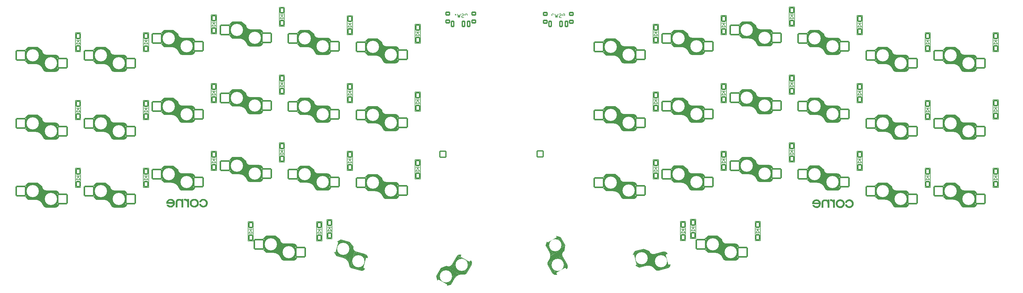
<source format=gbo>
G04 #@! TF.GenerationSoftware,KiCad,Pcbnew,(6.0.8-1)-1*
G04 #@! TF.CreationDate,2022-10-24T21:20:46-05:00*
G04 #@! TF.ProjectId,cho-corne-ice,63686f2d-636f-4726-9e65-2d6963652e6b,3.0.1*
G04 #@! TF.SameCoordinates,Original*
G04 #@! TF.FileFunction,Legend,Bot*
G04 #@! TF.FilePolarity,Positive*
%FSLAX46Y46*%
G04 Gerber Fmt 4.6, Leading zero omitted, Abs format (unit mm)*
G04 Created by KiCad (PCBNEW (6.0.8-1)-1) date 2022-10-24 21:20:46*
%MOMM*%
%LPD*%
G01*
G04 APERTURE LIST*
G04 Aperture macros list*
%AMRoundRect*
0 Rectangle with rounded corners*
0 $1 Rounding radius*
0 $2 $3 $4 $5 $6 $7 $8 $9 X,Y pos of 4 corners*
0 Add a 4 corners polygon primitive as box body*
4,1,4,$2,$3,$4,$5,$6,$7,$8,$9,$2,$3,0*
0 Add four circle primitives for the rounded corners*
1,1,$1+$1,$2,$3*
1,1,$1+$1,$4,$5*
1,1,$1+$1,$6,$7*
1,1,$1+$1,$8,$9*
0 Add four rect primitives between the rounded corners*
20,1,$1+$1,$2,$3,$4,$5,0*
20,1,$1+$1,$4,$5,$6,$7,0*
20,1,$1+$1,$6,$7,$8,$9,0*
20,1,$1+$1,$8,$9,$2,$3,0*%
%AMHorizOval*
0 Thick line with rounded ends*
0 $1 width*
0 $2 $3 position (X,Y) of the first rounded end (center of the circle)*
0 $4 $5 position (X,Y) of the second rounded end (center of the circle)*
0 Add line between two ends*
20,1,$1,$2,$3,$4,$5,0*
0 Add two circle primitives to create the rounded ends*
1,1,$1,$2,$3*
1,1,$1,$4,$5*%
G04 Aperture macros list end*
%ADD10C,0.150000*%
%ADD11C,0.120000*%
%ADD12C,0.010000*%
%ADD13C,3.400000*%
%ADD14O,2.600000X1.900000*%
%ADD15RoundRect,0.200000X1.300000X1.300000X-1.300000X1.300000X-1.300000X-1.300000X1.300000X-1.300000X0*%
%ADD16HorizOval,1.900000X-0.338074X0.090587X0.338074X-0.090587X0*%
%ADD17RoundRect,0.200000X1.592168X0.919239X-0.919239X1.592168X-1.592168X-0.919239X0.919239X-1.592168X0*%
%ADD18HorizOval,1.900000X-0.175000X-0.303109X0.175000X0.303109X0*%
%ADD19RoundRect,0.200000X-0.475833X1.775833X-1.775833X-0.475833X0.475833X-1.775833X1.775833X0.475833X0*%
%ADD20HorizOval,1.900000X-0.175000X0.303109X0.175000X-0.303109X0*%
%ADD21RoundRect,0.200000X1.775833X-0.475833X0.475833X1.775833X-1.775833X0.475833X-0.475833X-1.775833X0*%
%ADD22HorizOval,1.900000X-0.338074X-0.090587X0.338074X0.090587X0*%
%ADD23RoundRect,0.200000X0.919239X1.592168X-1.592168X0.919239X-0.919239X-1.592168X1.592168X-0.919239X0*%
%ADD24C,4.700000*%
%ADD25C,2.600000*%
%ADD26C,0.700000*%
%ADD27C,1.924000*%
%ADD28RoundRect,0.200000X0.850000X-0.850000X0.850000X0.850000X-0.850000X0.850000X-0.850000X-0.850000X0*%
%ADD29O,2.100000X2.100000*%
%ADD30RoundRect,0.200000X-0.500000X0.700000X-0.500000X-0.700000X0.500000X-0.700000X0.500000X0.700000X0*%
%ADD31C,1.300000*%
%ADD32RoundRect,0.200000X-0.350000X-0.750000X0.350000X-0.750000X0.350000X0.750000X-0.350000X0.750000X0*%
%ADD33RoundRect,0.200000X-0.500000X-0.400000X0.500000X-0.400000X0.500000X0.400000X-0.500000X0.400000X0*%
G04 APERTURE END LIST*
D10*
X163748214Y-28882380D02*
X163748214Y-27882380D01*
X163367261Y-27882380D01*
X163272023Y-27930000D01*
X163224404Y-27977619D01*
X163176785Y-28072857D01*
X163176785Y-28215714D01*
X163224404Y-28310952D01*
X163272023Y-28358571D01*
X163367261Y-28406190D01*
X163748214Y-28406190D01*
X162795833Y-28834761D02*
X162652976Y-28882380D01*
X162414880Y-28882380D01*
X162319642Y-28834761D01*
X162272023Y-28787142D01*
X162224404Y-28691904D01*
X162224404Y-28596666D01*
X162272023Y-28501428D01*
X162319642Y-28453809D01*
X162414880Y-28406190D01*
X162605357Y-28358571D01*
X162700595Y-28310952D01*
X162748214Y-28263333D01*
X162795833Y-28168095D01*
X162795833Y-28072857D01*
X162748214Y-27977619D01*
X162700595Y-27930000D01*
X162605357Y-27882380D01*
X162367261Y-27882380D01*
X162224404Y-27930000D01*
X161891071Y-27882380D02*
X161652976Y-28882380D01*
X161462500Y-28168095D01*
X161272023Y-28882380D01*
X161033928Y-27882380D01*
X160700595Y-27977619D02*
X160652976Y-27930000D01*
X160557738Y-27882380D01*
X160319642Y-27882380D01*
X160224404Y-27930000D01*
X160176785Y-27977619D01*
X160129166Y-28072857D01*
X160129166Y-28168095D01*
X160176785Y-28310952D01*
X160748214Y-28882380D01*
X160129166Y-28882380D01*
X136479501Y-28862380D02*
X136479501Y-27862380D01*
X136098548Y-27862380D01*
X136003310Y-27910000D01*
X135955691Y-27957619D01*
X135908072Y-28052857D01*
X135908072Y-28195714D01*
X135955691Y-28290952D01*
X136003310Y-28338571D01*
X136098548Y-28386190D01*
X136479501Y-28386190D01*
X135527120Y-28814761D02*
X135384263Y-28862380D01*
X135146167Y-28862380D01*
X135050929Y-28814761D01*
X135003310Y-28767142D01*
X134955691Y-28671904D01*
X134955691Y-28576666D01*
X135003310Y-28481428D01*
X135050929Y-28433809D01*
X135146167Y-28386190D01*
X135336644Y-28338571D01*
X135431882Y-28290952D01*
X135479501Y-28243333D01*
X135527120Y-28148095D01*
X135527120Y-28052857D01*
X135479501Y-27957619D01*
X135431882Y-27910000D01*
X135336644Y-27862380D01*
X135098548Y-27862380D01*
X134955691Y-27910000D01*
X134622358Y-27862380D02*
X134384263Y-28862380D01*
X134193787Y-28148095D01*
X134003310Y-28862380D01*
X133765215Y-27862380D01*
X132860453Y-28862380D02*
X133431882Y-28862380D01*
X133146167Y-28862380D02*
X133146167Y-27862380D01*
X133241406Y-28005238D01*
X133336644Y-28100476D01*
X133431882Y-28148095D01*
X32857500Y-41780000D02*
X32857500Y-37180000D01*
X39007500Y-43980000D02*
X39007500Y-39380000D01*
X31807500Y-38180000D02*
X31807500Y-40780000D01*
D11*
X34457500Y-41680000D02*
X34457500Y-37180000D01*
D10*
X33457500Y-41780000D02*
X33457500Y-37180000D01*
X34357500Y-41780000D02*
X34357500Y-37180000D01*
D11*
X37307500Y-39380000D02*
X34457500Y-41680000D01*
D10*
X34957500Y-41780000D02*
X34957500Y-37230000D01*
X40407500Y-39355000D02*
X37832500Y-39355000D01*
X35407500Y-41830000D02*
X35407500Y-37230000D01*
X35257500Y-41830000D02*
X35257500Y-37180000D01*
X34807500Y-41805000D02*
X32832500Y-41805000D01*
X36157500Y-42230000D02*
X36157500Y-37830000D01*
X35382500Y-37155000D02*
X32832500Y-37155000D01*
X32107500Y-41030000D02*
X32107500Y-37880000D01*
X33007500Y-41780000D02*
X33007500Y-37180000D01*
X34057500Y-41780000D02*
X34057500Y-37180000D01*
X32257500Y-41230000D02*
X32257500Y-37730000D01*
X34657500Y-41780000D02*
X34657500Y-37180000D01*
X41407500Y-40355000D02*
X41407500Y-43005000D01*
X36907500Y-43180000D02*
X36907500Y-39030000D01*
D11*
X40007500Y-43880000D02*
X40007500Y-39430000D01*
D10*
X37957500Y-43980000D02*
X37957500Y-39430000D01*
X39307500Y-43980000D02*
X39307500Y-39380000D01*
X34807500Y-41780000D02*
X34807500Y-37180000D01*
X41157500Y-43580000D02*
X41157500Y-39830000D01*
X33907500Y-41780000D02*
X33907500Y-37180000D01*
X40357500Y-43980000D02*
X40357500Y-39380000D01*
X33157500Y-41780000D02*
X33157500Y-37180000D01*
X39457500Y-43980000D02*
X39457500Y-39380000D01*
X37807500Y-43980000D02*
X37807500Y-39380000D01*
X38557500Y-43980000D02*
X38557500Y-39380000D01*
X39157500Y-43980000D02*
X39157500Y-39380000D01*
X33307500Y-41780000D02*
X33307500Y-37180000D01*
X37007500Y-43330000D02*
X37007500Y-39130000D01*
X31807500Y-38180000D02*
X32832500Y-37155000D01*
X38107500Y-43980000D02*
X38107500Y-39380000D01*
X37207500Y-43730000D02*
X37207500Y-39230000D01*
X40057500Y-43980000D02*
X40057500Y-39380000D01*
X35107500Y-41830000D02*
X35107500Y-37180000D01*
X37357500Y-43830000D02*
X37357500Y-39280000D01*
X40407500Y-44005000D02*
X37807500Y-44005000D01*
X35382500Y-37155000D02*
X36657500Y-38180000D01*
X40207500Y-43980000D02*
X40207500Y-39380000D01*
X37507500Y-43930000D02*
X37507500Y-39380000D01*
X33607500Y-41780000D02*
X33607500Y-37180000D01*
X41057500Y-43680000D02*
X41057500Y-39730000D01*
X34207500Y-41780000D02*
X34207500Y-37180000D01*
X37657500Y-43980000D02*
X37657500Y-39380000D01*
X35557500Y-41880000D02*
X35557500Y-37330000D01*
X38407500Y-43980000D02*
X38407500Y-39380000D01*
X39607500Y-43980000D02*
X39607500Y-39380000D01*
X31807500Y-40780000D02*
X32832500Y-41805000D01*
X36457500Y-42480000D02*
X36457500Y-38030000D01*
D11*
X40007500Y-39430000D02*
X37307500Y-43730000D01*
D10*
X40507500Y-43980000D02*
X40507500Y-39430000D01*
X40657500Y-43930000D02*
X40657500Y-39430000D01*
X36707500Y-42830000D02*
X36707500Y-38680000D01*
X36607500Y-42630000D02*
X36607500Y-38180000D01*
X39907500Y-43980000D02*
X39907500Y-39380000D01*
X40957500Y-43780000D02*
X40957500Y-39580000D01*
X32407500Y-41380000D02*
X32407500Y-37580000D01*
X36307500Y-42330000D02*
X36307500Y-37930000D01*
X32557500Y-41530000D02*
X32557500Y-37430000D01*
X37107500Y-43580000D02*
X37107500Y-39180000D01*
X35857500Y-42030000D02*
X35857500Y-37580000D01*
X39757500Y-43980000D02*
X39757500Y-39380000D01*
X31957500Y-40930000D02*
X31957500Y-38030000D01*
X34507500Y-41780000D02*
X34507500Y-37180000D01*
X33757500Y-41780000D02*
X33757500Y-37180000D01*
X40807500Y-43880000D02*
X40807500Y-39480000D01*
X38857500Y-43980000D02*
X38857500Y-39380000D01*
X32707500Y-41630000D02*
X32707500Y-37280000D01*
X36007500Y-42130000D02*
X36007500Y-37680000D01*
X38257500Y-43980000D02*
X38257500Y-39380000D01*
X36807500Y-42980000D02*
X36807500Y-38830000D01*
X41257500Y-43430000D02*
X41257500Y-39880000D01*
D11*
X37307500Y-43730000D02*
X37307500Y-39380000D01*
D10*
X35707500Y-41980000D02*
X35707500Y-37430000D01*
X38707500Y-43980000D02*
X38707500Y-39380000D01*
X41407500Y-40355000D02*
G75*
G03*
X40407500Y-39355000I-1000000J0D01*
G01*
X40407500Y-44005000D02*
G75*
G03*
X41407500Y-43005000I0J1000000D01*
G01*
X36945301Y-43301904D02*
G75*
G03*
X34807500Y-41805000I-2137802J-778098D01*
G01*
X36657500Y-38180000D02*
G75*
G03*
X37832500Y-39355000I1175002J2D01*
G01*
X36945301Y-43301904D02*
G75*
G03*
X37806505Y-44003791I900000J225000D01*
G01*
X58007500Y-39230000D02*
X58007500Y-34630000D01*
X54407500Y-37080000D02*
X54407500Y-32480000D01*
X59357500Y-39230000D02*
X59357500Y-34630000D01*
X58607500Y-39230000D02*
X58607500Y-34630000D01*
X58757500Y-39230000D02*
X58757500Y-34630000D01*
X55457500Y-37730000D02*
X55457500Y-33280000D01*
X56807500Y-39230000D02*
X56807500Y-34630000D01*
X60407500Y-35605000D02*
X60407500Y-38255000D01*
X51707500Y-36880000D02*
X51707500Y-32530000D01*
X57107500Y-39230000D02*
X57107500Y-34630000D01*
X53807500Y-37055000D02*
X51832500Y-37055000D01*
X59407500Y-39255000D02*
X56807500Y-39255000D01*
X56657500Y-39230000D02*
X56657500Y-34630000D01*
X58907500Y-39230000D02*
X58907500Y-34630000D01*
X54382500Y-32405000D02*
X55657500Y-33430000D01*
X53207500Y-37030000D02*
X53207500Y-32430000D01*
X54857500Y-37280000D02*
X54857500Y-32830000D01*
X56507500Y-39180000D02*
X56507500Y-34630000D01*
X51407500Y-36630000D02*
X51407500Y-32830000D01*
X50807500Y-36030000D02*
X51832500Y-37055000D01*
X56207500Y-38980000D02*
X56207500Y-34480000D01*
X55607500Y-37880000D02*
X55607500Y-33430000D01*
X58157500Y-39230000D02*
X58157500Y-34630000D01*
X56107500Y-38830000D02*
X56107500Y-34430000D01*
X52757500Y-37030000D02*
X52757500Y-32430000D01*
D11*
X59007500Y-34680000D02*
X56307500Y-38980000D01*
X56307500Y-38980000D02*
X56307500Y-34630000D01*
D10*
X51257500Y-36480000D02*
X51257500Y-32980000D01*
X51557500Y-36780000D02*
X51557500Y-32680000D01*
X57857500Y-39230000D02*
X57857500Y-34630000D01*
X58307500Y-39230000D02*
X58307500Y-34630000D01*
X53957500Y-37030000D02*
X53957500Y-32480000D01*
X52457500Y-37030000D02*
X52457500Y-32430000D01*
X57707500Y-39230000D02*
X57707500Y-34630000D01*
X57557500Y-39230000D02*
X57557500Y-34630000D01*
X57407500Y-39230000D02*
X57407500Y-34630000D01*
X51107500Y-36280000D02*
X51107500Y-33130000D01*
X59657500Y-39180000D02*
X59657500Y-34680000D01*
X52307500Y-37030000D02*
X52307500Y-32430000D01*
X59507500Y-39230000D02*
X59507500Y-34680000D01*
X52607500Y-37030000D02*
X52607500Y-32430000D01*
X60057500Y-38930000D02*
X60057500Y-34980000D01*
X59807500Y-39130000D02*
X59807500Y-34730000D01*
D11*
X56307500Y-34630000D02*
X53457500Y-36930000D01*
D10*
X55907500Y-38430000D02*
X55907500Y-34280000D01*
X59407500Y-34605000D02*
X56832500Y-34605000D01*
X53807500Y-37030000D02*
X53807500Y-32430000D01*
X54107500Y-37080000D02*
X54107500Y-32430000D01*
X60257500Y-38680000D02*
X60257500Y-35130000D01*
X55707500Y-38080000D02*
X55707500Y-33930000D01*
X50957500Y-36180000D02*
X50957500Y-33280000D01*
X50807500Y-33430000D02*
X51832500Y-32405000D01*
X54257500Y-37080000D02*
X54257500Y-32430000D01*
X53507500Y-37030000D02*
X53507500Y-32430000D01*
X51857500Y-37030000D02*
X51857500Y-32430000D01*
D11*
X53457500Y-36930000D02*
X53457500Y-32430000D01*
X59007500Y-39130000D02*
X59007500Y-34680000D01*
D10*
X55807500Y-38230000D02*
X55807500Y-34080000D01*
X54557500Y-37130000D02*
X54557500Y-32580000D01*
X57257500Y-39230000D02*
X57257500Y-34630000D01*
X55307500Y-37580000D02*
X55307500Y-33180000D01*
X50807500Y-33430000D02*
X50807500Y-36030000D01*
X53357500Y-37030000D02*
X53357500Y-32430000D01*
X56357500Y-39080000D02*
X56357500Y-34530000D01*
X56957500Y-39230000D02*
X56957500Y-34680000D01*
X54707500Y-37230000D02*
X54707500Y-32680000D01*
X56007500Y-38580000D02*
X56007500Y-34380000D01*
X52907500Y-37030000D02*
X52907500Y-32430000D01*
X53657500Y-37030000D02*
X53657500Y-32430000D01*
X55157500Y-37480000D02*
X55157500Y-33080000D01*
X58457500Y-39230000D02*
X58457500Y-34630000D01*
X59057500Y-39230000D02*
X59057500Y-34630000D01*
X52007500Y-37030000D02*
X52007500Y-32430000D01*
X52157500Y-37030000D02*
X52157500Y-32430000D01*
X54382500Y-32405000D02*
X51832500Y-32405000D01*
X60157500Y-38830000D02*
X60157500Y-35080000D01*
X59207500Y-39230000D02*
X59207500Y-34630000D01*
X59957500Y-39030000D02*
X59957500Y-34830000D01*
X53057500Y-37030000D02*
X53057500Y-32430000D01*
X55007500Y-37380000D02*
X55007500Y-32930000D01*
X59407500Y-39255000D02*
G75*
G03*
X60407500Y-38255000I0J1000000D01*
G01*
X55945301Y-38551904D02*
G75*
G03*
X53807500Y-37055000I-2137802J-778098D01*
G01*
X55945301Y-38551904D02*
G75*
G03*
X56806505Y-39253791I900000J225000D01*
G01*
X55657500Y-33430000D02*
G75*
G03*
X56832500Y-34605000I1175002J2D01*
G01*
X60407500Y-35605000D02*
G75*
G03*
X59407500Y-34605000I-1000000J0D01*
G01*
X74707500Y-35705000D02*
X74707500Y-31555000D01*
X73857500Y-34905000D02*
X73857500Y-30455000D01*
X77907500Y-36855000D02*
X77907500Y-32255000D01*
X73407500Y-34705000D02*
X73407500Y-30105000D01*
X70257500Y-34105000D02*
X70257500Y-30605000D01*
X72207500Y-34655000D02*
X72207500Y-30055000D01*
D11*
X75307500Y-36605000D02*
X75307500Y-32255000D01*
D10*
X70857500Y-34655000D02*
X70857500Y-30055000D01*
X74007500Y-35005000D02*
X74007500Y-30555000D01*
X72657500Y-34655000D02*
X72657500Y-30055000D01*
X77607500Y-36855000D02*
X77607500Y-32255000D01*
X69807500Y-31055000D02*
X70832500Y-30030000D01*
X78507500Y-36855000D02*
X78507500Y-32305000D01*
X78807500Y-36755000D02*
X78807500Y-32355000D01*
X78657500Y-36805000D02*
X78657500Y-32305000D01*
X76257500Y-36855000D02*
X76257500Y-32255000D01*
D11*
X75307500Y-32255000D02*
X72457500Y-34555000D01*
D10*
X72807500Y-34680000D02*
X70832500Y-34680000D01*
X73257500Y-34705000D02*
X73257500Y-30055000D01*
X69807500Y-33655000D02*
X70832500Y-34680000D01*
X71757500Y-34655000D02*
X71757500Y-30055000D01*
X75357500Y-36705000D02*
X75357500Y-32155000D01*
X71157500Y-34655000D02*
X71157500Y-30055000D01*
X73382500Y-30030000D02*
X70832500Y-30030000D01*
X75007500Y-36205000D02*
X75007500Y-32005000D01*
X72057500Y-34655000D02*
X72057500Y-30055000D01*
X75657500Y-36855000D02*
X75657500Y-32255000D01*
X72357500Y-34655000D02*
X72357500Y-30055000D01*
X79257500Y-36305000D02*
X79257500Y-32755000D01*
X76707500Y-36855000D02*
X76707500Y-32255000D01*
X74807500Y-35855000D02*
X74807500Y-31705000D01*
X75957500Y-36855000D02*
X75957500Y-32305000D01*
D11*
X72457500Y-34555000D02*
X72457500Y-30055000D01*
D10*
X76557500Y-36855000D02*
X76557500Y-32255000D01*
X76407500Y-36855000D02*
X76407500Y-32255000D01*
X76107500Y-36855000D02*
X76107500Y-32255000D01*
X70557500Y-34405000D02*
X70557500Y-30305000D01*
X71457500Y-34655000D02*
X71457500Y-30055000D01*
X71307500Y-34655000D02*
X71307500Y-30055000D01*
X75507500Y-36805000D02*
X75507500Y-32255000D01*
X75107500Y-36455000D02*
X75107500Y-32055000D01*
X72507500Y-34655000D02*
X72507500Y-30055000D01*
X69957500Y-33805000D02*
X69957500Y-30905000D01*
X74907500Y-36055000D02*
X74907500Y-31905000D01*
X75807500Y-36855000D02*
X75807500Y-32255000D01*
X77307500Y-36855000D02*
X77307500Y-32255000D01*
X75207500Y-36605000D02*
X75207500Y-32105000D01*
X70707500Y-34505000D02*
X70707500Y-30155000D01*
X78057500Y-36855000D02*
X78057500Y-32255000D01*
X78957500Y-36655000D02*
X78957500Y-32455000D01*
D11*
X78007500Y-36755000D02*
X78007500Y-32305000D01*
D10*
X78407500Y-32230000D02*
X75832500Y-32230000D01*
X79057500Y-36555000D02*
X79057500Y-32605000D01*
X78407500Y-36880000D02*
X75807500Y-36880000D01*
X78207500Y-36855000D02*
X78207500Y-32255000D01*
X71607500Y-34655000D02*
X71607500Y-30055000D01*
X79157500Y-36455000D02*
X79157500Y-32705000D01*
X74307500Y-35205000D02*
X74307500Y-30805000D01*
X76857500Y-36855000D02*
X76857500Y-32255000D01*
X71907500Y-34655000D02*
X71907500Y-30055000D01*
X72807500Y-34655000D02*
X72807500Y-30055000D01*
X70407500Y-34255000D02*
X70407500Y-30455000D01*
X69807500Y-31055000D02*
X69807500Y-33655000D01*
X77457500Y-36855000D02*
X77457500Y-32255000D01*
X73557500Y-34755000D02*
X73557500Y-30205000D01*
X70107500Y-33905000D02*
X70107500Y-30755000D01*
D11*
X78007500Y-32305000D02*
X75307500Y-36605000D01*
D10*
X78357500Y-36855000D02*
X78357500Y-32255000D01*
X71007500Y-34655000D02*
X71007500Y-30055000D01*
X73107500Y-34705000D02*
X73107500Y-30055000D01*
X73382500Y-30030000D02*
X74657500Y-31055000D01*
X77007500Y-36855000D02*
X77007500Y-32255000D01*
X73707500Y-34855000D02*
X73707500Y-30305000D01*
X77757500Y-36855000D02*
X77757500Y-32255000D01*
X74607500Y-35505000D02*
X74607500Y-31055000D01*
X74457500Y-35355000D02*
X74457500Y-30905000D01*
X77157500Y-36855000D02*
X77157500Y-32255000D01*
X72957500Y-34655000D02*
X72957500Y-30105000D01*
X79407500Y-33230000D02*
X79407500Y-35880000D01*
X74157500Y-35105000D02*
X74157500Y-30705000D01*
X78407500Y-36880000D02*
G75*
G03*
X79407500Y-35880000I0J1000000D01*
G01*
X74657500Y-31055000D02*
G75*
G03*
X75832500Y-32230000I1175002J2D01*
G01*
X74945301Y-36176904D02*
G75*
G03*
X75806505Y-36878791I900000J225000D01*
G01*
X74945301Y-36176904D02*
G75*
G03*
X72807500Y-34680000I-2137802J-778098D01*
G01*
X79407500Y-33230000D02*
G75*
G03*
X78407500Y-32230000I-1000000J0D01*
G01*
X89857500Y-37030000D02*
X89857500Y-32430000D01*
X98157500Y-38830000D02*
X98157500Y-35080000D01*
X97207500Y-39230000D02*
X97207500Y-34630000D01*
X92382500Y-32405000D02*
X89832500Y-32405000D01*
X90307500Y-37030000D02*
X90307500Y-32430000D01*
D11*
X97007500Y-34680000D02*
X94307500Y-38980000D01*
X94307500Y-34630000D02*
X91457500Y-36930000D01*
D10*
X91357500Y-37030000D02*
X91357500Y-32430000D01*
X95407500Y-39230000D02*
X95407500Y-34630000D01*
X92857500Y-37280000D02*
X92857500Y-32830000D01*
X95107500Y-39230000D02*
X95107500Y-34630000D01*
X96907500Y-39230000D02*
X96907500Y-34630000D01*
X91957500Y-37030000D02*
X91957500Y-32480000D01*
X93707500Y-38080000D02*
X93707500Y-33930000D01*
X96007500Y-39230000D02*
X96007500Y-34630000D01*
X91807500Y-37030000D02*
X91807500Y-32430000D01*
D11*
X94307500Y-38980000D02*
X94307500Y-34630000D01*
D10*
X90007500Y-37030000D02*
X90007500Y-32430000D01*
X97957500Y-39030000D02*
X97957500Y-34830000D01*
X88807500Y-36030000D02*
X89832500Y-37055000D01*
X91657500Y-37030000D02*
X91657500Y-32430000D01*
X90157500Y-37030000D02*
X90157500Y-32430000D01*
X91507500Y-37030000D02*
X91507500Y-32430000D01*
D11*
X91457500Y-36930000D02*
X91457500Y-32430000D01*
D10*
X92382500Y-32405000D02*
X93657500Y-33430000D01*
X97657500Y-39180000D02*
X97657500Y-34680000D01*
X90907500Y-37030000D02*
X90907500Y-32430000D01*
X98257500Y-38680000D02*
X98257500Y-35130000D01*
X93607500Y-37880000D02*
X93607500Y-33430000D01*
X94007500Y-38580000D02*
X94007500Y-34380000D01*
X94807500Y-39230000D02*
X94807500Y-34630000D01*
X88807500Y-33430000D02*
X88807500Y-36030000D01*
X97407500Y-39255000D02*
X94807500Y-39255000D01*
X94657500Y-39230000D02*
X94657500Y-34630000D01*
X88957500Y-36180000D02*
X88957500Y-33280000D01*
X97057500Y-39230000D02*
X97057500Y-34630000D01*
X92557500Y-37130000D02*
X92557500Y-32580000D01*
X91207500Y-37030000D02*
X91207500Y-32430000D01*
X89407500Y-36630000D02*
X89407500Y-32830000D01*
X96307500Y-39230000D02*
X96307500Y-34630000D01*
X94107500Y-38830000D02*
X94107500Y-34430000D01*
X96457500Y-39230000D02*
X96457500Y-34630000D01*
X93907500Y-38430000D02*
X93907500Y-34280000D01*
X94957500Y-39230000D02*
X94957500Y-34680000D01*
X98057500Y-38930000D02*
X98057500Y-34980000D01*
X90757500Y-37030000D02*
X90757500Y-32430000D01*
X92257500Y-37080000D02*
X92257500Y-32430000D01*
X96757500Y-39230000D02*
X96757500Y-34630000D01*
X94207500Y-38980000D02*
X94207500Y-34480000D01*
X97807500Y-39130000D02*
X97807500Y-34730000D01*
X89707500Y-36880000D02*
X89707500Y-32530000D01*
X93307500Y-37580000D02*
X93307500Y-33180000D01*
X92107500Y-37080000D02*
X92107500Y-32430000D01*
X91807500Y-37055000D02*
X89832500Y-37055000D01*
X90607500Y-37030000D02*
X90607500Y-32430000D01*
X97407500Y-34605000D02*
X94832500Y-34605000D01*
X95857500Y-39230000D02*
X95857500Y-34630000D01*
X97507500Y-39230000D02*
X97507500Y-34680000D01*
X95257500Y-39230000D02*
X95257500Y-34630000D01*
X91057500Y-37030000D02*
X91057500Y-32430000D01*
X93157500Y-37480000D02*
X93157500Y-33080000D01*
X92407500Y-37080000D02*
X92407500Y-32480000D01*
X93807500Y-38230000D02*
X93807500Y-34080000D01*
X95707500Y-39230000D02*
X95707500Y-34630000D01*
X93007500Y-37380000D02*
X93007500Y-32930000D01*
X96157500Y-39230000D02*
X96157500Y-34630000D01*
X89107500Y-36280000D02*
X89107500Y-33130000D01*
X88807500Y-33430000D02*
X89832500Y-32405000D01*
X94357500Y-39080000D02*
X94357500Y-34530000D01*
X90457500Y-37030000D02*
X90457500Y-32430000D01*
X89257500Y-36480000D02*
X89257500Y-32980000D01*
X95557500Y-39230000D02*
X95557500Y-34630000D01*
X98407500Y-35605000D02*
X98407500Y-38255000D01*
D11*
X97007500Y-39130000D02*
X97007500Y-34680000D01*
D10*
X94507500Y-39180000D02*
X94507500Y-34630000D01*
X96607500Y-39230000D02*
X96607500Y-34630000D01*
X93457500Y-37730000D02*
X93457500Y-33280000D01*
X97357500Y-39230000D02*
X97357500Y-34630000D01*
X89557500Y-36780000D02*
X89557500Y-32680000D01*
X92707500Y-37230000D02*
X92707500Y-32680000D01*
X93657500Y-33430000D02*
G75*
G03*
X94832500Y-34605000I1175002J2D01*
G01*
X97407500Y-39255000D02*
G75*
G03*
X98407500Y-38255000I0J1000000D01*
G01*
X98407500Y-35605000D02*
G75*
G03*
X97407500Y-34605000I-1000000J0D01*
G01*
X93945301Y-38551904D02*
G75*
G03*
X91807500Y-37055000I-2137802J-778098D01*
G01*
X93945301Y-38551904D02*
G75*
G03*
X94806505Y-39253791I900000J225000D01*
G01*
X19107500Y-62980000D02*
X19107500Y-58380000D01*
X15057500Y-60780000D02*
X15057500Y-56180000D01*
X20607500Y-62980000D02*
X20607500Y-58380000D01*
X13707500Y-60630000D02*
X13707500Y-56280000D01*
X13107500Y-60030000D02*
X13107500Y-56880000D01*
X16382500Y-56155000D02*
X13832500Y-56155000D01*
X19707500Y-62980000D02*
X19707500Y-58380000D01*
X17457500Y-61480000D02*
X17457500Y-57030000D01*
X12957500Y-59930000D02*
X12957500Y-57030000D01*
X20907500Y-62980000D02*
X20907500Y-58380000D01*
X19407500Y-62980000D02*
X19407500Y-58380000D01*
X14007500Y-60780000D02*
X14007500Y-56180000D01*
X18657500Y-62980000D02*
X18657500Y-58380000D01*
X18007500Y-62330000D02*
X18007500Y-58130000D01*
D11*
X15457500Y-60680000D02*
X15457500Y-56180000D01*
D10*
X22157500Y-62580000D02*
X22157500Y-58830000D01*
X18107500Y-62580000D02*
X18107500Y-58180000D01*
X18207500Y-62730000D02*
X18207500Y-58230000D01*
X21657500Y-62930000D02*
X21657500Y-58430000D01*
X12807500Y-57180000D02*
X13832500Y-56155000D01*
X19857500Y-62980000D02*
X19857500Y-58380000D01*
X12807500Y-57180000D02*
X12807500Y-59780000D01*
X16382500Y-56155000D02*
X17657500Y-57180000D01*
X21057500Y-62980000D02*
X21057500Y-58380000D01*
X14907500Y-60780000D02*
X14907500Y-56180000D01*
X12807500Y-59780000D02*
X13832500Y-60805000D01*
X20157500Y-62980000D02*
X20157500Y-58380000D01*
X22407500Y-59355000D02*
X22407500Y-62005000D01*
X15807500Y-60780000D02*
X15807500Y-56180000D01*
X18807500Y-62980000D02*
X18807500Y-58380000D01*
D11*
X21007500Y-62880000D02*
X21007500Y-58430000D01*
D10*
X15657500Y-60780000D02*
X15657500Y-56180000D01*
X20007500Y-62980000D02*
X20007500Y-58380000D01*
X21507500Y-62980000D02*
X21507500Y-58430000D01*
X14457500Y-60780000D02*
X14457500Y-56180000D01*
X14607500Y-60780000D02*
X14607500Y-56180000D01*
X21957500Y-62780000D02*
X21957500Y-58580000D01*
X13407500Y-60380000D02*
X13407500Y-56580000D01*
X21407500Y-58355000D02*
X18832500Y-58355000D01*
X22257500Y-62430000D02*
X22257500Y-58880000D01*
X17707500Y-61830000D02*
X17707500Y-57680000D01*
X17807500Y-61980000D02*
X17807500Y-57830000D01*
X21207500Y-62980000D02*
X21207500Y-58380000D01*
X14757500Y-60780000D02*
X14757500Y-56180000D01*
X20307500Y-62980000D02*
X20307500Y-58380000D01*
X21807500Y-62880000D02*
X21807500Y-58480000D01*
X21407500Y-63005000D02*
X18807500Y-63005000D01*
X17007500Y-61130000D02*
X17007500Y-56680000D01*
X17157500Y-61230000D02*
X17157500Y-56830000D01*
X19257500Y-62980000D02*
X19257500Y-58380000D01*
D11*
X18307500Y-58380000D02*
X15457500Y-60680000D01*
D10*
X15957500Y-60780000D02*
X15957500Y-56230000D01*
X19557500Y-62980000D02*
X19557500Y-58380000D01*
X20457500Y-62980000D02*
X20457500Y-58380000D01*
X15807500Y-60805000D02*
X13832500Y-60805000D01*
D11*
X18307500Y-62730000D02*
X18307500Y-58380000D01*
D10*
X14307500Y-60780000D02*
X14307500Y-56180000D01*
X16407500Y-60830000D02*
X16407500Y-56230000D01*
X13257500Y-60230000D02*
X13257500Y-56730000D01*
X20757500Y-62980000D02*
X20757500Y-58380000D01*
X18357500Y-62830000D02*
X18357500Y-58280000D01*
X18957500Y-62980000D02*
X18957500Y-58430000D01*
X21357500Y-62980000D02*
X21357500Y-58380000D01*
X17607500Y-61630000D02*
X17607500Y-57180000D01*
D11*
X21007500Y-58430000D02*
X18307500Y-62730000D01*
D10*
X16107500Y-60830000D02*
X16107500Y-56180000D01*
X18507500Y-62930000D02*
X18507500Y-58380000D01*
X17307500Y-61330000D02*
X17307500Y-56930000D01*
X16557500Y-60880000D02*
X16557500Y-56330000D01*
X16857500Y-61030000D02*
X16857500Y-56580000D01*
X22057500Y-62680000D02*
X22057500Y-58730000D01*
X15357500Y-60780000D02*
X15357500Y-56180000D01*
X15507500Y-60780000D02*
X15507500Y-56180000D01*
X17907500Y-62180000D02*
X17907500Y-58030000D01*
X15207500Y-60780000D02*
X15207500Y-56180000D01*
X13557500Y-60530000D02*
X13557500Y-56430000D01*
X16707500Y-60980000D02*
X16707500Y-56430000D01*
X13857500Y-60780000D02*
X13857500Y-56180000D01*
X14157500Y-60780000D02*
X14157500Y-56180000D01*
X16257500Y-60830000D02*
X16257500Y-56180000D01*
X22407500Y-59355000D02*
G75*
G03*
X21407500Y-58355000I-1000000J0D01*
G01*
X17945301Y-62301904D02*
G75*
G03*
X18806505Y-63003791I900000J225000D01*
G01*
X17657500Y-57180000D02*
G75*
G03*
X18832500Y-58355000I1175002J2D01*
G01*
X17945301Y-62301904D02*
G75*
G03*
X15807500Y-60805000I-2137802J-778098D01*
G01*
X21407500Y-63005000D02*
G75*
G03*
X22407500Y-62005000I0J1000000D01*
G01*
X36007500Y-61130000D02*
X36007500Y-56680000D01*
X35857500Y-61030000D02*
X35857500Y-56580000D01*
X34357500Y-60780000D02*
X34357500Y-56180000D01*
X40057500Y-62980000D02*
X40057500Y-58380000D01*
X40957500Y-62780000D02*
X40957500Y-58580000D01*
X37107500Y-62580000D02*
X37107500Y-58180000D01*
X37357500Y-62830000D02*
X37357500Y-58280000D01*
X40357500Y-62980000D02*
X40357500Y-58380000D01*
X38707500Y-62980000D02*
X38707500Y-58380000D01*
X38557500Y-62980000D02*
X38557500Y-58380000D01*
X34957500Y-60780000D02*
X34957500Y-56230000D01*
X36607500Y-61630000D02*
X36607500Y-57180000D01*
X33157500Y-60780000D02*
X33157500Y-56180000D01*
X38857500Y-62980000D02*
X38857500Y-58380000D01*
X31807500Y-57180000D02*
X32832500Y-56155000D01*
X35382500Y-56155000D02*
X36657500Y-57180000D01*
X34207500Y-60780000D02*
X34207500Y-56180000D01*
X31807500Y-57180000D02*
X31807500Y-59780000D01*
X34507500Y-60780000D02*
X34507500Y-56180000D01*
X32107500Y-60030000D02*
X32107500Y-56880000D01*
X33757500Y-60780000D02*
X33757500Y-56180000D01*
X32257500Y-60230000D02*
X32257500Y-56730000D01*
D11*
X40007500Y-58430000D02*
X37307500Y-62730000D01*
D10*
X35382500Y-56155000D02*
X32832500Y-56155000D01*
D11*
X34457500Y-60680000D02*
X34457500Y-56180000D01*
D10*
X36157500Y-61230000D02*
X36157500Y-56830000D01*
X40657500Y-62930000D02*
X40657500Y-58430000D01*
X33307500Y-60780000D02*
X33307500Y-56180000D01*
X37807500Y-62980000D02*
X37807500Y-58380000D01*
X37507500Y-62930000D02*
X37507500Y-58380000D01*
X31957500Y-59930000D02*
X31957500Y-57030000D01*
D11*
X40007500Y-62880000D02*
X40007500Y-58430000D01*
D10*
X32557500Y-60530000D02*
X32557500Y-56430000D01*
X31807500Y-59780000D02*
X32832500Y-60805000D01*
X36457500Y-61480000D02*
X36457500Y-57030000D01*
X35707500Y-60980000D02*
X35707500Y-56430000D01*
X41157500Y-62580000D02*
X41157500Y-58830000D01*
X35557500Y-60880000D02*
X35557500Y-56330000D01*
X32857500Y-60780000D02*
X32857500Y-56180000D01*
X32707500Y-60630000D02*
X32707500Y-56280000D01*
X32407500Y-60380000D02*
X32407500Y-56580000D01*
X39757500Y-62980000D02*
X39757500Y-58380000D01*
X40807500Y-62880000D02*
X40807500Y-58480000D01*
X36907500Y-62180000D02*
X36907500Y-58030000D01*
X36807500Y-61980000D02*
X36807500Y-57830000D01*
X36707500Y-61830000D02*
X36707500Y-57680000D01*
X35257500Y-60830000D02*
X35257500Y-56180000D01*
X34807500Y-60780000D02*
X34807500Y-56180000D01*
X39457500Y-62980000D02*
X39457500Y-58380000D01*
X40407500Y-58355000D02*
X37832500Y-58355000D01*
X35407500Y-60830000D02*
X35407500Y-56230000D01*
X38257500Y-62980000D02*
X38257500Y-58380000D01*
X34807500Y-60805000D02*
X32832500Y-60805000D01*
X37007500Y-62330000D02*
X37007500Y-58130000D01*
X39157500Y-62980000D02*
X39157500Y-58380000D01*
X33007500Y-60780000D02*
X33007500Y-56180000D01*
X33907500Y-60780000D02*
X33907500Y-56180000D01*
X34057500Y-60780000D02*
X34057500Y-56180000D01*
X37657500Y-62980000D02*
X37657500Y-58380000D01*
D11*
X37307500Y-58380000D02*
X34457500Y-60680000D01*
X37307500Y-62730000D02*
X37307500Y-58380000D01*
D10*
X38107500Y-62980000D02*
X38107500Y-58380000D01*
X41257500Y-62430000D02*
X41257500Y-58880000D01*
X39007500Y-62980000D02*
X39007500Y-58380000D01*
X35107500Y-60830000D02*
X35107500Y-56180000D01*
X33607500Y-60780000D02*
X33607500Y-56180000D01*
X41407500Y-59355000D02*
X41407500Y-62005000D01*
X41057500Y-62680000D02*
X41057500Y-58730000D01*
X40507500Y-62980000D02*
X40507500Y-58430000D01*
X38407500Y-62980000D02*
X38407500Y-58380000D01*
X36307500Y-61330000D02*
X36307500Y-56930000D01*
X37957500Y-62980000D02*
X37957500Y-58430000D01*
X39907500Y-62980000D02*
X39907500Y-58380000D01*
X39307500Y-62980000D02*
X39307500Y-58380000D01*
X40407500Y-63005000D02*
X37807500Y-63005000D01*
X39607500Y-62980000D02*
X39607500Y-58380000D01*
X34657500Y-60780000D02*
X34657500Y-56180000D01*
X40207500Y-62980000D02*
X40207500Y-58380000D01*
X33457500Y-60780000D02*
X33457500Y-56180000D01*
X37207500Y-62730000D02*
X37207500Y-58230000D01*
X36945301Y-62301904D02*
G75*
G03*
X34807500Y-60805000I-2137802J-778098D01*
G01*
X40407500Y-63005000D02*
G75*
G03*
X41407500Y-62005000I0J1000000D01*
G01*
X36945301Y-62301904D02*
G75*
G03*
X37806505Y-63003791I900000J225000D01*
G01*
X36657500Y-57180000D02*
G75*
G03*
X37832500Y-58355000I1175002J2D01*
G01*
X41407500Y-59355000D02*
G75*
G03*
X40407500Y-58355000I-1000000J0D01*
G01*
X52307500Y-56030000D02*
X52307500Y-51430000D01*
X54557500Y-56130000D02*
X54557500Y-51580000D01*
X52907500Y-56030000D02*
X52907500Y-51430000D01*
X53957500Y-56030000D02*
X53957500Y-51480000D01*
X58007500Y-58230000D02*
X58007500Y-53630000D01*
X60407500Y-54605000D02*
X60407500Y-57255000D01*
X50807500Y-52430000D02*
X50807500Y-55030000D01*
X51407500Y-55630000D02*
X51407500Y-51830000D01*
X55607500Y-56880000D02*
X55607500Y-52430000D01*
X57407500Y-58230000D02*
X57407500Y-53630000D01*
D11*
X59007500Y-53680000D02*
X56307500Y-57980000D01*
D10*
X51707500Y-55880000D02*
X51707500Y-51530000D01*
X58457500Y-58230000D02*
X58457500Y-53630000D01*
X59507500Y-58230000D02*
X59507500Y-53680000D01*
X56507500Y-58180000D02*
X56507500Y-53630000D01*
X54107500Y-56080000D02*
X54107500Y-51430000D01*
X57857500Y-58230000D02*
X57857500Y-53630000D01*
X56657500Y-58230000D02*
X56657500Y-53630000D01*
X57257500Y-58230000D02*
X57257500Y-53630000D01*
X52607500Y-56030000D02*
X52607500Y-51430000D01*
X53807500Y-56030000D02*
X53807500Y-51430000D01*
X54257500Y-56080000D02*
X54257500Y-51430000D01*
X60057500Y-57930000D02*
X60057500Y-53980000D01*
X59357500Y-58230000D02*
X59357500Y-53630000D01*
X60257500Y-57680000D02*
X60257500Y-54130000D01*
D11*
X56307500Y-57980000D02*
X56307500Y-53630000D01*
D10*
X57557500Y-58230000D02*
X57557500Y-53630000D01*
X56207500Y-57980000D02*
X56207500Y-53480000D01*
X50807500Y-55030000D02*
X51832500Y-56055000D01*
X55157500Y-56480000D02*
X55157500Y-52080000D01*
X50957500Y-55180000D02*
X50957500Y-52280000D01*
X51557500Y-55780000D02*
X51557500Y-51680000D01*
X51857500Y-56030000D02*
X51857500Y-51430000D01*
X58307500Y-58230000D02*
X58307500Y-53630000D01*
X58757500Y-58230000D02*
X58757500Y-53630000D01*
X59807500Y-58130000D02*
X59807500Y-53730000D01*
X52007500Y-56030000D02*
X52007500Y-51430000D01*
X53657500Y-56030000D02*
X53657500Y-51430000D01*
X53057500Y-56030000D02*
X53057500Y-51430000D01*
X57107500Y-58230000D02*
X57107500Y-53630000D01*
X56107500Y-57830000D02*
X56107500Y-53430000D01*
X54382500Y-51405000D02*
X51832500Y-51405000D01*
X51107500Y-55280000D02*
X51107500Y-52130000D01*
X53807500Y-56055000D02*
X51832500Y-56055000D01*
X53207500Y-56030000D02*
X53207500Y-51430000D01*
X51257500Y-55480000D02*
X51257500Y-51980000D01*
X55007500Y-56380000D02*
X55007500Y-51930000D01*
X59657500Y-58180000D02*
X59657500Y-53680000D01*
X57707500Y-58230000D02*
X57707500Y-53630000D01*
X54857500Y-56280000D02*
X54857500Y-51830000D01*
D11*
X56307500Y-53630000D02*
X53457500Y-55930000D01*
X53457500Y-55930000D02*
X53457500Y-51430000D01*
D10*
X53507500Y-56030000D02*
X53507500Y-51430000D01*
X56957500Y-58230000D02*
X56957500Y-53680000D01*
X53357500Y-56030000D02*
X53357500Y-51430000D01*
X55807500Y-57230000D02*
X55807500Y-53080000D01*
X59407500Y-53605000D02*
X56832500Y-53605000D01*
X55307500Y-56580000D02*
X55307500Y-52180000D01*
X50807500Y-52430000D02*
X51832500Y-51405000D01*
X54382500Y-51405000D02*
X55657500Y-52430000D01*
X52457500Y-56030000D02*
X52457500Y-51430000D01*
D11*
X59007500Y-58130000D02*
X59007500Y-53680000D01*
D10*
X56007500Y-57580000D02*
X56007500Y-53380000D01*
X58907500Y-58230000D02*
X58907500Y-53630000D01*
X56357500Y-58080000D02*
X56357500Y-53530000D01*
X59207500Y-58230000D02*
X59207500Y-53630000D01*
X54407500Y-56080000D02*
X54407500Y-51480000D01*
X54707500Y-56230000D02*
X54707500Y-51680000D01*
X52757500Y-56030000D02*
X52757500Y-51430000D01*
X55907500Y-57430000D02*
X55907500Y-53280000D01*
X60157500Y-57830000D02*
X60157500Y-54080000D01*
X59057500Y-58230000D02*
X59057500Y-53630000D01*
X58607500Y-58230000D02*
X58607500Y-53630000D01*
X56807500Y-58230000D02*
X56807500Y-53630000D01*
X58157500Y-58230000D02*
X58157500Y-53630000D01*
X59407500Y-58255000D02*
X56807500Y-58255000D01*
X55457500Y-56730000D02*
X55457500Y-52280000D01*
X59957500Y-58030000D02*
X59957500Y-53830000D01*
X55707500Y-57080000D02*
X55707500Y-52930000D01*
X52157500Y-56030000D02*
X52157500Y-51430000D01*
X55945301Y-57551904D02*
G75*
G03*
X53807500Y-56055000I-2137802J-778098D01*
G01*
X59407500Y-58255000D02*
G75*
G03*
X60407500Y-57255000I0J1000000D01*
G01*
X60407500Y-54605000D02*
G75*
G03*
X59407500Y-53605000I-1000000J0D01*
G01*
X55945301Y-57551904D02*
G75*
G03*
X56806505Y-58253791I900000J225000D01*
G01*
X55657500Y-52430000D02*
G75*
G03*
X56832500Y-53605000I1175002J2D01*
G01*
X69807500Y-52655000D02*
X70832500Y-53680000D01*
X76557500Y-55855000D02*
X76557500Y-51255000D01*
X71757500Y-53655000D02*
X71757500Y-49055000D01*
X72357500Y-53655000D02*
X72357500Y-49055000D01*
X75207500Y-55605000D02*
X75207500Y-51105000D01*
X75807500Y-55855000D02*
X75807500Y-51255000D01*
X77007500Y-55855000D02*
X77007500Y-51255000D01*
X77157500Y-55855000D02*
X77157500Y-51255000D01*
X78207500Y-55855000D02*
X78207500Y-51255000D01*
X72807500Y-53680000D02*
X70832500Y-53680000D01*
X76107500Y-55855000D02*
X76107500Y-51255000D01*
X71307500Y-53655000D02*
X71307500Y-49055000D01*
X72657500Y-53655000D02*
X72657500Y-49055000D01*
X77307500Y-55855000D02*
X77307500Y-51255000D01*
X73257500Y-53705000D02*
X73257500Y-49055000D01*
X71907500Y-53655000D02*
X71907500Y-49055000D01*
D11*
X78007500Y-55755000D02*
X78007500Y-51305000D01*
D10*
X79407500Y-52230000D02*
X79407500Y-54880000D01*
X72057500Y-53655000D02*
X72057500Y-49055000D01*
X70557500Y-53405000D02*
X70557500Y-49305000D01*
X74907500Y-55055000D02*
X74907500Y-50905000D01*
X77457500Y-55855000D02*
X77457500Y-51255000D01*
X73382500Y-49030000D02*
X70832500Y-49030000D01*
X69807500Y-50055000D02*
X70832500Y-49030000D01*
X71157500Y-53655000D02*
X71157500Y-49055000D01*
X70257500Y-53105000D02*
X70257500Y-49605000D01*
X73407500Y-53705000D02*
X73407500Y-49105000D01*
X75507500Y-55805000D02*
X75507500Y-51255000D01*
X78407500Y-55880000D02*
X75807500Y-55880000D01*
X78657500Y-55805000D02*
X78657500Y-51305000D01*
X70707500Y-53505000D02*
X70707500Y-49155000D01*
X70857500Y-53655000D02*
X70857500Y-49055000D01*
X78507500Y-55855000D02*
X78507500Y-51305000D01*
X72207500Y-53655000D02*
X72207500Y-49055000D01*
X76857500Y-55855000D02*
X76857500Y-51255000D01*
X71007500Y-53655000D02*
X71007500Y-49055000D01*
X73857500Y-53905000D02*
X73857500Y-49455000D01*
X73382500Y-49030000D02*
X74657500Y-50055000D01*
X78057500Y-55855000D02*
X78057500Y-51255000D01*
X78407500Y-51230000D02*
X75832500Y-51230000D01*
X76407500Y-55855000D02*
X76407500Y-51255000D01*
X69807500Y-50055000D02*
X69807500Y-52655000D01*
X74807500Y-54855000D02*
X74807500Y-50705000D01*
X71457500Y-53655000D02*
X71457500Y-49055000D01*
X74607500Y-54505000D02*
X74607500Y-50055000D01*
X76707500Y-55855000D02*
X76707500Y-51255000D01*
D11*
X75307500Y-55605000D02*
X75307500Y-51255000D01*
D10*
X77607500Y-55855000D02*
X77607500Y-51255000D01*
X70107500Y-52905000D02*
X70107500Y-49755000D01*
X75957500Y-55855000D02*
X75957500Y-51305000D01*
X69957500Y-52805000D02*
X69957500Y-49905000D01*
X72957500Y-53655000D02*
X72957500Y-49105000D01*
X73107500Y-53705000D02*
X73107500Y-49055000D01*
X73707500Y-53855000D02*
X73707500Y-49305000D01*
D11*
X78007500Y-51305000D02*
X75307500Y-55605000D01*
D10*
X73557500Y-53755000D02*
X73557500Y-49205000D01*
X76257500Y-55855000D02*
X76257500Y-51255000D01*
X71607500Y-53655000D02*
X71607500Y-49055000D01*
X75357500Y-55705000D02*
X75357500Y-51155000D01*
X74307500Y-54205000D02*
X74307500Y-49805000D01*
X78357500Y-55855000D02*
X78357500Y-51255000D01*
X78807500Y-55755000D02*
X78807500Y-51355000D01*
X75657500Y-55855000D02*
X75657500Y-51255000D01*
X77757500Y-55855000D02*
X77757500Y-51255000D01*
X77907500Y-55855000D02*
X77907500Y-51255000D01*
X72507500Y-53655000D02*
X72507500Y-49055000D01*
X74157500Y-54105000D02*
X74157500Y-49705000D01*
X72807500Y-53655000D02*
X72807500Y-49055000D01*
X74457500Y-54355000D02*
X74457500Y-49905000D01*
X79057500Y-55555000D02*
X79057500Y-51605000D01*
X79157500Y-55455000D02*
X79157500Y-51705000D01*
D11*
X75307500Y-51255000D02*
X72457500Y-53555000D01*
X72457500Y-53555000D02*
X72457500Y-49055000D01*
D10*
X70407500Y-53255000D02*
X70407500Y-49455000D01*
X75007500Y-55205000D02*
X75007500Y-51005000D01*
X74007500Y-54005000D02*
X74007500Y-49555000D01*
X78957500Y-55655000D02*
X78957500Y-51455000D01*
X74707500Y-54705000D02*
X74707500Y-50555000D01*
X75107500Y-55455000D02*
X75107500Y-51055000D01*
X79257500Y-55305000D02*
X79257500Y-51755000D01*
X78407500Y-55880000D02*
G75*
G03*
X79407500Y-54880000I0J1000000D01*
G01*
X79407500Y-52230000D02*
G75*
G03*
X78407500Y-51230000I-1000000J0D01*
G01*
X74945301Y-55176904D02*
G75*
G03*
X75806505Y-55878791I900000J225000D01*
G01*
X74945301Y-55176904D02*
G75*
G03*
X72807500Y-53680000I-2137802J-778098D01*
G01*
X74657500Y-50055000D02*
G75*
G03*
X75832500Y-51230000I1175002J2D01*
G01*
X88957500Y-55180000D02*
X88957500Y-52280000D01*
X97057500Y-58230000D02*
X97057500Y-53630000D01*
X96307500Y-58230000D02*
X96307500Y-53630000D01*
X97207500Y-58230000D02*
X97207500Y-53630000D01*
X93807500Y-57230000D02*
X93807500Y-53080000D01*
X88807500Y-52430000D02*
X89832500Y-51405000D01*
X90907500Y-56030000D02*
X90907500Y-51430000D01*
X90757500Y-56030000D02*
X90757500Y-51430000D01*
X98257500Y-57680000D02*
X98257500Y-54130000D01*
X96757500Y-58230000D02*
X96757500Y-53630000D01*
X98407500Y-54605000D02*
X98407500Y-57255000D01*
X92257500Y-56080000D02*
X92257500Y-51430000D01*
X91957500Y-56030000D02*
X91957500Y-51480000D01*
X93007500Y-56380000D02*
X93007500Y-51930000D01*
X90607500Y-56030000D02*
X90607500Y-51430000D01*
X97407500Y-53605000D02*
X94832500Y-53605000D01*
X92382500Y-51405000D02*
X93657500Y-52430000D01*
X88807500Y-55030000D02*
X89832500Y-56055000D01*
X93907500Y-57430000D02*
X93907500Y-53280000D01*
D11*
X94307500Y-53630000D02*
X91457500Y-55930000D01*
D10*
X96157500Y-58230000D02*
X96157500Y-53630000D01*
X94207500Y-57980000D02*
X94207500Y-53480000D01*
X90007500Y-56030000D02*
X90007500Y-51430000D01*
X88807500Y-52430000D02*
X88807500Y-55030000D01*
X89407500Y-55630000D02*
X89407500Y-51830000D01*
X93457500Y-56730000D02*
X93457500Y-52280000D01*
X95707500Y-58230000D02*
X95707500Y-53630000D01*
X91807500Y-56055000D02*
X89832500Y-56055000D01*
X97657500Y-58180000D02*
X97657500Y-53680000D01*
X91807500Y-56030000D02*
X91807500Y-51430000D01*
X93307500Y-56580000D02*
X93307500Y-52180000D01*
X91657500Y-56030000D02*
X91657500Y-51430000D01*
X93607500Y-56880000D02*
X93607500Y-52430000D01*
X97507500Y-58230000D02*
X97507500Y-53680000D01*
X89257500Y-55480000D02*
X89257500Y-51980000D01*
X89857500Y-56030000D02*
X89857500Y-51430000D01*
X97957500Y-58030000D02*
X97957500Y-53830000D01*
X92382500Y-51405000D02*
X89832500Y-51405000D01*
X92857500Y-56280000D02*
X92857500Y-51830000D01*
D11*
X91457500Y-55930000D02*
X91457500Y-51430000D01*
D10*
X94507500Y-58180000D02*
X94507500Y-53630000D01*
X98057500Y-57930000D02*
X98057500Y-53980000D01*
X96007500Y-58230000D02*
X96007500Y-53630000D01*
X89707500Y-55880000D02*
X89707500Y-51530000D01*
X95557500Y-58230000D02*
X95557500Y-53630000D01*
X95857500Y-58230000D02*
X95857500Y-53630000D01*
X91207500Y-56030000D02*
X91207500Y-51430000D01*
X95407500Y-58230000D02*
X95407500Y-53630000D01*
X90157500Y-56030000D02*
X90157500Y-51430000D01*
X97357500Y-58230000D02*
X97357500Y-53630000D01*
D11*
X97007500Y-53680000D02*
X94307500Y-57980000D01*
D10*
X90457500Y-56030000D02*
X90457500Y-51430000D01*
X92407500Y-56080000D02*
X92407500Y-51480000D01*
X97407500Y-58255000D02*
X94807500Y-58255000D01*
X91357500Y-56030000D02*
X91357500Y-51430000D01*
X96457500Y-58230000D02*
X96457500Y-53630000D01*
X92107500Y-56080000D02*
X92107500Y-51430000D01*
D11*
X94307500Y-57980000D02*
X94307500Y-53630000D01*
D10*
X92707500Y-56230000D02*
X92707500Y-51680000D01*
X94107500Y-57830000D02*
X94107500Y-53430000D01*
X93707500Y-57080000D02*
X93707500Y-52930000D01*
X97807500Y-58130000D02*
X97807500Y-53730000D01*
X91057500Y-56030000D02*
X91057500Y-51430000D01*
X96607500Y-58230000D02*
X96607500Y-53630000D01*
X94957500Y-58230000D02*
X94957500Y-53680000D01*
D11*
X97007500Y-58130000D02*
X97007500Y-53680000D01*
D10*
X95107500Y-58230000D02*
X95107500Y-53630000D01*
X94657500Y-58230000D02*
X94657500Y-53630000D01*
X93157500Y-56480000D02*
X93157500Y-52080000D01*
X92557500Y-56130000D02*
X92557500Y-51580000D01*
X91507500Y-56030000D02*
X91507500Y-51430000D01*
X94357500Y-58080000D02*
X94357500Y-53530000D01*
X94007500Y-57580000D02*
X94007500Y-53380000D01*
X95257500Y-58230000D02*
X95257500Y-53630000D01*
X96907500Y-58230000D02*
X96907500Y-53630000D01*
X89557500Y-55780000D02*
X89557500Y-51680000D01*
X98157500Y-57830000D02*
X98157500Y-54080000D01*
X90307500Y-56030000D02*
X90307500Y-51430000D01*
X94807500Y-58230000D02*
X94807500Y-53630000D01*
X89107500Y-55280000D02*
X89107500Y-52130000D01*
X93945301Y-57551904D02*
G75*
G03*
X91807500Y-56055000I-2137802J-778098D01*
G01*
X93945301Y-57551904D02*
G75*
G03*
X94806505Y-58253791I900000J225000D01*
G01*
X98407500Y-54605000D02*
G75*
G03*
X97407500Y-53605000I-1000000J0D01*
G01*
X93657500Y-52430000D02*
G75*
G03*
X94832500Y-53605000I1175002J2D01*
G01*
X97407500Y-58255000D02*
G75*
G03*
X98407500Y-57255000I0J1000000D01*
G01*
X108257500Y-57855000D02*
X108257500Y-54355000D01*
X111107500Y-58455000D02*
X111107500Y-53805000D01*
X109607500Y-58405000D02*
X109607500Y-53805000D01*
X108557500Y-58155000D02*
X108557500Y-54055000D01*
X116507500Y-60605000D02*
X116507500Y-56055000D01*
X117407500Y-56980000D02*
X117407500Y-59630000D01*
X112707500Y-59455000D02*
X112707500Y-55305000D01*
X111382500Y-53780000D02*
X112657500Y-54805000D01*
X116207500Y-60605000D02*
X116207500Y-56005000D01*
X109007500Y-58405000D02*
X109007500Y-53805000D01*
X115007500Y-60605000D02*
X115007500Y-56005000D01*
X107957500Y-57555000D02*
X107957500Y-54655000D01*
D11*
X113307500Y-60355000D02*
X113307500Y-56005000D01*
D10*
X108707500Y-58255000D02*
X108707500Y-53905000D01*
X111382500Y-53780000D02*
X108832500Y-53780000D01*
X110657500Y-58405000D02*
X110657500Y-53805000D01*
X113207500Y-60355000D02*
X113207500Y-55855000D01*
X110957500Y-58405000D02*
X110957500Y-53855000D01*
X116657500Y-60555000D02*
X116657500Y-56055000D01*
X114107500Y-60605000D02*
X114107500Y-56005000D01*
X113507500Y-60555000D02*
X113507500Y-56005000D01*
X113657500Y-60605000D02*
X113657500Y-56005000D01*
X117157500Y-60205000D02*
X117157500Y-56455000D01*
X112457500Y-59105000D02*
X112457500Y-54655000D01*
X109907500Y-58405000D02*
X109907500Y-53805000D01*
X111857500Y-58655000D02*
X111857500Y-54205000D01*
X108857500Y-58405000D02*
X108857500Y-53805000D01*
X110207500Y-58405000D02*
X110207500Y-53805000D01*
X116407500Y-60630000D02*
X113807500Y-60630000D01*
D11*
X113307500Y-56005000D02*
X110457500Y-58305000D01*
D10*
X113807500Y-60605000D02*
X113807500Y-56005000D01*
X114857500Y-60605000D02*
X114857500Y-56005000D01*
X111257500Y-58455000D02*
X111257500Y-53805000D01*
D11*
X116007500Y-60505000D02*
X116007500Y-56055000D01*
D10*
X112007500Y-58755000D02*
X112007500Y-54305000D01*
X115307500Y-60605000D02*
X115307500Y-56005000D01*
X113957500Y-60605000D02*
X113957500Y-56055000D01*
X116807500Y-60505000D02*
X116807500Y-56105000D01*
X112157500Y-58855000D02*
X112157500Y-54455000D01*
D11*
X110457500Y-58305000D02*
X110457500Y-53805000D01*
D10*
X109457500Y-58405000D02*
X109457500Y-53805000D01*
X112607500Y-59255000D02*
X112607500Y-54805000D01*
X111557500Y-58505000D02*
X111557500Y-53955000D01*
X111707500Y-58605000D02*
X111707500Y-54055000D01*
X117057500Y-60305000D02*
X117057500Y-56355000D01*
X116357500Y-60605000D02*
X116357500Y-56005000D01*
X110807500Y-58405000D02*
X110807500Y-53805000D01*
X114707500Y-60605000D02*
X114707500Y-56005000D01*
D11*
X116007500Y-56055000D02*
X113307500Y-60355000D01*
D10*
X113357500Y-60455000D02*
X113357500Y-55905000D01*
X112307500Y-58955000D02*
X112307500Y-54555000D01*
X113007500Y-59955000D02*
X113007500Y-55755000D01*
X115907500Y-60605000D02*
X115907500Y-56005000D01*
X109307500Y-58405000D02*
X109307500Y-53805000D01*
X114557500Y-60605000D02*
X114557500Y-56005000D01*
X109757500Y-58405000D02*
X109757500Y-53805000D01*
X114257500Y-60605000D02*
X114257500Y-56005000D01*
X113107500Y-60205000D02*
X113107500Y-55805000D01*
X110807500Y-58430000D02*
X108832500Y-58430000D01*
X117257500Y-60055000D02*
X117257500Y-56505000D01*
X115157500Y-60605000D02*
X115157500Y-56005000D01*
X116957500Y-60405000D02*
X116957500Y-56205000D01*
X109157500Y-58405000D02*
X109157500Y-53805000D01*
X115607500Y-60605000D02*
X115607500Y-56005000D01*
X111407500Y-58455000D02*
X111407500Y-53855000D01*
X116407500Y-55980000D02*
X113832500Y-55980000D01*
X107807500Y-57405000D02*
X108832500Y-58430000D01*
X107807500Y-54805000D02*
X108832500Y-53780000D01*
X114407500Y-60605000D02*
X114407500Y-56005000D01*
X110507500Y-58405000D02*
X110507500Y-53805000D01*
X108407500Y-58005000D02*
X108407500Y-54205000D01*
X110357500Y-58405000D02*
X110357500Y-53805000D01*
X108107500Y-57655000D02*
X108107500Y-54505000D01*
X112807500Y-59605000D02*
X112807500Y-55455000D01*
X110057500Y-58405000D02*
X110057500Y-53805000D01*
X115457500Y-60605000D02*
X115457500Y-56005000D01*
X112907500Y-59805000D02*
X112907500Y-55655000D01*
X107807500Y-54805000D02*
X107807500Y-57405000D01*
X116057500Y-60605000D02*
X116057500Y-56005000D01*
X115757500Y-60605000D02*
X115757500Y-56005000D01*
X112657500Y-54805000D02*
G75*
G03*
X113832500Y-55980000I1175002J2D01*
G01*
X116407500Y-60630000D02*
G75*
G03*
X117407500Y-59630000I0J1000000D01*
G01*
X112945301Y-59926904D02*
G75*
G03*
X110807500Y-58430000I-2137802J-778098D01*
G01*
X112945301Y-59926904D02*
G75*
G03*
X113806505Y-60628791I900000J225000D01*
G01*
X117407500Y-56980000D02*
G75*
G03*
X116407500Y-55980000I-1000000J0D01*
G01*
X16382500Y-75155000D02*
X17657500Y-76180000D01*
X21057500Y-81980000D02*
X21057500Y-77380000D01*
X15807500Y-79780000D02*
X15807500Y-75180000D01*
D11*
X21007500Y-77430000D02*
X18307500Y-81730000D01*
D10*
X17157500Y-80230000D02*
X17157500Y-75830000D01*
X13857500Y-79780000D02*
X13857500Y-75180000D01*
X20907500Y-81980000D02*
X20907500Y-77380000D01*
X16257500Y-79830000D02*
X16257500Y-75180000D01*
X21957500Y-81780000D02*
X21957500Y-77580000D01*
X22257500Y-81430000D02*
X22257500Y-77880000D01*
X14157500Y-79780000D02*
X14157500Y-75180000D01*
X19857500Y-81980000D02*
X19857500Y-77380000D01*
X18657500Y-81980000D02*
X18657500Y-77380000D01*
D11*
X18307500Y-81730000D02*
X18307500Y-77380000D01*
D10*
X14007500Y-79780000D02*
X14007500Y-75180000D01*
X15207500Y-79780000D02*
X15207500Y-75180000D01*
X12807500Y-76180000D02*
X13832500Y-75155000D01*
X18207500Y-81730000D02*
X18207500Y-77230000D01*
X18357500Y-81830000D02*
X18357500Y-77280000D01*
D11*
X15457500Y-79680000D02*
X15457500Y-75180000D01*
D10*
X16382500Y-75155000D02*
X13832500Y-75155000D01*
X21407500Y-82005000D02*
X18807500Y-82005000D01*
X13257500Y-79230000D02*
X13257500Y-75730000D01*
X18507500Y-81930000D02*
X18507500Y-77380000D01*
X15957500Y-79780000D02*
X15957500Y-75230000D01*
X15657500Y-79780000D02*
X15657500Y-75180000D01*
X22057500Y-81680000D02*
X22057500Y-77730000D01*
X17457500Y-80480000D02*
X17457500Y-76030000D01*
X20007500Y-81980000D02*
X20007500Y-77380000D01*
X20157500Y-81980000D02*
X20157500Y-77380000D01*
X20457500Y-81980000D02*
X20457500Y-77380000D01*
X21407500Y-77355000D02*
X18832500Y-77355000D01*
X21657500Y-81930000D02*
X21657500Y-77430000D01*
X17007500Y-80130000D02*
X17007500Y-75680000D01*
X18807500Y-81980000D02*
X18807500Y-77380000D01*
X15057500Y-79780000D02*
X15057500Y-75180000D01*
X17907500Y-81180000D02*
X17907500Y-77030000D01*
X15507500Y-79780000D02*
X15507500Y-75180000D01*
D11*
X21007500Y-81880000D02*
X21007500Y-77430000D01*
D10*
X22157500Y-81580000D02*
X22157500Y-77830000D01*
X19557500Y-81980000D02*
X19557500Y-77380000D01*
X19407500Y-81980000D02*
X19407500Y-77380000D01*
X21207500Y-81980000D02*
X21207500Y-77380000D01*
X21357500Y-81980000D02*
X21357500Y-77380000D01*
X19707500Y-81980000D02*
X19707500Y-77380000D01*
X13707500Y-79630000D02*
X13707500Y-75280000D01*
X17607500Y-80630000D02*
X17607500Y-76180000D01*
X14907500Y-79780000D02*
X14907500Y-75180000D01*
X17807500Y-80980000D02*
X17807500Y-76830000D01*
X15807500Y-79805000D02*
X13832500Y-79805000D01*
X21507500Y-81980000D02*
X21507500Y-77430000D01*
D11*
X18307500Y-77380000D02*
X15457500Y-79680000D01*
D10*
X18007500Y-81330000D02*
X18007500Y-77130000D01*
X12807500Y-76180000D02*
X12807500Y-78780000D01*
X16407500Y-79830000D02*
X16407500Y-75230000D01*
X18107500Y-81580000D02*
X18107500Y-77180000D01*
X16107500Y-79830000D02*
X16107500Y-75180000D01*
X12957500Y-78930000D02*
X12957500Y-76030000D01*
X12807500Y-78780000D02*
X13832500Y-79805000D01*
X22407500Y-78355000D02*
X22407500Y-81005000D01*
X18957500Y-81980000D02*
X18957500Y-77430000D01*
X14757500Y-79780000D02*
X14757500Y-75180000D01*
X17307500Y-80330000D02*
X17307500Y-75930000D01*
X20307500Y-81980000D02*
X20307500Y-77380000D01*
X14457500Y-79780000D02*
X14457500Y-75180000D01*
X13107500Y-79030000D02*
X13107500Y-75880000D01*
X19257500Y-81980000D02*
X19257500Y-77380000D01*
X21807500Y-81880000D02*
X21807500Y-77480000D01*
X20757500Y-81980000D02*
X20757500Y-77380000D01*
X16707500Y-79980000D02*
X16707500Y-75430000D01*
X20607500Y-81980000D02*
X20607500Y-77380000D01*
X17707500Y-80830000D02*
X17707500Y-76680000D01*
X13557500Y-79530000D02*
X13557500Y-75430000D01*
X14307500Y-79780000D02*
X14307500Y-75180000D01*
X16557500Y-79880000D02*
X16557500Y-75330000D01*
X19107500Y-81980000D02*
X19107500Y-77380000D01*
X16857500Y-80030000D02*
X16857500Y-75580000D01*
X15357500Y-79780000D02*
X15357500Y-75180000D01*
X13407500Y-79380000D02*
X13407500Y-75580000D01*
X14607500Y-79780000D02*
X14607500Y-75180000D01*
X17945301Y-81301904D02*
G75*
G03*
X15807500Y-79805000I-2137802J-778098D01*
G01*
X17945301Y-81301904D02*
G75*
G03*
X18806505Y-82003791I900000J225000D01*
G01*
X22407500Y-78355000D02*
G75*
G03*
X21407500Y-77355000I-1000000J0D01*
G01*
X17657500Y-76180000D02*
G75*
G03*
X18832500Y-77355000I1175002J2D01*
G01*
X21407500Y-82005000D02*
G75*
G03*
X22407500Y-81005000I0J1000000D01*
G01*
X40407500Y-77355000D02*
X37832500Y-77355000D01*
X41407500Y-78355000D02*
X41407500Y-81005000D01*
X36157500Y-80230000D02*
X36157500Y-75830000D01*
X39007500Y-81980000D02*
X39007500Y-77380000D01*
X39757500Y-81980000D02*
X39757500Y-77380000D01*
X36807500Y-80980000D02*
X36807500Y-76830000D01*
X36907500Y-81180000D02*
X36907500Y-77030000D01*
X33457500Y-79780000D02*
X33457500Y-75180000D01*
X37807500Y-81980000D02*
X37807500Y-77380000D01*
X40957500Y-81780000D02*
X40957500Y-77580000D01*
X33157500Y-79780000D02*
X33157500Y-75180000D01*
X34957500Y-79780000D02*
X34957500Y-75230000D01*
D11*
X34457500Y-79680000D02*
X34457500Y-75180000D01*
X37307500Y-81730000D02*
X37307500Y-77380000D01*
D10*
X34507500Y-79780000D02*
X34507500Y-75180000D01*
X40357500Y-81980000D02*
X40357500Y-77380000D01*
X31957500Y-78930000D02*
X31957500Y-76030000D01*
X36707500Y-80830000D02*
X36707500Y-76680000D01*
X33007500Y-79780000D02*
X33007500Y-75180000D01*
X38107500Y-81980000D02*
X38107500Y-77380000D01*
X36307500Y-80330000D02*
X36307500Y-75930000D01*
X32257500Y-79230000D02*
X32257500Y-75730000D01*
X32407500Y-79380000D02*
X32407500Y-75580000D01*
X38857500Y-81980000D02*
X38857500Y-77380000D01*
X34807500Y-79805000D02*
X32832500Y-79805000D01*
X37207500Y-81730000D02*
X37207500Y-77230000D01*
X37507500Y-81930000D02*
X37507500Y-77380000D01*
X38407500Y-81980000D02*
X38407500Y-77380000D01*
X34207500Y-79780000D02*
X34207500Y-75180000D01*
X40507500Y-81980000D02*
X40507500Y-77430000D01*
X40407500Y-82005000D02*
X37807500Y-82005000D01*
X35407500Y-79830000D02*
X35407500Y-75230000D01*
X34807500Y-79780000D02*
X34807500Y-75180000D01*
X41257500Y-81430000D02*
X41257500Y-77880000D01*
X38557500Y-81980000D02*
X38557500Y-77380000D01*
X33307500Y-79780000D02*
X33307500Y-75180000D01*
X40207500Y-81980000D02*
X40207500Y-77380000D01*
X35382500Y-75155000D02*
X32832500Y-75155000D01*
X37007500Y-81330000D02*
X37007500Y-77130000D01*
X34357500Y-79780000D02*
X34357500Y-75180000D01*
X31807500Y-76180000D02*
X31807500Y-78780000D01*
X34057500Y-79780000D02*
X34057500Y-75180000D01*
X38257500Y-81980000D02*
X38257500Y-77380000D01*
X32707500Y-79630000D02*
X32707500Y-75280000D01*
X39457500Y-81980000D02*
X39457500Y-77380000D01*
X35707500Y-79980000D02*
X35707500Y-75430000D01*
X31807500Y-78780000D02*
X32832500Y-79805000D01*
D11*
X40007500Y-81880000D02*
X40007500Y-77430000D01*
D10*
X40807500Y-81880000D02*
X40807500Y-77480000D01*
X32557500Y-79530000D02*
X32557500Y-75430000D01*
X39907500Y-81980000D02*
X39907500Y-77380000D01*
X36607500Y-80630000D02*
X36607500Y-76180000D01*
X38707500Y-81980000D02*
X38707500Y-77380000D01*
X37107500Y-81580000D02*
X37107500Y-77180000D01*
D11*
X37307500Y-77380000D02*
X34457500Y-79680000D01*
D10*
X41157500Y-81580000D02*
X41157500Y-77830000D01*
X33607500Y-79780000D02*
X33607500Y-75180000D01*
X39157500Y-81980000D02*
X39157500Y-77380000D01*
D11*
X40007500Y-77430000D02*
X37307500Y-81730000D01*
D10*
X36007500Y-80130000D02*
X36007500Y-75680000D01*
X39307500Y-81980000D02*
X39307500Y-77380000D01*
X36457500Y-80480000D02*
X36457500Y-76030000D01*
X35557500Y-79880000D02*
X35557500Y-75330000D01*
X33757500Y-79780000D02*
X33757500Y-75180000D01*
X39607500Y-81980000D02*
X39607500Y-77380000D01*
X31807500Y-76180000D02*
X32832500Y-75155000D01*
X35257500Y-79830000D02*
X35257500Y-75180000D01*
X40057500Y-81980000D02*
X40057500Y-77380000D01*
X37957500Y-81980000D02*
X37957500Y-77430000D01*
X33907500Y-79780000D02*
X33907500Y-75180000D01*
X35857500Y-80030000D02*
X35857500Y-75580000D01*
X32857500Y-79780000D02*
X32857500Y-75180000D01*
X35107500Y-79830000D02*
X35107500Y-75180000D01*
X34657500Y-79780000D02*
X34657500Y-75180000D01*
X40657500Y-81930000D02*
X40657500Y-77430000D01*
X37657500Y-81980000D02*
X37657500Y-77380000D01*
X37357500Y-81830000D02*
X37357500Y-77280000D01*
X35382500Y-75155000D02*
X36657500Y-76180000D01*
X41057500Y-81680000D02*
X41057500Y-77730000D01*
X32107500Y-79030000D02*
X32107500Y-75880000D01*
X36945301Y-81301904D02*
G75*
G03*
X34807500Y-79805000I-2137802J-778098D01*
G01*
X36945301Y-81301904D02*
G75*
G03*
X37806505Y-82003791I900000J225000D01*
G01*
X41407500Y-78355000D02*
G75*
G03*
X40407500Y-77355000I-1000000J0D01*
G01*
X40407500Y-82005000D02*
G75*
G03*
X41407500Y-81005000I0J1000000D01*
G01*
X36657500Y-76180000D02*
G75*
G03*
X37832500Y-77355000I1175002J2D01*
G01*
X56657500Y-77230000D02*
X56657500Y-72630000D01*
X53807500Y-75055000D02*
X51832500Y-75055000D01*
X54857500Y-75280000D02*
X54857500Y-70830000D01*
X54257500Y-75080000D02*
X54257500Y-70430000D01*
X58157500Y-77230000D02*
X58157500Y-72630000D01*
X51557500Y-74780000D02*
X51557500Y-70680000D01*
X53207500Y-75030000D02*
X53207500Y-70430000D01*
X56007500Y-76580000D02*
X56007500Y-72380000D01*
X59407500Y-77255000D02*
X56807500Y-77255000D01*
X55907500Y-76430000D02*
X55907500Y-72280000D01*
X53507500Y-75030000D02*
X53507500Y-70430000D01*
X56807500Y-77230000D02*
X56807500Y-72630000D01*
X57707500Y-77230000D02*
X57707500Y-72630000D01*
D11*
X56307500Y-72630000D02*
X53457500Y-74930000D01*
D10*
X56507500Y-77180000D02*
X56507500Y-72630000D01*
X51707500Y-74880000D02*
X51707500Y-70530000D01*
X59957500Y-77030000D02*
X59957500Y-72830000D01*
X53657500Y-75030000D02*
X53657500Y-70430000D01*
X53957500Y-75030000D02*
X53957500Y-70480000D01*
X60157500Y-76830000D02*
X60157500Y-73080000D01*
X57557500Y-77230000D02*
X57557500Y-72630000D01*
X50807500Y-74030000D02*
X51832500Y-75055000D01*
X53807500Y-75030000D02*
X53807500Y-70430000D01*
X58757500Y-77230000D02*
X58757500Y-72630000D01*
X52907500Y-75030000D02*
X52907500Y-70430000D01*
X52007500Y-75030000D02*
X52007500Y-70430000D01*
X53057500Y-75030000D02*
X53057500Y-70430000D01*
X57257500Y-77230000D02*
X57257500Y-72630000D01*
X59357500Y-77230000D02*
X59357500Y-72630000D01*
X54382500Y-70405000D02*
X55657500Y-71430000D01*
X56107500Y-76830000D02*
X56107500Y-72430000D01*
X59407500Y-72605000D02*
X56832500Y-72605000D01*
X60257500Y-76680000D02*
X60257500Y-73130000D01*
X51257500Y-74480000D02*
X51257500Y-70980000D01*
X55007500Y-75380000D02*
X55007500Y-70930000D01*
X54707500Y-75230000D02*
X54707500Y-70680000D01*
X59207500Y-77230000D02*
X59207500Y-72630000D01*
X53357500Y-75030000D02*
X53357500Y-70430000D01*
X60057500Y-76930000D02*
X60057500Y-72980000D01*
X51857500Y-75030000D02*
X51857500Y-70430000D01*
X52157500Y-75030000D02*
X52157500Y-70430000D01*
X58607500Y-77230000D02*
X58607500Y-72630000D01*
X59807500Y-77130000D02*
X59807500Y-72730000D01*
X52607500Y-75030000D02*
X52607500Y-70430000D01*
X58307500Y-77230000D02*
X58307500Y-72630000D01*
X56957500Y-77230000D02*
X56957500Y-72680000D01*
X52307500Y-75030000D02*
X52307500Y-70430000D01*
X55157500Y-75480000D02*
X55157500Y-71080000D01*
X59657500Y-77180000D02*
X59657500Y-72680000D01*
D11*
X59007500Y-77130000D02*
X59007500Y-72680000D01*
D10*
X51107500Y-74280000D02*
X51107500Y-71130000D01*
X56207500Y-76980000D02*
X56207500Y-72480000D01*
X55807500Y-76230000D02*
X55807500Y-72080000D01*
X57407500Y-77230000D02*
X57407500Y-72630000D01*
X50957500Y-74180000D02*
X50957500Y-71280000D01*
X51407500Y-74630000D02*
X51407500Y-70830000D01*
D11*
X59007500Y-72680000D02*
X56307500Y-76980000D01*
D10*
X58457500Y-77230000D02*
X58457500Y-72630000D01*
X59507500Y-77230000D02*
X59507500Y-72680000D01*
X54382500Y-70405000D02*
X51832500Y-70405000D01*
X52757500Y-75030000D02*
X52757500Y-70430000D01*
X56357500Y-77080000D02*
X56357500Y-72530000D01*
X59057500Y-77230000D02*
X59057500Y-72630000D01*
X57857500Y-77230000D02*
X57857500Y-72630000D01*
X55307500Y-75580000D02*
X55307500Y-71180000D01*
D11*
X56307500Y-76980000D02*
X56307500Y-72630000D01*
D10*
X58007500Y-77230000D02*
X58007500Y-72630000D01*
X55607500Y-75880000D02*
X55607500Y-71430000D01*
X57107500Y-77230000D02*
X57107500Y-72630000D01*
X54107500Y-75080000D02*
X54107500Y-70430000D01*
X55457500Y-75730000D02*
X55457500Y-71280000D01*
D11*
X53457500Y-74930000D02*
X53457500Y-70430000D01*
D10*
X54557500Y-75130000D02*
X54557500Y-70580000D01*
X58907500Y-77230000D02*
X58907500Y-72630000D01*
X52457500Y-75030000D02*
X52457500Y-70430000D01*
X50807500Y-71430000D02*
X50807500Y-74030000D01*
X55707500Y-76080000D02*
X55707500Y-71930000D01*
X54407500Y-75080000D02*
X54407500Y-70480000D01*
X50807500Y-71430000D02*
X51832500Y-70405000D01*
X60407500Y-73605000D02*
X60407500Y-76255000D01*
X55945301Y-76551904D02*
G75*
G03*
X56806505Y-77253791I900000J225000D01*
G01*
X55657500Y-71430000D02*
G75*
G03*
X56832500Y-72605000I1175002J2D01*
G01*
X59407500Y-77255000D02*
G75*
G03*
X60407500Y-76255000I0J1000000D01*
G01*
X55945301Y-76551904D02*
G75*
G03*
X53807500Y-75055000I-2137802J-778098D01*
G01*
X60407500Y-73605000D02*
G75*
G03*
X59407500Y-72605000I-1000000J0D01*
G01*
X77607500Y-74855000D02*
X77607500Y-70255000D01*
X79257500Y-74305000D02*
X79257500Y-70755000D01*
X74457500Y-73355000D02*
X74457500Y-68905000D01*
X78507500Y-74855000D02*
X78507500Y-70305000D01*
X73707500Y-72855000D02*
X73707500Y-68305000D01*
X69957500Y-71805000D02*
X69957500Y-68905000D01*
X73382500Y-68030000D02*
X74657500Y-69055000D01*
X71307500Y-72655000D02*
X71307500Y-68055000D01*
X76557500Y-74855000D02*
X76557500Y-70255000D01*
X78057500Y-74855000D02*
X78057500Y-70255000D01*
X74907500Y-74055000D02*
X74907500Y-69905000D01*
X78957500Y-74655000D02*
X78957500Y-70455000D01*
X70857500Y-72655000D02*
X70857500Y-68055000D01*
X71007500Y-72655000D02*
X71007500Y-68055000D01*
X77907500Y-74855000D02*
X77907500Y-70255000D01*
X75957500Y-74855000D02*
X75957500Y-70305000D01*
X75207500Y-74605000D02*
X75207500Y-70105000D01*
X75657500Y-74855000D02*
X75657500Y-70255000D01*
D11*
X75307500Y-70255000D02*
X72457500Y-72555000D01*
D10*
X73382500Y-68030000D02*
X70832500Y-68030000D01*
D11*
X78007500Y-74755000D02*
X78007500Y-70305000D01*
D10*
X72657500Y-72655000D02*
X72657500Y-68055000D01*
X76257500Y-74855000D02*
X76257500Y-70255000D01*
X75007500Y-74205000D02*
X75007500Y-70005000D01*
D11*
X78007500Y-70305000D02*
X75307500Y-74605000D01*
D10*
X69807500Y-69055000D02*
X69807500Y-71655000D01*
X70257500Y-72105000D02*
X70257500Y-68605000D01*
X76407500Y-74855000D02*
X76407500Y-70255000D01*
X77157500Y-74855000D02*
X77157500Y-70255000D01*
X72057500Y-72655000D02*
X72057500Y-68055000D01*
X75807500Y-74855000D02*
X75807500Y-70255000D01*
X71757500Y-72655000D02*
X71757500Y-68055000D01*
X77457500Y-74855000D02*
X77457500Y-70255000D01*
X78407500Y-74880000D02*
X75807500Y-74880000D01*
X74607500Y-73505000D02*
X74607500Y-69055000D01*
X78407500Y-70230000D02*
X75832500Y-70230000D01*
D11*
X75307500Y-74605000D02*
X75307500Y-70255000D01*
D10*
X72357500Y-72655000D02*
X72357500Y-68055000D01*
X76107500Y-74855000D02*
X76107500Y-70255000D01*
X72807500Y-72680000D02*
X70832500Y-72680000D01*
X74307500Y-73205000D02*
X74307500Y-68805000D01*
X74807500Y-73855000D02*
X74807500Y-69705000D01*
X74157500Y-73105000D02*
X74157500Y-68705000D01*
X71907500Y-72655000D02*
X71907500Y-68055000D01*
X72507500Y-72655000D02*
X72507500Y-68055000D01*
X78357500Y-74855000D02*
X78357500Y-70255000D01*
X78657500Y-74805000D02*
X78657500Y-70305000D01*
X70407500Y-72255000D02*
X70407500Y-68455000D01*
X75507500Y-74805000D02*
X75507500Y-70255000D01*
X73857500Y-72905000D02*
X73857500Y-68455000D01*
X73257500Y-72705000D02*
X73257500Y-68055000D01*
X78807500Y-74755000D02*
X78807500Y-70355000D01*
X78207500Y-74855000D02*
X78207500Y-70255000D01*
X77307500Y-74855000D02*
X77307500Y-70255000D01*
X79407500Y-71230000D02*
X79407500Y-73880000D01*
X72807500Y-72655000D02*
X72807500Y-68055000D01*
X76857500Y-74855000D02*
X76857500Y-70255000D01*
X70557500Y-72405000D02*
X70557500Y-68305000D01*
D11*
X72457500Y-72555000D02*
X72457500Y-68055000D01*
D10*
X69807500Y-71655000D02*
X70832500Y-72680000D01*
X75107500Y-74455000D02*
X75107500Y-70055000D01*
X72957500Y-72655000D02*
X72957500Y-68105000D01*
X79157500Y-74455000D02*
X79157500Y-70705000D01*
X71607500Y-72655000D02*
X71607500Y-68055000D01*
X69807500Y-69055000D02*
X70832500Y-68030000D01*
X74007500Y-73005000D02*
X74007500Y-68555000D01*
X73107500Y-72705000D02*
X73107500Y-68055000D01*
X72207500Y-72655000D02*
X72207500Y-68055000D01*
X70107500Y-71905000D02*
X70107500Y-68755000D01*
X71457500Y-72655000D02*
X71457500Y-68055000D01*
X70707500Y-72505000D02*
X70707500Y-68155000D01*
X73557500Y-72755000D02*
X73557500Y-68205000D01*
X71157500Y-72655000D02*
X71157500Y-68055000D01*
X75357500Y-74705000D02*
X75357500Y-70155000D01*
X77757500Y-74855000D02*
X77757500Y-70255000D01*
X77007500Y-74855000D02*
X77007500Y-70255000D01*
X73407500Y-72705000D02*
X73407500Y-68105000D01*
X76707500Y-74855000D02*
X76707500Y-70255000D01*
X79057500Y-74555000D02*
X79057500Y-70605000D01*
X74707500Y-73705000D02*
X74707500Y-69555000D01*
X79407500Y-71230000D02*
G75*
G03*
X78407500Y-70230000I-1000000J0D01*
G01*
X74945301Y-74176904D02*
G75*
G03*
X72807500Y-72680000I-2137802J-778098D01*
G01*
X74945301Y-74176904D02*
G75*
G03*
X75806505Y-74878791I900000J225000D01*
G01*
X74657500Y-69055000D02*
G75*
G03*
X75832500Y-70230000I1175002J2D01*
G01*
X78407500Y-74880000D02*
G75*
G03*
X79407500Y-73880000I0J1000000D01*
G01*
X98157500Y-76830000D02*
X98157500Y-73080000D01*
X89257500Y-74480000D02*
X89257500Y-70980000D01*
X91207500Y-75030000D02*
X91207500Y-70430000D01*
X94207500Y-76980000D02*
X94207500Y-72480000D01*
X97807500Y-77130000D02*
X97807500Y-72730000D01*
X93807500Y-76230000D02*
X93807500Y-72080000D01*
X97207500Y-77230000D02*
X97207500Y-72630000D01*
X93307500Y-75580000D02*
X93307500Y-71180000D01*
X93907500Y-76430000D02*
X93907500Y-72280000D01*
X92407500Y-75080000D02*
X92407500Y-70480000D01*
X92707500Y-75230000D02*
X92707500Y-70680000D01*
X94007500Y-76580000D02*
X94007500Y-72380000D01*
X93607500Y-75880000D02*
X93607500Y-71430000D01*
X98057500Y-76930000D02*
X98057500Y-72980000D01*
X96007500Y-77230000D02*
X96007500Y-72630000D01*
X93457500Y-75730000D02*
X93457500Y-71280000D01*
X97507500Y-77230000D02*
X97507500Y-72680000D01*
X89707500Y-74880000D02*
X89707500Y-70530000D01*
X92857500Y-75280000D02*
X92857500Y-70830000D01*
D11*
X91457500Y-74930000D02*
X91457500Y-70430000D01*
D10*
X97407500Y-77255000D02*
X94807500Y-77255000D01*
X97957500Y-77030000D02*
X97957500Y-72830000D01*
X91807500Y-75030000D02*
X91807500Y-70430000D01*
X89107500Y-74280000D02*
X89107500Y-71130000D01*
X91957500Y-75030000D02*
X91957500Y-70480000D01*
X90607500Y-75030000D02*
X90607500Y-70430000D01*
X94807500Y-77230000D02*
X94807500Y-72630000D01*
X98407500Y-73605000D02*
X98407500Y-76255000D01*
X97057500Y-77230000D02*
X97057500Y-72630000D01*
D11*
X94307500Y-72630000D02*
X91457500Y-74930000D01*
D10*
X96157500Y-77230000D02*
X96157500Y-72630000D01*
X94107500Y-76830000D02*
X94107500Y-72430000D01*
X93157500Y-75480000D02*
X93157500Y-71080000D01*
D11*
X94307500Y-76980000D02*
X94307500Y-72630000D01*
D10*
X92257500Y-75080000D02*
X92257500Y-70430000D01*
X89407500Y-74630000D02*
X89407500Y-70830000D01*
X94957500Y-77230000D02*
X94957500Y-72680000D01*
X88807500Y-74030000D02*
X89832500Y-75055000D01*
X95557500Y-77230000D02*
X95557500Y-72630000D01*
X93007500Y-75380000D02*
X93007500Y-70930000D01*
X92557500Y-75130000D02*
X92557500Y-70580000D01*
X89857500Y-75030000D02*
X89857500Y-70430000D01*
X93707500Y-76080000D02*
X93707500Y-71930000D01*
X90757500Y-75030000D02*
X90757500Y-70430000D01*
X96457500Y-77230000D02*
X96457500Y-72630000D01*
X91057500Y-75030000D02*
X91057500Y-70430000D01*
X92382500Y-70405000D02*
X89832500Y-70405000D01*
X94507500Y-77180000D02*
X94507500Y-72630000D01*
X95707500Y-77230000D02*
X95707500Y-72630000D01*
X95107500Y-77230000D02*
X95107500Y-72630000D01*
X95407500Y-77230000D02*
X95407500Y-72630000D01*
X88807500Y-71430000D02*
X88807500Y-74030000D01*
X97657500Y-77180000D02*
X97657500Y-72680000D01*
X89557500Y-74780000D02*
X89557500Y-70680000D01*
X91357500Y-75030000D02*
X91357500Y-70430000D01*
X96307500Y-77230000D02*
X96307500Y-72630000D01*
X90157500Y-75030000D02*
X90157500Y-70430000D01*
X90907500Y-75030000D02*
X90907500Y-70430000D01*
X96607500Y-77230000D02*
X96607500Y-72630000D01*
X90307500Y-75030000D02*
X90307500Y-70430000D01*
X91507500Y-75030000D02*
X91507500Y-70430000D01*
X90007500Y-75030000D02*
X90007500Y-70430000D01*
X96757500Y-77230000D02*
X96757500Y-72630000D01*
X95857500Y-77230000D02*
X95857500Y-72630000D01*
X88957500Y-74180000D02*
X88957500Y-71280000D01*
X91657500Y-75030000D02*
X91657500Y-70430000D01*
X94357500Y-77080000D02*
X94357500Y-72530000D01*
X92107500Y-75080000D02*
X92107500Y-70430000D01*
X90457500Y-75030000D02*
X90457500Y-70430000D01*
D11*
X97007500Y-77130000D02*
X97007500Y-72680000D01*
D10*
X92382500Y-70405000D02*
X93657500Y-71430000D01*
X91807500Y-75055000D02*
X89832500Y-75055000D01*
X97357500Y-77230000D02*
X97357500Y-72630000D01*
X94657500Y-77230000D02*
X94657500Y-72630000D01*
X95257500Y-77230000D02*
X95257500Y-72630000D01*
X88807500Y-71430000D02*
X89832500Y-70405000D01*
X98257500Y-76680000D02*
X98257500Y-73130000D01*
X97407500Y-72605000D02*
X94832500Y-72605000D01*
X96907500Y-77230000D02*
X96907500Y-72630000D01*
D11*
X97007500Y-72680000D02*
X94307500Y-76980000D01*
D10*
X93657500Y-71430000D02*
G75*
G03*
X94832500Y-72605000I1175002J2D01*
G01*
X93945301Y-76551904D02*
G75*
G03*
X91807500Y-75055000I-2137802J-778098D01*
G01*
X93945301Y-76551904D02*
G75*
G03*
X94806505Y-77253791I900000J225000D01*
G01*
X97407500Y-77255000D02*
G75*
G03*
X98407500Y-76255000I0J1000000D01*
G01*
X98407500Y-73605000D02*
G75*
G03*
X97407500Y-72605000I-1000000J0D01*
G01*
X111382500Y-72780000D02*
X112657500Y-73805000D01*
X115757500Y-79605000D02*
X115757500Y-75005000D01*
X116807500Y-79505000D02*
X116807500Y-75105000D01*
X114407500Y-79605000D02*
X114407500Y-75005000D01*
D11*
X110457500Y-77305000D02*
X110457500Y-72805000D01*
D10*
X113357500Y-79455000D02*
X113357500Y-74905000D01*
X113657500Y-79605000D02*
X113657500Y-75005000D01*
X117157500Y-79205000D02*
X117157500Y-75455000D01*
X117407500Y-75980000D02*
X117407500Y-78630000D01*
X111557500Y-77505000D02*
X111557500Y-72955000D01*
X115457500Y-79605000D02*
X115457500Y-75005000D01*
X117057500Y-79305000D02*
X117057500Y-75355000D01*
X111382500Y-72780000D02*
X108832500Y-72780000D01*
X110807500Y-77430000D02*
X108832500Y-77430000D01*
X109307500Y-77405000D02*
X109307500Y-72805000D01*
X116357500Y-79605000D02*
X116357500Y-75005000D01*
X108407500Y-77005000D02*
X108407500Y-73205000D01*
X116957500Y-79405000D02*
X116957500Y-75205000D01*
X111407500Y-77455000D02*
X111407500Y-72855000D01*
D11*
X113307500Y-75005000D02*
X110457500Y-77305000D01*
D10*
X112907500Y-78805000D02*
X112907500Y-74655000D01*
X108557500Y-77155000D02*
X108557500Y-73055000D01*
X110957500Y-77405000D02*
X110957500Y-72855000D01*
X112007500Y-77755000D02*
X112007500Y-73305000D01*
X109457500Y-77405000D02*
X109457500Y-72805000D01*
D11*
X116007500Y-75055000D02*
X113307500Y-79355000D01*
D10*
X112807500Y-78605000D02*
X112807500Y-74455000D01*
X109157500Y-77405000D02*
X109157500Y-72805000D01*
X110807500Y-77405000D02*
X110807500Y-72805000D01*
X112307500Y-77955000D02*
X112307500Y-73555000D01*
X112157500Y-77855000D02*
X112157500Y-73455000D01*
X114107500Y-79605000D02*
X114107500Y-75005000D01*
X115307500Y-79605000D02*
X115307500Y-75005000D01*
X108707500Y-77255000D02*
X108707500Y-72905000D01*
X113207500Y-79355000D02*
X113207500Y-74855000D01*
X107807500Y-76405000D02*
X108832500Y-77430000D01*
X116057500Y-79605000D02*
X116057500Y-75005000D01*
X115157500Y-79605000D02*
X115157500Y-75005000D01*
D11*
X116007500Y-79505000D02*
X116007500Y-75055000D01*
D10*
X113507500Y-79555000D02*
X113507500Y-75005000D01*
X114857500Y-79605000D02*
X114857500Y-75005000D01*
X109907500Y-77405000D02*
X109907500Y-72805000D01*
X110207500Y-77405000D02*
X110207500Y-72805000D01*
X112607500Y-78255000D02*
X112607500Y-73805000D01*
X110507500Y-77405000D02*
X110507500Y-72805000D01*
X113807500Y-79605000D02*
X113807500Y-75005000D01*
X112707500Y-78455000D02*
X112707500Y-74305000D01*
X108107500Y-76655000D02*
X108107500Y-73505000D01*
X108857500Y-77405000D02*
X108857500Y-72805000D01*
X107807500Y-73805000D02*
X108832500Y-72780000D01*
X116407500Y-79630000D02*
X113807500Y-79630000D01*
X109607500Y-77405000D02*
X109607500Y-72805000D01*
X116657500Y-79555000D02*
X116657500Y-75055000D01*
X115607500Y-79605000D02*
X115607500Y-75005000D01*
X107957500Y-76555000D02*
X107957500Y-73655000D01*
X114707500Y-79605000D02*
X114707500Y-75005000D01*
X113007500Y-78955000D02*
X113007500Y-74755000D01*
X115007500Y-79605000D02*
X115007500Y-75005000D01*
X115907500Y-79605000D02*
X115907500Y-75005000D01*
X114257500Y-79605000D02*
X114257500Y-75005000D01*
X114557500Y-79605000D02*
X114557500Y-75005000D01*
X110057500Y-77405000D02*
X110057500Y-72805000D01*
X111707500Y-77605000D02*
X111707500Y-73055000D01*
D11*
X113307500Y-79355000D02*
X113307500Y-75005000D01*
D10*
X110657500Y-77405000D02*
X110657500Y-72805000D01*
X111857500Y-77655000D02*
X111857500Y-73205000D01*
X109007500Y-77405000D02*
X109007500Y-72805000D01*
X116507500Y-79605000D02*
X116507500Y-75055000D01*
X108257500Y-76855000D02*
X108257500Y-73355000D01*
X111257500Y-77455000D02*
X111257500Y-72805000D01*
X107807500Y-73805000D02*
X107807500Y-76405000D01*
X113107500Y-79205000D02*
X113107500Y-74805000D01*
X116407500Y-74980000D02*
X113832500Y-74980000D01*
X117257500Y-79055000D02*
X117257500Y-75505000D01*
X113957500Y-79605000D02*
X113957500Y-75055000D01*
X110357500Y-77405000D02*
X110357500Y-72805000D01*
X109757500Y-77405000D02*
X109757500Y-72805000D01*
X112457500Y-78105000D02*
X112457500Y-73655000D01*
X116207500Y-79605000D02*
X116207500Y-75005000D01*
X111107500Y-77455000D02*
X111107500Y-72805000D01*
X116407500Y-79630000D02*
G75*
G03*
X117407500Y-78630000I0J1000000D01*
G01*
X117407500Y-75980000D02*
G75*
G03*
X116407500Y-74980000I-1000000J0D01*
G01*
X112945301Y-78926904D02*
G75*
G03*
X113806505Y-79628791I900000J225000D01*
G01*
X112945301Y-78926904D02*
G75*
G03*
X110807500Y-77430000I-2137802J-778098D01*
G01*
X112657500Y-73805000D02*
G75*
G03*
X113832500Y-74980000I1175002J2D01*
G01*
X82157500Y-94655000D02*
X82157500Y-90055000D01*
X79457500Y-93805000D02*
X79457500Y-90905000D01*
X85907500Y-96855000D02*
X85907500Y-92255000D01*
X88457500Y-96655000D02*
X88457500Y-92455000D01*
X84107500Y-95505000D02*
X84107500Y-91055000D01*
X81107500Y-94655000D02*
X81107500Y-90055000D01*
X82907500Y-94705000D02*
X82907500Y-90105000D01*
X84857500Y-96705000D02*
X84857500Y-92155000D01*
X85607500Y-96855000D02*
X85607500Y-92255000D01*
X86507500Y-96855000D02*
X86507500Y-92255000D01*
X80057500Y-94405000D02*
X80057500Y-90305000D01*
X87407500Y-96855000D02*
X87407500Y-92255000D01*
X84607500Y-96455000D02*
X84607500Y-92055000D01*
X81407500Y-94655000D02*
X81407500Y-90055000D01*
X87857500Y-96855000D02*
X87857500Y-92255000D01*
X83207500Y-94855000D02*
X83207500Y-90305000D01*
X82307500Y-94655000D02*
X82307500Y-90055000D01*
X82757500Y-94705000D02*
X82757500Y-90055000D01*
X86057500Y-96855000D02*
X86057500Y-92255000D01*
D11*
X87507500Y-92305000D02*
X84807500Y-96605000D01*
D10*
X81857500Y-94655000D02*
X81857500Y-90055000D01*
X88907500Y-93230000D02*
X88907500Y-95880000D01*
X85307500Y-96855000D02*
X85307500Y-92255000D01*
X84507500Y-96205000D02*
X84507500Y-92005000D01*
X83807500Y-95205000D02*
X83807500Y-90805000D01*
X79307500Y-93655000D02*
X80332500Y-94680000D01*
X88007500Y-96855000D02*
X88007500Y-92305000D01*
X80207500Y-94505000D02*
X80207500Y-90155000D01*
X88657500Y-96455000D02*
X88657500Y-92705000D01*
X84207500Y-95705000D02*
X84207500Y-91555000D01*
X86657500Y-96855000D02*
X86657500Y-92255000D01*
X87907500Y-96880000D02*
X85307500Y-96880000D01*
X86207500Y-96855000D02*
X86207500Y-92255000D01*
X81707500Y-94655000D02*
X81707500Y-90055000D01*
X80957500Y-94655000D02*
X80957500Y-90055000D01*
X79907500Y-94255000D02*
X79907500Y-90455000D01*
X82882500Y-90030000D02*
X84157500Y-91055000D01*
X82607500Y-94705000D02*
X82607500Y-90055000D01*
X84307500Y-95855000D02*
X84307500Y-91705000D01*
D11*
X84807500Y-96605000D02*
X84807500Y-92255000D01*
D10*
X83357500Y-94905000D02*
X83357500Y-90455000D01*
X79757500Y-94105000D02*
X79757500Y-90605000D01*
X85157500Y-96855000D02*
X85157500Y-92255000D01*
X87107500Y-96855000D02*
X87107500Y-92255000D01*
X85007500Y-96805000D02*
X85007500Y-92255000D01*
X81557500Y-94655000D02*
X81557500Y-90055000D01*
X82307500Y-94680000D02*
X80332500Y-94680000D01*
X85757500Y-96855000D02*
X85757500Y-92255000D01*
X87707500Y-96855000D02*
X87707500Y-92255000D01*
X87907500Y-92230000D02*
X85332500Y-92230000D01*
X88157500Y-96805000D02*
X88157500Y-92305000D01*
X88757500Y-96305000D02*
X88757500Y-92755000D01*
X79607500Y-93905000D02*
X79607500Y-90755000D01*
X83507500Y-95005000D02*
X83507500Y-90555000D01*
X82457500Y-94655000D02*
X82457500Y-90105000D01*
X79307500Y-91055000D02*
X80332500Y-90030000D01*
X83957500Y-95355000D02*
X83957500Y-90905000D01*
X80507500Y-94655000D02*
X80507500Y-90055000D01*
X87257500Y-96855000D02*
X87257500Y-92255000D01*
X84407500Y-96055000D02*
X84407500Y-91905000D01*
X87557500Y-96855000D02*
X87557500Y-92255000D01*
X86807500Y-96855000D02*
X86807500Y-92255000D01*
D11*
X87507500Y-96755000D02*
X87507500Y-92305000D01*
D10*
X84707500Y-96605000D02*
X84707500Y-92105000D01*
X80357500Y-94655000D02*
X80357500Y-90055000D01*
X82007500Y-94655000D02*
X82007500Y-90055000D01*
X82882500Y-90030000D02*
X80332500Y-90030000D01*
X79307500Y-91055000D02*
X79307500Y-93655000D01*
D11*
X84807500Y-92255000D02*
X81957500Y-94555000D01*
D10*
X83057500Y-94755000D02*
X83057500Y-90205000D01*
X85457500Y-96855000D02*
X85457500Y-92305000D01*
X80657500Y-94655000D02*
X80657500Y-90055000D01*
X81257500Y-94655000D02*
X81257500Y-90055000D01*
X80807500Y-94655000D02*
X80807500Y-90055000D01*
X88307500Y-96755000D02*
X88307500Y-92355000D01*
D11*
X81957500Y-94555000D02*
X81957500Y-90055000D01*
D10*
X88557500Y-96555000D02*
X88557500Y-92605000D01*
X86357500Y-96855000D02*
X86357500Y-92255000D01*
X83657500Y-95105000D02*
X83657500Y-90705000D01*
X86957500Y-96855000D02*
X86957500Y-92255000D01*
X84157500Y-91055000D02*
G75*
G03*
X85332500Y-92230000I1175002J2D01*
G01*
X87907500Y-96880000D02*
G75*
G03*
X88907500Y-95880000I0J1000000D01*
G01*
X88907500Y-93230000D02*
G75*
G03*
X87907500Y-92230000I-1000000J0D01*
G01*
X84445301Y-96176904D02*
G75*
G03*
X82307500Y-94680000I-2137802J-778098D01*
G01*
X84445301Y-96176904D02*
G75*
G03*
X85306505Y-96878791I900000J225000D01*
G01*
X100452216Y-95699404D02*
X101642784Y-91256146D01*
D11*
X103811222Y-98618236D02*
X104937085Y-94416459D01*
D10*
X106402813Y-99571470D02*
X107593381Y-95128211D01*
X103656860Y-98421583D02*
X104795664Y-94171510D01*
X103207643Y-97007121D02*
X104346447Y-92757047D01*
X101901105Y-96087633D02*
X103091672Y-91644374D01*
X104519258Y-99066773D02*
X105709826Y-94623514D01*
X101466438Y-95971164D02*
X102657006Y-91527906D01*
X106837480Y-99687938D02*
X108015107Y-95292976D01*
X106734417Y-99686205D02*
X104223010Y-99013275D01*
X106113036Y-99493824D02*
X107303603Y-95050565D01*
X104084591Y-98950304D02*
X105275159Y-94507045D01*
X100886883Y-95815873D02*
X102077450Y-91372614D01*
X107323910Y-99611222D02*
X108410950Y-95554333D01*
X99935076Y-91833843D02*
X99262146Y-94345250D01*
X103567202Y-97983449D02*
X104641301Y-93974857D01*
X105678369Y-99377356D02*
X106868937Y-94934097D01*
X103653550Y-91769047D02*
X104619816Y-93089115D01*
X105823258Y-99416178D02*
X107013825Y-94972920D01*
D11*
X104937085Y-94416459D02*
X101588913Y-95900454D01*
D10*
X107704275Y-99350794D02*
X108623082Y-95921757D01*
X104809036Y-99144418D02*
X105999603Y-94701160D01*
X104664147Y-99105596D02*
X105854714Y-94662337D01*
X100162438Y-95621759D02*
X101353006Y-91178500D01*
X102322830Y-96252398D02*
X103526339Y-91760843D01*
X100307327Y-95660582D02*
X101497895Y-91217323D01*
D11*
X106380399Y-99461936D02*
X107532144Y-95163566D01*
D10*
X99792476Y-95263809D02*
X100853634Y-91303513D01*
D11*
X101588913Y-95900454D02*
X102753598Y-91553788D01*
D10*
X103714630Y-98592354D02*
X104879315Y-94245688D01*
X102467719Y-96291221D02*
X103658287Y-91847962D01*
X104953925Y-99183241D02*
X106144492Y-94739982D01*
X108645032Y-96419394D02*
X107959162Y-98979098D01*
X99935076Y-91833843D02*
X101190439Y-91109059D01*
X101176660Y-95893519D02*
X102367228Y-91450260D01*
X106257924Y-99532647D02*
X107448492Y-95089388D01*
X103653550Y-91769047D02*
X101190439Y-91109059D01*
X107568859Y-99469800D02*
X108539431Y-95847579D01*
X103313709Y-97190833D02*
X104465454Y-92892463D01*
X105098813Y-99222064D02*
X106289381Y-94778805D01*
X106547702Y-99610293D02*
X107738270Y-95167034D01*
X105533480Y-99338533D02*
X106724048Y-94895274D01*
X99580344Y-94896385D02*
X100486211Y-91515645D01*
X102969629Y-96736290D02*
X104121374Y-92437920D01*
X101611327Y-96009987D02*
X102801895Y-91566729D01*
X99911483Y-95399224D02*
X101037346Y-91197447D01*
X106692591Y-99649116D02*
X107883159Y-95205857D01*
X102850622Y-96600875D02*
X104002367Y-92302505D01*
X100741994Y-95777050D02*
X101932561Y-91333791D01*
X107153140Y-99668992D02*
X108291943Y-95418918D01*
X103624972Y-98154220D02*
X104712012Y-94097332D01*
X104229480Y-98989127D02*
X105420048Y-94545868D01*
X103464604Y-97593611D02*
X104538703Y-93585019D01*
X99262146Y-94345250D02*
X99986931Y-95600614D01*
X101894634Y-96111781D02*
X99986931Y-95600614D01*
X103833636Y-98727770D02*
X105011263Y-94332807D01*
X100017549Y-95582936D02*
X101208117Y-91139677D01*
X105243702Y-99260887D02*
X106434270Y-94817628D01*
X99368212Y-94528962D02*
X100118787Y-91727777D01*
X107937925Y-95194650D02*
X105450666Y-94528191D01*
X104374369Y-99027950D02*
X105551996Y-94632987D01*
X103522373Y-97764382D02*
X104596473Y-93755790D01*
X99686410Y-95080097D02*
X100669923Y-91409579D01*
X102718674Y-96513755D02*
X103896301Y-92118793D01*
X100597105Y-95738227D02*
X101787672Y-91294969D01*
X103952643Y-98863185D02*
X105130270Y-94468223D01*
X99487219Y-94664377D02*
X100302499Y-91621711D01*
X102599667Y-96378340D02*
X103777294Y-91983377D01*
X101321549Y-95932342D02*
X102512117Y-91489083D01*
X107446385Y-99540511D02*
X108468720Y-95725104D01*
X106995310Y-99678465D02*
X108159996Y-95331799D01*
D11*
X107532144Y-95163566D02*
X103811222Y-98618236D01*
D10*
X102045994Y-96126456D02*
X103223620Y-91731493D01*
X101756216Y-96048810D02*
X102946783Y-91605551D01*
X101031771Y-95854696D02*
X102222339Y-91411437D01*
X102177941Y-96213575D02*
X103381450Y-91722020D01*
X105388591Y-99299710D02*
X106579159Y-94856451D01*
X103419775Y-97374544D02*
X104571520Y-93076174D01*
X103088636Y-96871705D02*
X104227440Y-92621632D01*
X105968147Y-99455001D02*
X107158714Y-95011742D01*
X103572164Y-98110983D02*
G75*
G03*
X101894634Y-96111781I-2266342J-198279D01*
G01*
X106734417Y-99686205D02*
G75*
G03*
X107959162Y-98979098I258819J965926D01*
G01*
X103572164Y-98110983D02*
G75*
G03*
X104222362Y-99011850I927568J-15604D01*
G01*
X104619815Y-93089115D02*
G75*
G03*
X105450666Y-94528191I1134966J-304111D01*
G01*
X108645031Y-96419394D02*
G75*
G03*
X107937925Y-95194650I-965925J258819D01*
G01*
D11*
X132075191Y-98513846D02*
X132642050Y-102132018D01*
D10*
X133603541Y-95816667D02*
X132316041Y-98046682D01*
X136833908Y-99471506D02*
X132850191Y-97171506D01*
X132303652Y-102918140D02*
X128319936Y-100618140D01*
X131357242Y-103757370D02*
X128066346Y-101857370D01*
X132678652Y-102268621D02*
X128694936Y-99968621D01*
X137283908Y-98692083D02*
X133300191Y-96392083D01*
X137637498Y-97279648D02*
X134389903Y-95404648D01*
X136758908Y-99601410D02*
X132775191Y-97301410D01*
X136908908Y-99341603D02*
X132925191Y-97041603D01*
X134129966Y-100854871D02*
X130319455Y-98654871D01*
X136308908Y-100380833D02*
X132325191Y-98080833D01*
X131562146Y-103702466D02*
X128011442Y-101652466D01*
X136233908Y-100510737D02*
X132250191Y-98210737D01*
X136608908Y-99861218D02*
X132625191Y-97561218D01*
X137722306Y-97732757D02*
X133911794Y-95532757D01*
X131152338Y-103812274D02*
X128121250Y-102062274D01*
X136458908Y-100121025D02*
X132475191Y-97821025D01*
X136383908Y-100250929D02*
X132443493Y-97975929D01*
X130537627Y-103976985D02*
X131937803Y-103601809D01*
X133806761Y-101014679D02*
X129952948Y-98789679D01*
X134762979Y-100758461D02*
X131168974Y-98683461D01*
X132153652Y-103177947D02*
X128169936Y-100877947D01*
X137133908Y-98951891D02*
X133150191Y-96651891D01*
X132228652Y-103048044D02*
X128244936Y-100748044D01*
X129185785Y-99068445D02*
X127910785Y-101276809D01*
X132603652Y-102398524D02*
X128619936Y-100098524D01*
D11*
X137322306Y-98425577D02*
X133468493Y-96200577D01*
D10*
X130742531Y-103922082D02*
X128231057Y-102472082D01*
X134334870Y-100799967D02*
X130481057Y-98574967D01*
X132925303Y-101891409D02*
X131937803Y-103601809D01*
X135345992Y-100748653D02*
X131708685Y-98648653D01*
X133968364Y-100934775D02*
X130157852Y-98734775D01*
X131928652Y-103567659D02*
X127944936Y-101267659D01*
X128285961Y-102676985D02*
X127910785Y-101276809D01*
X132453652Y-102658332D02*
X128469936Y-100358332D01*
X132003652Y-103437755D02*
X128019936Y-101137755D01*
X132528652Y-102528428D02*
X128544936Y-100228428D01*
X133246954Y-101384294D02*
X129263237Y-99084294D01*
X137630559Y-98141667D02*
X136330559Y-100393333D01*
X137058908Y-99081795D02*
X133075191Y-96781795D01*
X131723749Y-103622563D02*
X127956538Y-101447563D01*
X137557594Y-97118045D02*
X134483204Y-95343045D01*
X134539774Y-100745064D02*
X130685961Y-98520064D01*
X132903652Y-101878909D02*
X128919936Y-99578909D01*
X137433908Y-98432276D02*
X133450191Y-96132276D01*
X135612498Y-100787051D02*
X131801986Y-98587051D01*
X132378652Y-102788236D02*
X128394936Y-100488236D01*
X132078652Y-103307851D02*
X128094936Y-101007851D01*
X133365255Y-101279390D02*
X129424839Y-99004390D01*
X137208908Y-98821987D02*
X133225191Y-96521987D01*
X137583908Y-98172468D02*
X133600191Y-95872468D01*
X136983908Y-99211699D02*
X133000191Y-96911699D01*
X137508908Y-98302372D02*
X133525191Y-96002372D01*
D11*
X133468493Y-96200577D02*
X135842402Y-100688846D01*
D10*
X137690607Y-97887661D02*
X133793493Y-95637661D01*
X137710703Y-97552853D02*
X134073397Y-95452853D01*
X129185785Y-99068445D02*
X130710961Y-98476762D01*
D11*
X132642050Y-102132018D02*
X128744936Y-99882018D01*
D10*
X134969566Y-95450642D02*
X137264534Y-96775642D01*
X136683908Y-99731314D02*
X132700191Y-97431314D01*
X135792402Y-100775448D02*
X131895288Y-98525448D01*
X133096954Y-101644102D02*
X129069936Y-99319102D01*
X134942883Y-100746858D02*
X131348877Y-98671858D01*
X132828652Y-102008813D02*
X128844936Y-99708813D01*
X136115607Y-100615641D02*
X132175191Y-98340641D01*
X133645159Y-101094583D02*
X129791346Y-98869583D01*
X132978652Y-101749005D02*
X129038237Y-99474005D01*
X128285961Y-102676985D02*
X130537627Y-103976985D01*
X137674101Y-97416250D02*
X134253300Y-95441250D01*
X133526858Y-101199486D02*
X129586442Y-98924486D01*
X135166088Y-100760256D02*
X131572083Y-98685256D01*
D11*
X135842402Y-100688846D02*
X132075191Y-98513846D01*
D10*
X137658908Y-98042564D02*
X133718493Y-95767564D01*
X130904133Y-103842178D02*
X128176153Y-102267178D01*
X132753652Y-102138717D02*
X128769936Y-99838717D01*
X136533908Y-99991122D02*
X132550191Y-97691122D01*
X133171954Y-101514198D02*
X129144936Y-99189198D01*
X135954005Y-100695544D02*
X132013589Y-98420544D01*
X137358908Y-98562180D02*
X133375191Y-96262180D01*
X130710961Y-98476763D02*
G75*
G03*
X132316041Y-98046682I587499J1017583D01*
G01*
X135290560Y-100788470D02*
G75*
G03*
X136329014Y-100393590I255145J891922D01*
G01*
X137630559Y-98141667D02*
G75*
G03*
X137264534Y-96775642I-866025J500000D01*
G01*
X135290560Y-100788471D02*
G75*
G03*
X132925303Y-101891409I-395048J-2240440D01*
G01*
X134969566Y-95450642D02*
G75*
G03*
X133603541Y-95816667I-500000J-866025D01*
G01*
X159938092Y-99553109D02*
X163921809Y-97253109D01*
X160463092Y-100462436D02*
X164403507Y-98187436D01*
X159218348Y-93906476D02*
X163202064Y-91606476D01*
D11*
X164153507Y-97754423D02*
X159079598Y-97566154D01*
D10*
X159017995Y-97659456D02*
X162958411Y-95384456D01*
X159293348Y-94036379D02*
X163277064Y-91736379D01*
X158993348Y-93516764D02*
X162977064Y-91216764D01*
X159263092Y-98383975D02*
X163246809Y-96083975D01*
X158719662Y-91942726D02*
X161750750Y-90192726D01*
X158884373Y-91328015D02*
X158509197Y-92728191D01*
X159038092Y-97994263D02*
X163021809Y-95694263D01*
X161136039Y-90028015D02*
X162536215Y-90403191D01*
X160997899Y-100788750D02*
X164418700Y-98813750D01*
X160388092Y-100332532D02*
X164371809Y-98032532D01*
X158543348Y-92737341D02*
X162527064Y-90437341D01*
X159188092Y-98254071D02*
X163128507Y-95979071D01*
X158829469Y-91532918D02*
X161340943Y-90082918D01*
X160581393Y-100567339D02*
X164478507Y-98317339D01*
X159638092Y-99033494D02*
X163621809Y-96733494D01*
X159700046Y-94840802D02*
X163727064Y-92515802D01*
X158817867Y-91712822D02*
X161545847Y-90137822D01*
X158609854Y-92352534D02*
X162160558Y-90302534D01*
X163811215Y-92611555D02*
X162536215Y-90403191D01*
X159682226Y-96409936D02*
X163536039Y-94184936D01*
X159713092Y-99163397D02*
X163696809Y-96863397D01*
X159737130Y-96205033D02*
X163590943Y-93980033D01*
X159788092Y-99293301D02*
X163771809Y-96993301D01*
X159806745Y-95125610D02*
X163747161Y-92850610D01*
X158598251Y-92532437D02*
X162365462Y-90357437D01*
X159625046Y-94710898D02*
X163652064Y-92385898D01*
X158918348Y-93386860D02*
X162902064Y-91086860D01*
X159593348Y-94555995D02*
X163533763Y-92280995D01*
X161136039Y-90028015D02*
X158884373Y-91328015D01*
X159443348Y-94296187D02*
X163427064Y-91996187D01*
X159006393Y-97839359D02*
X162946809Y-95564359D01*
X159368348Y-94166283D02*
X163352064Y-91866283D01*
X159338092Y-98513878D02*
X163321809Y-96213878D01*
X159143348Y-93776572D02*
X163127064Y-91476572D01*
D11*
X162846809Y-95391154D02*
X159429950Y-94072982D01*
D10*
X159113092Y-98124167D02*
X163096809Y-95824167D01*
X160163092Y-99942820D02*
X164146809Y-97642820D01*
X159029598Y-97479552D02*
X162926712Y-95229552D01*
X159795142Y-95305514D02*
X163735558Y-93030514D01*
D11*
X160299694Y-99979423D02*
X164153507Y-97754423D01*
D10*
X159479117Y-96758142D02*
X163073123Y-94683142D01*
X160699694Y-100672243D02*
X164510206Y-98472243D01*
X159792034Y-96000129D02*
X163602545Y-93800129D01*
X159826841Y-95460417D02*
X163680654Y-93235417D01*
X159863092Y-99423205D02*
X163846809Y-97123205D01*
X164052434Y-99429358D02*
X161757466Y-100754358D01*
X161134502Y-100825352D02*
X164382097Y-98950352D01*
X159109502Y-97317949D02*
X162920014Y-95117949D01*
X160088092Y-99812917D02*
X164071809Y-97512917D01*
X160391441Y-100388333D02*
X159091441Y-98136667D01*
X160013092Y-99683013D02*
X163996809Y-97383013D01*
X159518348Y-94426091D02*
X163502064Y-92126091D01*
X158843348Y-93256956D02*
X162827064Y-90956956D01*
X160313092Y-100202628D02*
X164296809Y-97902628D01*
X159563092Y-98903590D02*
X163546809Y-96603590D01*
X158618348Y-92867245D02*
X162602064Y-90567245D01*
X164418459Y-98063333D02*
X163130959Y-95833318D01*
D11*
X159079598Y-97566154D02*
X162846809Y-95391154D01*
D10*
X159488092Y-98773686D02*
X163471809Y-96473686D01*
X159775046Y-94970706D02*
X163758763Y-92670706D01*
X160238092Y-100072724D02*
X164221809Y-97772724D01*
X159413092Y-98643782D02*
X163396809Y-96343782D01*
X159815239Y-95640321D02*
X163669052Y-93415321D01*
X163811215Y-92611555D02*
X163561039Y-94228238D01*
X159068348Y-93646668D02*
X163052064Y-91346668D01*
X158768348Y-93127053D02*
X162752064Y-90827053D01*
X159559021Y-96596539D02*
X163153026Y-94521539D01*
X158693348Y-92997149D02*
X162677064Y-90697149D01*
X159803636Y-95820225D02*
X163614148Y-93620225D01*
X158664758Y-92147630D02*
X161955654Y-90247630D01*
X161314406Y-100836955D02*
X164388796Y-99061955D01*
X159496697Y-94438591D02*
X158509197Y-92728191D01*
X159276008Y-97106347D02*
X162913315Y-95006347D01*
D11*
X159429950Y-94072982D02*
X163327064Y-91822982D01*
D10*
X159355912Y-96944744D02*
X162949917Y-94869744D01*
X160861297Y-100752147D02*
X164498603Y-98652147D01*
X159269241Y-97038433D02*
G75*
G03*
X159091991Y-98135201I644859J-666923D01*
G01*
X160391441Y-100388333D02*
G75*
G03*
X161757466Y-100754358I866025J500000D01*
G01*
X164052434Y-99429358D02*
G75*
G03*
X164418459Y-98063333I-500000J866025D01*
G01*
X159269241Y-97038433D02*
G75*
G03*
X159496697Y-94438591I-1742754J1462342D01*
G01*
X163561038Y-94228237D02*
G75*
G03*
X163130959Y-95833318I587504J-1017581D01*
G01*
X218914500Y-74850000D02*
X218914500Y-70250000D01*
X212764500Y-72100000D02*
X212764500Y-68600000D01*
X216814500Y-73200000D02*
X216814500Y-68800000D01*
X218164500Y-74850000D02*
X218164500Y-70250000D01*
X212614500Y-71900000D02*
X212614500Y-68750000D01*
X221164500Y-74800000D02*
X221164500Y-70300000D01*
X217614500Y-74450000D02*
X217614500Y-70050000D01*
X220714500Y-74850000D02*
X220714500Y-70250000D01*
X218464500Y-74850000D02*
X218464500Y-70300000D01*
X215464500Y-72650000D02*
X215464500Y-68100000D01*
X220114500Y-74850000D02*
X220114500Y-70250000D01*
X221014500Y-74850000D02*
X221014500Y-70300000D01*
X220864500Y-74850000D02*
X220864500Y-70250000D01*
D11*
X220514500Y-70300000D02*
X217814500Y-74600000D01*
D10*
X217864500Y-74700000D02*
X217864500Y-70150000D01*
X218314500Y-74850000D02*
X218314500Y-70250000D01*
X214564500Y-72650000D02*
X214564500Y-68050000D01*
X219214500Y-74850000D02*
X219214500Y-70250000D01*
X213364500Y-72650000D02*
X213364500Y-68050000D01*
X219364500Y-74850000D02*
X219364500Y-70250000D01*
X218764500Y-74850000D02*
X218764500Y-70250000D01*
X219514500Y-74850000D02*
X219514500Y-70250000D01*
X219064500Y-74850000D02*
X219064500Y-70250000D01*
X215164500Y-72650000D02*
X215164500Y-68050000D01*
X217414500Y-74050000D02*
X217414500Y-69900000D01*
X212914500Y-72250000D02*
X212914500Y-68450000D01*
X216214500Y-72850000D02*
X216214500Y-68300000D01*
X219664500Y-74850000D02*
X219664500Y-70250000D01*
X216064500Y-72750000D02*
X216064500Y-68200000D01*
X216364500Y-72900000D02*
X216364500Y-68450000D01*
X221664500Y-74450000D02*
X221664500Y-70700000D01*
X218614500Y-74850000D02*
X218614500Y-70250000D01*
X217314500Y-73850000D02*
X217314500Y-69700000D01*
X220914500Y-70225000D02*
X218339500Y-70225000D01*
X212314500Y-69050000D02*
X213339500Y-68025000D01*
X213214500Y-72500000D02*
X213214500Y-68150000D01*
X221914500Y-71225000D02*
X221914500Y-73875000D01*
X215314500Y-72650000D02*
X215314500Y-68050000D01*
X213964500Y-72650000D02*
X213964500Y-68050000D01*
X213664500Y-72650000D02*
X213664500Y-68050000D01*
X213814500Y-72650000D02*
X213814500Y-68050000D01*
X221464500Y-74650000D02*
X221464500Y-70450000D01*
X213514500Y-72650000D02*
X213514500Y-68050000D01*
X214714500Y-72650000D02*
X214714500Y-68050000D01*
X217714500Y-74600000D02*
X217714500Y-70100000D01*
X214414500Y-72650000D02*
X214414500Y-68050000D01*
X219814500Y-74850000D02*
X219814500Y-70250000D01*
X221764500Y-74300000D02*
X221764500Y-70750000D01*
X215889500Y-68025000D02*
X213339500Y-68025000D01*
X216964500Y-73350000D02*
X216964500Y-68900000D01*
X219964500Y-74850000D02*
X219964500Y-70250000D01*
X215764500Y-72700000D02*
X215764500Y-68050000D01*
X215614500Y-72700000D02*
X215614500Y-68050000D01*
X212464500Y-71800000D02*
X212464500Y-68900000D01*
D11*
X214964500Y-72550000D02*
X214964500Y-68050000D01*
D10*
X217514500Y-74200000D02*
X217514500Y-70000000D01*
X214114500Y-72650000D02*
X214114500Y-68050000D01*
X218014500Y-74800000D02*
X218014500Y-70250000D01*
X220414500Y-74850000D02*
X220414500Y-70250000D01*
X215914500Y-72700000D02*
X215914500Y-68100000D01*
X212314500Y-71650000D02*
X213339500Y-72675000D01*
X215314500Y-72675000D02*
X213339500Y-72675000D01*
X220264500Y-74850000D02*
X220264500Y-70250000D01*
X217214500Y-73700000D02*
X217214500Y-69550000D01*
X221564500Y-74550000D02*
X221564500Y-70600000D01*
X214864500Y-72650000D02*
X214864500Y-68050000D01*
X217114500Y-73500000D02*
X217114500Y-69050000D01*
X214264500Y-72650000D02*
X214264500Y-68050000D01*
D11*
X217814500Y-74600000D02*
X217814500Y-70250000D01*
D10*
X216514500Y-73000000D02*
X216514500Y-68550000D01*
X213064500Y-72400000D02*
X213064500Y-68300000D01*
D11*
X220514500Y-74750000D02*
X220514500Y-70300000D01*
D10*
X216664500Y-73100000D02*
X216664500Y-68700000D01*
X212314500Y-69050000D02*
X212314500Y-71650000D01*
X215014500Y-72650000D02*
X215014500Y-68050000D01*
X220564500Y-74850000D02*
X220564500Y-70250000D01*
X220914500Y-74875000D02*
X218314500Y-74875000D01*
X221314500Y-74750000D02*
X221314500Y-70350000D01*
X215889500Y-68025000D02*
X217164500Y-69050000D01*
D11*
X217814500Y-70250000D02*
X214964500Y-72550000D01*
D10*
X217452301Y-74171904D02*
G75*
G03*
X215314500Y-72675000I-2137802J-778098D01*
G01*
X221914500Y-71225000D02*
G75*
G03*
X220914500Y-70225000I-1000000J0D01*
G01*
X217164500Y-69050000D02*
G75*
G03*
X218339500Y-70225000I1175002J2D01*
G01*
X217452301Y-74171904D02*
G75*
G03*
X218313505Y-74873791I900000J225000D01*
G01*
X220914500Y-74875000D02*
G75*
G03*
X221914500Y-73875000I0J1000000D01*
G01*
X200364500Y-77225000D02*
X200364500Y-72625000D01*
X193314500Y-71425000D02*
X193314500Y-74025000D01*
X202914500Y-73600000D02*
X202914500Y-76250000D01*
X196164500Y-75025000D02*
X196164500Y-70425000D01*
X201264500Y-77225000D02*
X201264500Y-72625000D01*
D11*
X201514500Y-72675000D02*
X198814500Y-76975000D01*
D10*
X202314500Y-77125000D02*
X202314500Y-72725000D01*
X201114500Y-77225000D02*
X201114500Y-72625000D01*
X194664500Y-75025000D02*
X194664500Y-70425000D01*
D11*
X195964500Y-74925000D02*
X195964500Y-70425000D01*
D10*
X196764500Y-75075000D02*
X196764500Y-70425000D01*
X198864500Y-77075000D02*
X198864500Y-72525000D01*
X195414500Y-75025000D02*
X195414500Y-70425000D01*
X202464500Y-77025000D02*
X202464500Y-72825000D01*
X200064500Y-77225000D02*
X200064500Y-72625000D01*
X197814500Y-75575000D02*
X197814500Y-71175000D01*
X193464500Y-74175000D02*
X193464500Y-71275000D01*
X196314500Y-75050000D02*
X194339500Y-75050000D01*
X197964500Y-75725000D02*
X197964500Y-71275000D01*
D11*
X198814500Y-76975000D02*
X198814500Y-72625000D01*
D10*
X194364500Y-75025000D02*
X194364500Y-70425000D01*
X195714500Y-75025000D02*
X195714500Y-70425000D01*
X200214500Y-77225000D02*
X200214500Y-72625000D01*
X196464500Y-75025000D02*
X196464500Y-70475000D01*
X193314500Y-74025000D02*
X194339500Y-75050000D01*
X196914500Y-75075000D02*
X196914500Y-70475000D01*
X198314500Y-76225000D02*
X198314500Y-72075000D01*
X195264500Y-75025000D02*
X195264500Y-70425000D01*
X199314500Y-77225000D02*
X199314500Y-72625000D01*
X196014500Y-75025000D02*
X196014500Y-70425000D01*
X202664500Y-76825000D02*
X202664500Y-73075000D01*
X198414500Y-76425000D02*
X198414500Y-72275000D01*
X193914500Y-74625000D02*
X193914500Y-70825000D01*
X199014500Y-77175000D02*
X199014500Y-72625000D01*
X194064500Y-74775000D02*
X194064500Y-70675000D01*
X202164500Y-77175000D02*
X202164500Y-72675000D01*
X197664500Y-75475000D02*
X197664500Y-71075000D01*
X199464500Y-77225000D02*
X199464500Y-72675000D01*
X198214500Y-76075000D02*
X198214500Y-71925000D01*
D11*
X201514500Y-77125000D02*
X201514500Y-72675000D01*
D10*
X199764500Y-77225000D02*
X199764500Y-72625000D01*
X194814500Y-75025000D02*
X194814500Y-70425000D01*
X197214500Y-75225000D02*
X197214500Y-70675000D01*
X199614500Y-77225000D02*
X199614500Y-72625000D01*
X194964500Y-75025000D02*
X194964500Y-70425000D01*
X195864500Y-75025000D02*
X195864500Y-70425000D01*
X199164500Y-77225000D02*
X199164500Y-72625000D01*
X202014500Y-77225000D02*
X202014500Y-72675000D01*
X200514500Y-77225000D02*
X200514500Y-72625000D01*
D11*
X198814500Y-72625000D02*
X195964500Y-74925000D01*
D10*
X198114500Y-75875000D02*
X198114500Y-71425000D01*
X201414500Y-77225000D02*
X201414500Y-72625000D01*
X194214500Y-74875000D02*
X194214500Y-70525000D01*
X201864500Y-77225000D02*
X201864500Y-72625000D01*
X199914500Y-77225000D02*
X199914500Y-72625000D01*
X193614500Y-74275000D02*
X193614500Y-71125000D01*
X196614500Y-75075000D02*
X196614500Y-70425000D01*
X200814500Y-77225000D02*
X200814500Y-72625000D01*
X202764500Y-76675000D02*
X202764500Y-73125000D01*
X195114500Y-75025000D02*
X195114500Y-70425000D01*
X202564500Y-76925000D02*
X202564500Y-72975000D01*
X193764500Y-74475000D02*
X193764500Y-70975000D01*
X197514500Y-75375000D02*
X197514500Y-70925000D01*
X196889500Y-70400000D02*
X198164500Y-71425000D01*
X197364500Y-75275000D02*
X197364500Y-70825000D01*
X195564500Y-75025000D02*
X195564500Y-70425000D01*
X201914500Y-77250000D02*
X199314500Y-77250000D01*
X201714500Y-77225000D02*
X201714500Y-72625000D01*
X200964500Y-77225000D02*
X200964500Y-72625000D01*
X201914500Y-72600000D02*
X199339500Y-72600000D01*
X198514500Y-76575000D02*
X198514500Y-72375000D01*
X198614500Y-76825000D02*
X198614500Y-72425000D01*
X193314500Y-71425000D02*
X194339500Y-70400000D01*
X201564500Y-77225000D02*
X201564500Y-72625000D01*
X194514500Y-75025000D02*
X194514500Y-70425000D01*
X196889500Y-70400000D02*
X194339500Y-70400000D01*
X197064500Y-75125000D02*
X197064500Y-70575000D01*
X200664500Y-77225000D02*
X200664500Y-72625000D01*
X198714500Y-76975000D02*
X198714500Y-72475000D01*
X196314500Y-75025000D02*
X196314500Y-70425000D01*
X198452301Y-76546904D02*
G75*
G03*
X196314500Y-75050000I-2137802J-778098D01*
G01*
X198452301Y-76546904D02*
G75*
G03*
X199313505Y-77248791I900000J225000D01*
G01*
X201914500Y-77250000D02*
G75*
G03*
X202914500Y-76250000I0J1000000D01*
G01*
X198164500Y-71425000D02*
G75*
G03*
X199339500Y-72600000I1175002J2D01*
G01*
X202914500Y-73600000D02*
G75*
G03*
X201914500Y-72600000I-1000000J0D01*
G01*
X176714500Y-77400000D02*
X176714500Y-72800000D01*
X183314500Y-79500000D02*
X183314500Y-75100000D01*
X183464500Y-79400000D02*
X183464500Y-75200000D01*
X175214500Y-77250000D02*
X175214500Y-72900000D01*
X177314500Y-77425000D02*
X175339500Y-77425000D01*
X174314500Y-76400000D02*
X175339500Y-77425000D01*
D11*
X182514500Y-75050000D02*
X179814500Y-79350000D01*
D10*
X179614500Y-79200000D02*
X179614500Y-74800000D01*
X177614500Y-77450000D02*
X177614500Y-72800000D01*
X180464500Y-79600000D02*
X180464500Y-75050000D01*
X175664500Y-77400000D02*
X175664500Y-72800000D01*
X174614500Y-76650000D02*
X174614500Y-73500000D01*
X176414500Y-77400000D02*
X176414500Y-72800000D01*
X177314500Y-77400000D02*
X177314500Y-72800000D01*
X174314500Y-73800000D02*
X175339500Y-72775000D01*
X177889500Y-72775000D02*
X175339500Y-72775000D01*
X175964500Y-77400000D02*
X175964500Y-72800000D01*
X182264500Y-79600000D02*
X182264500Y-75000000D01*
X178214500Y-77600000D02*
X178214500Y-73050000D01*
X178664500Y-77850000D02*
X178664500Y-73450000D01*
X180614500Y-79600000D02*
X180614500Y-75000000D01*
X182864500Y-79600000D02*
X182864500Y-75000000D01*
X179514500Y-78950000D02*
X179514500Y-74750000D01*
X175514500Y-77400000D02*
X175514500Y-72800000D01*
X177914500Y-77450000D02*
X177914500Y-72850000D01*
X180014500Y-79550000D02*
X180014500Y-75000000D01*
X183014500Y-79600000D02*
X183014500Y-75050000D01*
X174314500Y-73800000D02*
X174314500Y-76400000D01*
X174464500Y-76550000D02*
X174464500Y-73650000D01*
X182914500Y-74975000D02*
X180339500Y-74975000D01*
X179114500Y-78250000D02*
X179114500Y-73800000D01*
X175064500Y-77150000D02*
X175064500Y-73050000D01*
X181064500Y-79600000D02*
X181064500Y-75000000D01*
X180764500Y-79600000D02*
X180764500Y-75000000D01*
X177164500Y-77400000D02*
X177164500Y-72800000D01*
D11*
X179814500Y-75000000D02*
X176964500Y-77300000D01*
D10*
X179214500Y-78450000D02*
X179214500Y-74300000D01*
D11*
X179814500Y-79350000D02*
X179814500Y-75000000D01*
D10*
X181964500Y-79600000D02*
X181964500Y-75000000D01*
X182914500Y-79625000D02*
X180314500Y-79625000D01*
X180164500Y-79600000D02*
X180164500Y-75000000D01*
X178514500Y-77750000D02*
X178514500Y-73300000D01*
X181514500Y-79600000D02*
X181514500Y-75000000D01*
X178814500Y-77950000D02*
X178814500Y-73550000D01*
X181364500Y-79600000D02*
X181364500Y-75000000D01*
X178964500Y-78100000D02*
X178964500Y-73650000D01*
X182714500Y-79600000D02*
X182714500Y-75000000D01*
X177889500Y-72775000D02*
X179164500Y-73800000D01*
X182114500Y-79600000D02*
X182114500Y-75000000D01*
X176114500Y-77400000D02*
X176114500Y-72800000D01*
X175814500Y-77400000D02*
X175814500Y-72800000D01*
X183564500Y-79300000D02*
X183564500Y-75350000D01*
X183764500Y-79050000D02*
X183764500Y-75500000D01*
X181214500Y-79600000D02*
X181214500Y-75000000D01*
D11*
X176964500Y-77300000D02*
X176964500Y-72800000D01*
D10*
X176564500Y-77400000D02*
X176564500Y-72800000D01*
X179714500Y-79350000D02*
X179714500Y-74850000D01*
X182564500Y-79600000D02*
X182564500Y-75000000D01*
X178064500Y-77500000D02*
X178064500Y-72950000D01*
X183664500Y-79200000D02*
X183664500Y-75450000D01*
X183164500Y-79550000D02*
X183164500Y-75050000D01*
X179864500Y-79450000D02*
X179864500Y-74900000D01*
X176864500Y-77400000D02*
X176864500Y-72800000D01*
X177014500Y-77400000D02*
X177014500Y-72800000D01*
X174764500Y-76850000D02*
X174764500Y-73350000D01*
X179414500Y-78800000D02*
X179414500Y-74650000D01*
X182414500Y-79600000D02*
X182414500Y-75000000D01*
X183914500Y-75975000D02*
X183914500Y-78625000D01*
X177764500Y-77450000D02*
X177764500Y-72800000D01*
X180914500Y-79600000D02*
X180914500Y-75000000D01*
X181664500Y-79600000D02*
X181664500Y-75000000D01*
X175364500Y-77400000D02*
X175364500Y-72800000D01*
D11*
X182514500Y-79500000D02*
X182514500Y-75050000D01*
D10*
X181814500Y-79600000D02*
X181814500Y-75000000D01*
X176264500Y-77400000D02*
X176264500Y-72800000D01*
X177464500Y-77400000D02*
X177464500Y-72850000D01*
X174914500Y-77000000D02*
X174914500Y-73200000D01*
X179314500Y-78600000D02*
X179314500Y-74450000D01*
X178364500Y-77650000D02*
X178364500Y-73200000D01*
X180314500Y-79600000D02*
X180314500Y-75000000D01*
X179452301Y-78921904D02*
G75*
G03*
X177314500Y-77425000I-2137802J-778098D01*
G01*
X182914500Y-79625000D02*
G75*
G03*
X183914500Y-78625000I0J1000000D01*
G01*
X183914500Y-75975000D02*
G75*
G03*
X182914500Y-74975000I-1000000J0D01*
G01*
X179164500Y-73800000D02*
G75*
G03*
X180339500Y-74975000I1175002J2D01*
G01*
X179452301Y-78921904D02*
G75*
G03*
X180313505Y-79623791I900000J225000D01*
G01*
X203414500Y-94250000D02*
X203414500Y-90450000D01*
X209264500Y-96850000D02*
X209264500Y-92250000D01*
X205514500Y-94650000D02*
X205514500Y-90050000D01*
X207464500Y-95350000D02*
X207464500Y-90900000D01*
X204614500Y-94650000D02*
X204614500Y-90050000D01*
X211814500Y-96750000D02*
X211814500Y-92350000D01*
X206389500Y-90025000D02*
X207664500Y-91050000D01*
X206114500Y-94700000D02*
X206114500Y-90050000D01*
X206564500Y-94750000D02*
X206564500Y-90200000D01*
X206864500Y-94900000D02*
X206864500Y-90450000D01*
X211964500Y-96650000D02*
X211964500Y-92450000D01*
X207614500Y-95500000D02*
X207614500Y-91050000D01*
X210764500Y-96850000D02*
X210764500Y-92250000D01*
X208214500Y-96600000D02*
X208214500Y-92100000D01*
X205964500Y-94650000D02*
X205964500Y-90100000D01*
X211414500Y-96875000D02*
X208814500Y-96875000D01*
X204464500Y-94650000D02*
X204464500Y-90050000D01*
X209714500Y-96850000D02*
X209714500Y-92250000D01*
X206264500Y-94700000D02*
X206264500Y-90050000D01*
X209414500Y-96850000D02*
X209414500Y-92250000D01*
X207314500Y-95200000D02*
X207314500Y-90800000D01*
X208364500Y-96700000D02*
X208364500Y-92150000D01*
X207814500Y-95850000D02*
X207814500Y-91700000D01*
X204914500Y-94650000D02*
X204914500Y-90050000D01*
X205664500Y-94650000D02*
X205664500Y-90050000D01*
X212414500Y-93225000D02*
X212414500Y-95875000D01*
X211214500Y-96850000D02*
X211214500Y-92250000D01*
X202814500Y-93650000D02*
X203839500Y-94675000D01*
X206414500Y-94700000D02*
X206414500Y-90100000D01*
X212264500Y-96300000D02*
X212264500Y-92750000D01*
D11*
X208314500Y-96600000D02*
X208314500Y-92250000D01*
D10*
X206714500Y-94850000D02*
X206714500Y-90300000D01*
X204164500Y-94650000D02*
X204164500Y-90050000D01*
X205814500Y-94675000D02*
X203839500Y-94675000D01*
X207714500Y-95700000D02*
X207714500Y-91550000D01*
X208114500Y-96450000D02*
X208114500Y-92050000D01*
X205814500Y-94650000D02*
X205814500Y-90050000D01*
X207014500Y-95000000D02*
X207014500Y-90550000D01*
D11*
X211014500Y-92300000D02*
X208314500Y-96600000D01*
D10*
X208964500Y-96850000D02*
X208964500Y-92300000D01*
X204314500Y-94650000D02*
X204314500Y-90050000D01*
X202814500Y-91050000D02*
X203839500Y-90025000D01*
X203264500Y-94100000D02*
X203264500Y-90600000D01*
X208014500Y-96200000D02*
X208014500Y-92000000D01*
X210914500Y-96850000D02*
X210914500Y-92250000D01*
X204014500Y-94650000D02*
X204014500Y-90050000D01*
X211364500Y-96850000D02*
X211364500Y-92250000D01*
X209114500Y-96850000D02*
X209114500Y-92250000D01*
X205364500Y-94650000D02*
X205364500Y-90050000D01*
X210614500Y-96850000D02*
X210614500Y-92250000D01*
X210314500Y-96850000D02*
X210314500Y-92250000D01*
D11*
X208314500Y-92250000D02*
X205464500Y-94550000D01*
D10*
X206389500Y-90025000D02*
X203839500Y-90025000D01*
X203714500Y-94500000D02*
X203714500Y-90150000D01*
X211064500Y-96850000D02*
X211064500Y-92250000D01*
X202964500Y-93800000D02*
X202964500Y-90900000D01*
X204764500Y-94650000D02*
X204764500Y-90050000D01*
X209564500Y-96850000D02*
X209564500Y-92250000D01*
X210464500Y-96850000D02*
X210464500Y-92250000D01*
D11*
X205464500Y-94550000D02*
X205464500Y-90050000D01*
D10*
X211664500Y-96800000D02*
X211664500Y-92300000D01*
D11*
X211014500Y-96750000D02*
X211014500Y-92300000D01*
D10*
X207914500Y-96050000D02*
X207914500Y-91900000D01*
X208814500Y-96850000D02*
X208814500Y-92250000D01*
X207164500Y-95100000D02*
X207164500Y-90700000D01*
X203864500Y-94650000D02*
X203864500Y-90050000D01*
X208514500Y-96800000D02*
X208514500Y-92250000D01*
X212164500Y-96450000D02*
X212164500Y-92700000D01*
X205214500Y-94650000D02*
X205214500Y-90050000D01*
X211514500Y-96850000D02*
X211514500Y-92300000D01*
X208664500Y-96850000D02*
X208664500Y-92250000D01*
X210164500Y-96850000D02*
X210164500Y-92250000D01*
X203114500Y-93900000D02*
X203114500Y-90750000D01*
X202814500Y-91050000D02*
X202814500Y-93650000D01*
X212064500Y-96550000D02*
X212064500Y-92600000D01*
X209864500Y-96850000D02*
X209864500Y-92250000D01*
X205064500Y-94650000D02*
X205064500Y-90050000D01*
X210014500Y-96850000D02*
X210014500Y-92250000D01*
X211414500Y-92225000D02*
X208839500Y-92225000D01*
X203564500Y-94400000D02*
X203564500Y-90300000D01*
X207952301Y-96171904D02*
G75*
G03*
X205814500Y-94675000I-2137802J-778098D01*
G01*
X207664500Y-91050000D02*
G75*
G03*
X208839500Y-92225000I1175002J2D01*
G01*
X212414500Y-93225000D02*
G75*
G03*
X211414500Y-92225000I-1000000J0D01*
G01*
X207952301Y-96171904D02*
G75*
G03*
X208813505Y-96873791I900000J225000D01*
G01*
X211414500Y-96875000D02*
G75*
G03*
X212414500Y-95875000I0J1000000D01*
G01*
X193171206Y-98232872D02*
X192252399Y-94803835D01*
X188105172Y-98451507D02*
X186966369Y-94201434D01*
X192853008Y-98784007D02*
X191714204Y-94533933D01*
X193042726Y-98526117D02*
X192020391Y-94710710D01*
X187934402Y-98393738D02*
X186795598Y-94143664D01*
X182684407Y-95607601D02*
X183409192Y-94352238D01*
X184775267Y-98774351D02*
X183584699Y-94331092D01*
X191285112Y-99307651D02*
X190094545Y-94864392D01*
X187106430Y-98201482D02*
X185915862Y-93758223D01*
X190850446Y-99424119D02*
X189659878Y-94980861D01*
X191140224Y-99346474D02*
X189949656Y-94903215D01*
X193113436Y-98403642D02*
X192142865Y-94781421D01*
X184275895Y-98649338D02*
X183214737Y-94689042D01*
X186658822Y-98269654D02*
X185481195Y-93874691D01*
X186079267Y-98424945D02*
X184888699Y-93981687D01*
X192498990Y-99008275D02*
X189987583Y-99681205D01*
X192154446Y-99074714D02*
X190963878Y-94631455D01*
X185065044Y-98696705D02*
X183874477Y-94253447D01*
D11*
X190928523Y-94692692D02*
X189433445Y-99544985D01*
D10*
X184092184Y-98543272D02*
X183108671Y-94872754D01*
D11*
X188307582Y-95343207D02*
X186149977Y-98302471D01*
D10*
X188288884Y-98557574D02*
X187137139Y-94259204D01*
X187435030Y-98268725D02*
X186257404Y-93873762D01*
X185644600Y-98541414D02*
X184454032Y-94098155D01*
X190270890Y-99579411D02*
X189080323Y-95136152D01*
X192520227Y-95223827D02*
X193206097Y-97783530D01*
X185499711Y-98580237D02*
X184309143Y-94136978D01*
X186369044Y-98347300D02*
X185178477Y-93904041D01*
X190995335Y-99385297D02*
X189804767Y-94942038D01*
X186816652Y-98279127D02*
X185613143Y-93787572D01*
X183357337Y-98119008D02*
X184612700Y-98843793D01*
X191295482Y-94516720D02*
X188808223Y-95183179D01*
X187592860Y-98278198D02*
X186441115Y-93979828D01*
X192972015Y-98648591D02*
X191884975Y-94591703D01*
X189981113Y-99657057D02*
X188790545Y-95213798D01*
X189507623Y-99628636D02*
X188329996Y-95233674D01*
D11*
X186149977Y-98302471D02*
X184985292Y-93955805D01*
D10*
X191864668Y-99152359D02*
X190674100Y-94709101D01*
X188472596Y-98663640D02*
X187320851Y-94365270D01*
X192589112Y-98958245D02*
X191411486Y-94563283D01*
X190126001Y-99618234D02*
X188948375Y-95223271D01*
X190705557Y-99462942D02*
X189514989Y-95019683D01*
X192299335Y-99035891D02*
X191108767Y-94592632D01*
X185872302Y-93692249D02*
X187369147Y-94352329D01*
X185789489Y-98502591D02*
X184598921Y-94059332D01*
X189336852Y-99570867D02*
X188172167Y-95224200D01*
X183908472Y-98437206D02*
X183002605Y-95056466D01*
X185872302Y-93692249D02*
X183409192Y-94352238D01*
X190560668Y-99501765D02*
X189370100Y-95058506D01*
D11*
X192080268Y-98991062D02*
X190928523Y-94692692D01*
D10*
X187264259Y-98210955D02*
X186086633Y-93815993D01*
X190415779Y-99540588D02*
X189225212Y-95097329D01*
X188904724Y-99117253D02*
X187830625Y-95108661D01*
X192444223Y-98997068D02*
X191253656Y-94553809D01*
X188620952Y-98830943D02*
X187546853Y-94822351D01*
X184920156Y-98735528D02*
X183729588Y-94292269D01*
D11*
X189433445Y-99544985D02*
X188307582Y-95343207D01*
D10*
X186961541Y-98240305D02*
X185758032Y-93748749D01*
X184630378Y-98813174D02*
X183439810Y-94369915D01*
X183541048Y-98225074D02*
X182790473Y-95423889D01*
X186224155Y-98386123D02*
X185033588Y-93942864D01*
X191430001Y-99268828D02*
X190239434Y-94825569D01*
X191719779Y-99191182D02*
X190529211Y-94747923D01*
X188756368Y-98949950D02*
X187682269Y-94941358D01*
X189040140Y-99236260D02*
X187953100Y-95179372D01*
X189836224Y-99695879D02*
X188645656Y-95252621D01*
X185354822Y-98619060D02*
X184164255Y-94175801D01*
X187763631Y-98335968D02*
X186611886Y-94037598D01*
X186513933Y-98308477D02*
X185323366Y-93865218D01*
X183711819Y-98282844D02*
X182896539Y-95240178D01*
X185209933Y-98657883D02*
X184019366Y-94214624D01*
X189201437Y-99451860D02*
X188062633Y-95201786D01*
X192721060Y-98871126D02*
X191556375Y-94524460D01*
X184446666Y-98707108D02*
X183320803Y-94505331D01*
X191574890Y-99230005D02*
X190384323Y-94786746D01*
X185934378Y-98463768D02*
X184743810Y-94020509D01*
X192009557Y-99113537D02*
X190818989Y-94670278D01*
X189678394Y-99686406D02*
X188500767Y-95291443D01*
X182684407Y-95607601D02*
X183357337Y-98119008D01*
X186520404Y-98332625D02*
X184612700Y-98843793D01*
X188972789Y-99225219D02*
G75*
G03*
X189986309Y-99680294I811098J450270D01*
G01*
X192498990Y-99008275D02*
G75*
G03*
X193206097Y-97783530I-258819J965926D01*
G01*
X187369148Y-94352329D02*
G75*
G03*
X188808223Y-95183179I1134964J304115D01*
G01*
X192520227Y-95223827D02*
G75*
G03*
X191295482Y-94516720I-965926J-258819D01*
G01*
X188972788Y-99225220D02*
G75*
G03*
X186520404Y-98332625I-1863570J-1304885D01*
G01*
X220564500Y-36850000D02*
X220564500Y-32250000D01*
X214714500Y-34650000D02*
X214714500Y-30050000D01*
X213214500Y-34500000D02*
X213214500Y-30150000D01*
X212464500Y-33800000D02*
X212464500Y-30900000D01*
X220114500Y-36850000D02*
X220114500Y-32250000D01*
X213514500Y-34650000D02*
X213514500Y-30050000D01*
X220714500Y-36850000D02*
X220714500Y-32250000D01*
X220414500Y-36850000D02*
X220414500Y-32250000D01*
X219364500Y-36850000D02*
X219364500Y-32250000D01*
X215014500Y-34650000D02*
X215014500Y-30050000D01*
D11*
X220514500Y-36750000D02*
X220514500Y-32300000D01*
D10*
X221014500Y-36850000D02*
X221014500Y-32300000D01*
X213064500Y-34400000D02*
X213064500Y-30300000D01*
X212314500Y-33650000D02*
X213339500Y-34675000D01*
X212764500Y-34100000D02*
X212764500Y-30600000D01*
X219964500Y-36850000D02*
X219964500Y-32250000D01*
X214864500Y-34650000D02*
X214864500Y-30050000D01*
X220264500Y-36850000D02*
X220264500Y-32250000D01*
X217114500Y-35500000D02*
X217114500Y-31050000D01*
X219064500Y-36850000D02*
X219064500Y-32250000D01*
X218764500Y-36850000D02*
X218764500Y-32250000D01*
X220864500Y-36850000D02*
X220864500Y-32250000D01*
X221164500Y-36800000D02*
X221164500Y-32300000D01*
X216814500Y-35200000D02*
X216814500Y-30800000D01*
X213364500Y-34650000D02*
X213364500Y-30050000D01*
X217214500Y-35700000D02*
X217214500Y-31550000D01*
X214114500Y-34650000D02*
X214114500Y-30050000D01*
X212314500Y-31050000D02*
X213339500Y-30025000D01*
X215889500Y-30025000D02*
X217164500Y-31050000D01*
X221314500Y-36750000D02*
X221314500Y-32350000D01*
X214564500Y-34650000D02*
X214564500Y-30050000D01*
X221464500Y-36650000D02*
X221464500Y-32450000D01*
X213814500Y-34650000D02*
X213814500Y-30050000D01*
X216064500Y-34750000D02*
X216064500Y-30200000D01*
X212614500Y-33900000D02*
X212614500Y-30750000D01*
X217714500Y-36600000D02*
X217714500Y-32100000D01*
X218914500Y-36850000D02*
X218914500Y-32250000D01*
X221764500Y-36300000D02*
X221764500Y-32750000D01*
X221664500Y-36450000D02*
X221664500Y-32700000D01*
X215314500Y-34650000D02*
X215314500Y-30050000D01*
X219214500Y-36850000D02*
X219214500Y-32250000D01*
X212314500Y-31050000D02*
X212314500Y-33650000D01*
X221914500Y-33225000D02*
X221914500Y-35875000D01*
X217514500Y-36200000D02*
X217514500Y-32000000D01*
X214264500Y-34650000D02*
X214264500Y-30050000D01*
X217614500Y-36450000D02*
X217614500Y-32050000D01*
X216964500Y-35350000D02*
X216964500Y-30900000D01*
X212914500Y-34250000D02*
X212914500Y-30450000D01*
X213964500Y-34650000D02*
X213964500Y-30050000D01*
X214414500Y-34650000D02*
X214414500Y-30050000D01*
X213664500Y-34650000D02*
X213664500Y-30050000D01*
D11*
X217814500Y-32250000D02*
X214964500Y-34550000D01*
D10*
X220914500Y-32225000D02*
X218339500Y-32225000D01*
D11*
X214964500Y-34550000D02*
X214964500Y-30050000D01*
D10*
X216214500Y-34850000D02*
X216214500Y-30300000D01*
X216514500Y-35000000D02*
X216514500Y-30550000D01*
X218314500Y-36850000D02*
X218314500Y-32250000D01*
X217314500Y-35850000D02*
X217314500Y-31700000D01*
X217864500Y-36700000D02*
X217864500Y-32150000D01*
X216364500Y-34900000D02*
X216364500Y-30450000D01*
X215914500Y-34700000D02*
X215914500Y-30100000D01*
X220914500Y-36875000D02*
X218314500Y-36875000D01*
X215764500Y-34700000D02*
X215764500Y-30050000D01*
X218014500Y-36800000D02*
X218014500Y-32250000D01*
X219814500Y-36850000D02*
X219814500Y-32250000D01*
X217414500Y-36050000D02*
X217414500Y-31900000D01*
X216664500Y-35100000D02*
X216664500Y-30700000D01*
X215164500Y-34650000D02*
X215164500Y-30050000D01*
X218464500Y-36850000D02*
X218464500Y-32300000D01*
X215464500Y-34650000D02*
X215464500Y-30100000D01*
X215314500Y-34675000D02*
X213339500Y-34675000D01*
X215889500Y-30025000D02*
X213339500Y-30025000D01*
X219664500Y-36850000D02*
X219664500Y-32250000D01*
X221564500Y-36550000D02*
X221564500Y-32600000D01*
X215614500Y-34700000D02*
X215614500Y-30050000D01*
X218164500Y-36850000D02*
X218164500Y-32250000D01*
X219514500Y-36850000D02*
X219514500Y-32250000D01*
D11*
X217814500Y-36600000D02*
X217814500Y-32250000D01*
X220514500Y-32300000D02*
X217814500Y-36600000D01*
D10*
X218614500Y-36850000D02*
X218614500Y-32250000D01*
X217452301Y-36171904D02*
G75*
G03*
X215314500Y-34675000I-2137802J-778098D01*
G01*
X217164500Y-31050000D02*
G75*
G03*
X218339500Y-32225000I1175002J2D01*
G01*
X220914500Y-36875000D02*
G75*
G03*
X221914500Y-35875000I0J1000000D01*
G01*
X221914500Y-33225000D02*
G75*
G03*
X220914500Y-32225000I-1000000J0D01*
G01*
X217452301Y-36171904D02*
G75*
G03*
X218313505Y-36873791I900000J225000D01*
G01*
X196014500Y-37025000D02*
X196014500Y-32425000D01*
X200964500Y-39225000D02*
X200964500Y-34625000D01*
X193914500Y-36625000D02*
X193914500Y-32825000D01*
X199914500Y-39225000D02*
X199914500Y-34625000D01*
X199764500Y-39225000D02*
X199764500Y-34625000D01*
X196164500Y-37025000D02*
X196164500Y-32425000D01*
X202914500Y-35600000D02*
X202914500Y-38250000D01*
D11*
X198814500Y-38975000D02*
X198814500Y-34625000D01*
D10*
X199314500Y-39225000D02*
X199314500Y-34625000D01*
X198614500Y-38825000D02*
X198614500Y-34425000D01*
X198214500Y-38075000D02*
X198214500Y-33925000D01*
X197064500Y-37125000D02*
X197064500Y-32575000D01*
X201914500Y-39250000D02*
X199314500Y-39250000D01*
X201414500Y-39225000D02*
X201414500Y-34625000D01*
X195264500Y-37025000D02*
X195264500Y-32425000D01*
X194064500Y-36775000D02*
X194064500Y-32675000D01*
X199014500Y-39175000D02*
X199014500Y-34625000D01*
X194214500Y-36875000D02*
X194214500Y-32525000D01*
X195714500Y-37025000D02*
X195714500Y-32425000D01*
X193314500Y-36025000D02*
X194339500Y-37050000D01*
X201264500Y-39225000D02*
X201264500Y-34625000D01*
X193764500Y-36475000D02*
X193764500Y-32975000D01*
X194664500Y-37025000D02*
X194664500Y-32425000D01*
X197664500Y-37475000D02*
X197664500Y-33075000D01*
X197364500Y-37275000D02*
X197364500Y-32825000D01*
X202564500Y-38925000D02*
X202564500Y-34975000D01*
X196614500Y-37075000D02*
X196614500Y-32425000D01*
X201864500Y-39225000D02*
X201864500Y-34625000D01*
X198714500Y-38975000D02*
X198714500Y-34475000D01*
X194364500Y-37025000D02*
X194364500Y-32425000D01*
X198514500Y-38575000D02*
X198514500Y-34375000D01*
X194814500Y-37025000D02*
X194814500Y-32425000D01*
D11*
X201514500Y-39125000D02*
X201514500Y-34675000D01*
D10*
X194964500Y-37025000D02*
X194964500Y-32425000D01*
X196464500Y-37025000D02*
X196464500Y-32475000D01*
X200664500Y-39225000D02*
X200664500Y-34625000D01*
X195114500Y-37025000D02*
X195114500Y-32425000D01*
X196314500Y-37050000D02*
X194339500Y-37050000D01*
X201564500Y-39225000D02*
X201564500Y-34625000D01*
X200814500Y-39225000D02*
X200814500Y-34625000D01*
D11*
X201514500Y-34675000D02*
X198814500Y-38975000D01*
D10*
X202764500Y-38675000D02*
X202764500Y-35125000D01*
X202014500Y-39225000D02*
X202014500Y-34675000D01*
X196889500Y-32400000D02*
X198164500Y-33425000D01*
X201114500Y-39225000D02*
X201114500Y-34625000D01*
D11*
X195964500Y-36925000D02*
X195964500Y-32425000D01*
D10*
X201914500Y-34600000D02*
X199339500Y-34600000D01*
X193614500Y-36275000D02*
X193614500Y-33125000D01*
X199614500Y-39225000D02*
X199614500Y-34625000D01*
X193314500Y-33425000D02*
X193314500Y-36025000D01*
X199464500Y-39225000D02*
X199464500Y-34675000D01*
X197814500Y-37575000D02*
X197814500Y-33175000D01*
X194514500Y-37025000D02*
X194514500Y-32425000D01*
X200364500Y-39225000D02*
X200364500Y-34625000D01*
D11*
X198814500Y-34625000D02*
X195964500Y-36925000D01*
D10*
X201714500Y-39225000D02*
X201714500Y-34625000D01*
X197214500Y-37225000D02*
X197214500Y-32675000D01*
X195414500Y-37025000D02*
X195414500Y-32425000D01*
X195864500Y-37025000D02*
X195864500Y-32425000D01*
X198864500Y-39075000D02*
X198864500Y-34525000D01*
X200514500Y-39225000D02*
X200514500Y-34625000D01*
X196889500Y-32400000D02*
X194339500Y-32400000D01*
X202164500Y-39175000D02*
X202164500Y-34675000D01*
X196314500Y-37025000D02*
X196314500Y-32425000D01*
X202314500Y-39125000D02*
X202314500Y-34725000D01*
X200214500Y-39225000D02*
X200214500Y-34625000D01*
X197964500Y-37725000D02*
X197964500Y-33275000D01*
X193314500Y-33425000D02*
X194339500Y-32400000D01*
X193464500Y-36175000D02*
X193464500Y-33275000D01*
X198114500Y-37875000D02*
X198114500Y-33425000D01*
X202664500Y-38825000D02*
X202664500Y-35075000D01*
X199164500Y-39225000D02*
X199164500Y-34625000D01*
X195564500Y-37025000D02*
X195564500Y-32425000D01*
X196914500Y-37075000D02*
X196914500Y-32475000D01*
X198414500Y-38425000D02*
X198414500Y-34275000D01*
X196764500Y-37075000D02*
X196764500Y-32425000D01*
X197514500Y-37375000D02*
X197514500Y-32925000D01*
X202464500Y-39025000D02*
X202464500Y-34825000D01*
X200064500Y-39225000D02*
X200064500Y-34625000D01*
X198314500Y-38225000D02*
X198314500Y-34075000D01*
X198164500Y-33425000D02*
G75*
G03*
X199339500Y-34600000I1175002J2D01*
G01*
X198452301Y-38546904D02*
G75*
G03*
X199313505Y-39248791I900000J225000D01*
G01*
X198452301Y-38546904D02*
G75*
G03*
X196314500Y-37050000I-2137802J-778098D01*
G01*
X201914500Y-39250000D02*
G75*
G03*
X202914500Y-38250000I0J1000000D01*
G01*
X202914500Y-35600000D02*
G75*
G03*
X201914500Y-34600000I-1000000J0D01*
G01*
X270964500Y-60775000D02*
X270964500Y-56175000D01*
X275314500Y-62975000D02*
X275314500Y-58375000D01*
X272889500Y-56150000D02*
X270339500Y-56150000D01*
X273514500Y-61125000D02*
X273514500Y-56675000D01*
X274714500Y-62725000D02*
X274714500Y-58225000D01*
X278014500Y-62975000D02*
X278014500Y-58425000D01*
X278564500Y-62675000D02*
X278564500Y-58725000D01*
X276964500Y-62975000D02*
X276964500Y-58375000D01*
X274864500Y-62825000D02*
X274864500Y-58275000D01*
X271714500Y-60775000D02*
X271714500Y-56175000D01*
X274414500Y-62175000D02*
X274414500Y-58025000D01*
X270214500Y-60625000D02*
X270214500Y-56275000D01*
X271414500Y-60775000D02*
X271414500Y-56175000D01*
X274514500Y-62325000D02*
X274514500Y-58125000D01*
X278314500Y-62875000D02*
X278314500Y-58475000D01*
X269314500Y-59775000D02*
X270339500Y-60800000D01*
X269614500Y-60025000D02*
X269614500Y-56875000D01*
X272914500Y-60825000D02*
X272914500Y-56225000D01*
X269764500Y-60225000D02*
X269764500Y-56725000D01*
X270814500Y-60775000D02*
X270814500Y-56175000D01*
X275014500Y-62925000D02*
X275014500Y-58375000D01*
X270664500Y-60775000D02*
X270664500Y-56175000D01*
X277914500Y-63000000D02*
X275314500Y-63000000D01*
X270514500Y-60775000D02*
X270514500Y-56175000D01*
X278664500Y-62575000D02*
X278664500Y-58825000D01*
X277564500Y-62975000D02*
X277564500Y-58375000D01*
X273664500Y-61225000D02*
X273664500Y-56825000D01*
X269314500Y-57175000D02*
X269314500Y-59775000D01*
X273064500Y-60875000D02*
X273064500Y-56325000D01*
X269464500Y-59925000D02*
X269464500Y-57025000D01*
X272164500Y-60775000D02*
X272164500Y-56175000D01*
X272614500Y-60825000D02*
X272614500Y-56175000D01*
X273364500Y-61025000D02*
X273364500Y-56575000D01*
X274314500Y-61975000D02*
X274314500Y-57825000D01*
X273814500Y-61325000D02*
X273814500Y-56925000D01*
X271564500Y-60775000D02*
X271564500Y-56175000D01*
X277114500Y-62975000D02*
X277114500Y-58375000D01*
X274114500Y-61625000D02*
X274114500Y-57175000D01*
X269314500Y-57175000D02*
X270339500Y-56150000D01*
X275614500Y-62975000D02*
X275614500Y-58375000D01*
X275914500Y-62975000D02*
X275914500Y-58375000D01*
X271114500Y-60775000D02*
X271114500Y-56175000D01*
X275164500Y-62975000D02*
X275164500Y-58375000D01*
X270064500Y-60525000D02*
X270064500Y-56425000D01*
X277714500Y-62975000D02*
X277714500Y-58375000D01*
X277414500Y-62975000D02*
X277414500Y-58375000D01*
X275764500Y-62975000D02*
X275764500Y-58375000D01*
X272014500Y-60775000D02*
X272014500Y-56175000D01*
X276514500Y-62975000D02*
X276514500Y-58375000D01*
X277864500Y-62975000D02*
X277864500Y-58375000D01*
X276814500Y-62975000D02*
X276814500Y-58375000D01*
X278464500Y-62775000D02*
X278464500Y-58575000D01*
X275464500Y-62975000D02*
X275464500Y-58425000D01*
D11*
X277514500Y-62875000D02*
X277514500Y-58425000D01*
D10*
X271264500Y-60775000D02*
X271264500Y-56175000D01*
X276214500Y-62975000D02*
X276214500Y-58375000D01*
D11*
X277514500Y-58425000D02*
X274814500Y-62725000D01*
D10*
X272464500Y-60775000D02*
X272464500Y-56225000D01*
X271864500Y-60775000D02*
X271864500Y-56175000D01*
D11*
X274814500Y-62725000D02*
X274814500Y-58375000D01*
D10*
X272889500Y-56150000D02*
X274164500Y-57175000D01*
X277264500Y-62975000D02*
X277264500Y-58375000D01*
X272314500Y-60800000D02*
X270339500Y-60800000D01*
X278164500Y-62925000D02*
X278164500Y-58425000D01*
X269914500Y-60375000D02*
X269914500Y-56575000D01*
X277914500Y-58350000D02*
X275339500Y-58350000D01*
D11*
X271964500Y-60675000D02*
X271964500Y-56175000D01*
D10*
X274214500Y-61825000D02*
X274214500Y-57675000D01*
X270364500Y-60775000D02*
X270364500Y-56175000D01*
X274614500Y-62575000D02*
X274614500Y-58175000D01*
X278764500Y-62425000D02*
X278764500Y-58875000D01*
X273964500Y-61475000D02*
X273964500Y-57025000D01*
X272314500Y-60775000D02*
X272314500Y-56175000D01*
X272764500Y-60825000D02*
X272764500Y-56175000D01*
X276664500Y-62975000D02*
X276664500Y-58375000D01*
X276064500Y-62975000D02*
X276064500Y-58375000D01*
X278914500Y-59350000D02*
X278914500Y-62000000D01*
D11*
X274814500Y-58375000D02*
X271964500Y-60675000D01*
D10*
X273214500Y-60975000D02*
X273214500Y-56425000D01*
X276364500Y-62975000D02*
X276364500Y-58375000D01*
X274164500Y-57175000D02*
G75*
G03*
X275339500Y-58350000I1175002J2D01*
G01*
X274452301Y-62296904D02*
G75*
G03*
X272314500Y-60800000I-2137802J-778098D01*
G01*
X278914500Y-59350000D02*
G75*
G03*
X277914500Y-58350000I-1000000J0D01*
G01*
X274452301Y-62296904D02*
G75*
G03*
X275313505Y-62998791I900000J225000D01*
G01*
X277914500Y-63000000D02*
G75*
G03*
X278914500Y-62000000I0J1000000D01*
G01*
X239864500Y-39225000D02*
X239864500Y-34625000D01*
X234914500Y-37075000D02*
X234914500Y-32475000D01*
X239914500Y-39250000D02*
X237314500Y-39250000D01*
X239714500Y-39225000D02*
X239714500Y-34625000D01*
X234014500Y-37025000D02*
X234014500Y-32425000D01*
X240314500Y-39125000D02*
X240314500Y-34725000D01*
X231314500Y-36025000D02*
X232339500Y-37050000D01*
X240664500Y-38825000D02*
X240664500Y-35075000D01*
X237314500Y-39225000D02*
X237314500Y-34625000D01*
X231464500Y-36175000D02*
X231464500Y-33275000D01*
X232214500Y-36875000D02*
X232214500Y-32525000D01*
X234314500Y-37025000D02*
X234314500Y-32425000D01*
X238814500Y-39225000D02*
X238814500Y-34625000D01*
X240014500Y-39225000D02*
X240014500Y-34675000D01*
X239114500Y-39225000D02*
X239114500Y-34625000D01*
X237014500Y-39175000D02*
X237014500Y-34625000D01*
X236514500Y-38575000D02*
X236514500Y-34375000D01*
X236614500Y-38825000D02*
X236614500Y-34425000D01*
D11*
X233964500Y-36925000D02*
X233964500Y-32425000D01*
D10*
X239414500Y-39225000D02*
X239414500Y-34625000D01*
X232064500Y-36775000D02*
X232064500Y-32675000D01*
X234314500Y-37050000D02*
X232339500Y-37050000D01*
X233414500Y-37025000D02*
X233414500Y-32425000D01*
X239564500Y-39225000D02*
X239564500Y-34625000D01*
X240464500Y-39025000D02*
X240464500Y-34825000D01*
X232364500Y-37025000D02*
X232364500Y-32425000D01*
X239264500Y-39225000D02*
X239264500Y-34625000D01*
X235664500Y-37475000D02*
X235664500Y-33075000D01*
X238214500Y-39225000D02*
X238214500Y-34625000D01*
X232964500Y-37025000D02*
X232964500Y-32425000D01*
X234464500Y-37025000D02*
X234464500Y-32475000D01*
X235064500Y-37125000D02*
X235064500Y-32575000D01*
X232514500Y-37025000D02*
X232514500Y-32425000D01*
D11*
X239514500Y-34675000D02*
X236814500Y-38975000D01*
D10*
X236214500Y-38075000D02*
X236214500Y-33925000D01*
X233564500Y-37025000D02*
X233564500Y-32425000D01*
X233114500Y-37025000D02*
X233114500Y-32425000D01*
X233714500Y-37025000D02*
X233714500Y-32425000D01*
X238064500Y-39225000D02*
X238064500Y-34625000D01*
X240164500Y-39175000D02*
X240164500Y-34675000D01*
X236314500Y-38225000D02*
X236314500Y-34075000D01*
X232814500Y-37025000D02*
X232814500Y-32425000D01*
X238664500Y-39225000D02*
X238664500Y-34625000D01*
X237464500Y-39225000D02*
X237464500Y-34675000D01*
X238964500Y-39225000D02*
X238964500Y-34625000D01*
X231764500Y-36475000D02*
X231764500Y-32975000D01*
X238364500Y-39225000D02*
X238364500Y-34625000D01*
X236114500Y-37875000D02*
X236114500Y-33425000D01*
D11*
X236814500Y-38975000D02*
X236814500Y-34625000D01*
D10*
X237164500Y-39225000D02*
X237164500Y-34625000D01*
X238514500Y-39225000D02*
X238514500Y-34625000D01*
X231914500Y-36625000D02*
X231914500Y-32825000D01*
D11*
X239514500Y-39125000D02*
X239514500Y-34675000D01*
D10*
X234164500Y-37025000D02*
X234164500Y-32425000D01*
X239914500Y-34600000D02*
X237339500Y-34600000D01*
X232664500Y-37025000D02*
X232664500Y-32425000D01*
X236864500Y-39075000D02*
X236864500Y-34525000D01*
D11*
X236814500Y-34625000D02*
X233964500Y-36925000D01*
D10*
X233864500Y-37025000D02*
X233864500Y-32425000D01*
X240764500Y-38675000D02*
X240764500Y-35125000D01*
X237764500Y-39225000D02*
X237764500Y-34625000D01*
X240914500Y-35600000D02*
X240914500Y-38250000D01*
X236714500Y-38975000D02*
X236714500Y-34475000D01*
X236414500Y-38425000D02*
X236414500Y-34275000D01*
X233264500Y-37025000D02*
X233264500Y-32425000D01*
X235364500Y-37275000D02*
X235364500Y-32825000D01*
X234889500Y-32400000D02*
X236164500Y-33425000D01*
X235964500Y-37725000D02*
X235964500Y-33275000D01*
X235214500Y-37225000D02*
X235214500Y-32675000D01*
X231614500Y-36275000D02*
X231614500Y-33125000D01*
X234764500Y-37075000D02*
X234764500Y-32425000D01*
X237614500Y-39225000D02*
X237614500Y-34625000D01*
X235814500Y-37575000D02*
X235814500Y-33175000D01*
X237914500Y-39225000D02*
X237914500Y-34625000D01*
X234614500Y-37075000D02*
X234614500Y-32425000D01*
X231314500Y-33425000D02*
X232339500Y-32400000D01*
X234889500Y-32400000D02*
X232339500Y-32400000D01*
X240564500Y-38925000D02*
X240564500Y-34975000D01*
X235514500Y-37375000D02*
X235514500Y-32925000D01*
X231314500Y-33425000D02*
X231314500Y-36025000D01*
X239914500Y-39250000D02*
G75*
G03*
X240914500Y-38250000I0J1000000D01*
G01*
X240914500Y-35600000D02*
G75*
G03*
X239914500Y-34600000I-1000000J0D01*
G01*
X236452301Y-38546904D02*
G75*
G03*
X234314500Y-37050000I-2137802J-778098D01*
G01*
X236452301Y-38546904D02*
G75*
G03*
X237313505Y-39248791I900000J225000D01*
G01*
X236164500Y-33425000D02*
G75*
G03*
X237339500Y-34600000I1175002J2D01*
G01*
X256164500Y-62975000D02*
X256164500Y-58375000D01*
X256314500Y-62975000D02*
X256314500Y-58375000D01*
X258914500Y-63000000D02*
X256314500Y-63000000D01*
X252714500Y-60775000D02*
X252714500Y-56175000D01*
X253314500Y-60775000D02*
X253314500Y-56175000D01*
X255864500Y-62825000D02*
X255864500Y-58275000D01*
X253889500Y-56150000D02*
X251339500Y-56150000D01*
X250314500Y-57175000D02*
X250314500Y-59775000D01*
X253889500Y-56150000D02*
X255164500Y-57175000D01*
X257964500Y-62975000D02*
X257964500Y-58375000D01*
X256914500Y-62975000D02*
X256914500Y-58375000D01*
X256614500Y-62975000D02*
X256614500Y-58375000D01*
X250314500Y-57175000D02*
X251339500Y-56150000D01*
D11*
X252964500Y-60675000D02*
X252964500Y-56175000D01*
D10*
X253014500Y-60775000D02*
X253014500Y-56175000D01*
X258114500Y-62975000D02*
X258114500Y-58375000D01*
X254964500Y-61475000D02*
X254964500Y-57025000D01*
X255514500Y-62325000D02*
X255514500Y-58125000D01*
X254664500Y-61225000D02*
X254664500Y-56825000D01*
X259014500Y-62975000D02*
X259014500Y-58425000D01*
X253764500Y-60825000D02*
X253764500Y-56175000D01*
X251514500Y-60775000D02*
X251514500Y-56175000D01*
X252864500Y-60775000D02*
X252864500Y-56175000D01*
X259764500Y-62425000D02*
X259764500Y-58875000D01*
X258414500Y-62975000D02*
X258414500Y-58375000D01*
X256464500Y-62975000D02*
X256464500Y-58425000D01*
X255614500Y-62575000D02*
X255614500Y-58175000D01*
X257664500Y-62975000D02*
X257664500Y-58375000D01*
X251964500Y-60775000D02*
X251964500Y-56175000D01*
D11*
X258514500Y-58425000D02*
X255814500Y-62725000D01*
D10*
X258864500Y-62975000D02*
X258864500Y-58375000D01*
X259314500Y-62875000D02*
X259314500Y-58475000D01*
X252264500Y-60775000D02*
X252264500Y-56175000D01*
X253314500Y-60800000D02*
X251339500Y-60800000D01*
D11*
X255814500Y-58375000D02*
X252964500Y-60675000D01*
D10*
X255314500Y-61975000D02*
X255314500Y-57825000D01*
X254364500Y-61025000D02*
X254364500Y-56575000D01*
X259564500Y-62675000D02*
X259564500Y-58725000D01*
X257214500Y-62975000D02*
X257214500Y-58375000D01*
X251364500Y-60775000D02*
X251364500Y-56175000D01*
X257514500Y-62975000D02*
X257514500Y-58375000D01*
X250914500Y-60375000D02*
X250914500Y-56575000D01*
X252114500Y-60775000D02*
X252114500Y-56175000D01*
X250464500Y-59925000D02*
X250464500Y-57025000D01*
X254514500Y-61125000D02*
X254514500Y-56675000D01*
X257364500Y-62975000D02*
X257364500Y-58375000D01*
X250764500Y-60225000D02*
X250764500Y-56725000D01*
X252564500Y-60775000D02*
X252564500Y-56175000D01*
X255714500Y-62725000D02*
X255714500Y-58225000D01*
X258264500Y-62975000D02*
X258264500Y-58375000D01*
X259914500Y-59350000D02*
X259914500Y-62000000D01*
X251664500Y-60775000D02*
X251664500Y-56175000D01*
D11*
X258514500Y-62875000D02*
X258514500Y-58425000D01*
D10*
X258714500Y-62975000D02*
X258714500Y-58375000D01*
X255414500Y-62175000D02*
X255414500Y-58025000D01*
X251814500Y-60775000D02*
X251814500Y-56175000D01*
X253464500Y-60775000D02*
X253464500Y-56225000D01*
X253164500Y-60775000D02*
X253164500Y-56175000D01*
X254214500Y-60975000D02*
X254214500Y-56425000D01*
X255114500Y-61625000D02*
X255114500Y-57175000D01*
X253914500Y-60825000D02*
X253914500Y-56225000D01*
X253614500Y-60825000D02*
X253614500Y-56175000D01*
X250614500Y-60025000D02*
X250614500Y-56875000D01*
X250314500Y-59775000D02*
X251339500Y-60800000D01*
X259664500Y-62575000D02*
X259664500Y-58825000D01*
X252414500Y-60775000D02*
X252414500Y-56175000D01*
X259164500Y-62925000D02*
X259164500Y-58425000D01*
X256764500Y-62975000D02*
X256764500Y-58375000D01*
X255214500Y-61825000D02*
X255214500Y-57675000D01*
X257814500Y-62975000D02*
X257814500Y-58375000D01*
X254814500Y-61325000D02*
X254814500Y-56925000D01*
X257064500Y-62975000D02*
X257064500Y-58375000D01*
D11*
X255814500Y-62725000D02*
X255814500Y-58375000D01*
D10*
X258564500Y-62975000D02*
X258564500Y-58375000D01*
X254064500Y-60875000D02*
X254064500Y-56325000D01*
X258914500Y-58350000D02*
X256339500Y-58350000D01*
X251214500Y-60625000D02*
X251214500Y-56275000D01*
X259464500Y-62775000D02*
X259464500Y-58575000D01*
X251064500Y-60525000D02*
X251064500Y-56425000D01*
X256014500Y-62925000D02*
X256014500Y-58375000D01*
X255452301Y-62296904D02*
G75*
G03*
X253314500Y-60800000I-2137802J-778098D01*
G01*
X255452301Y-62296904D02*
G75*
G03*
X256313505Y-62998791I900000J225000D01*
G01*
X255164500Y-57175000D02*
G75*
G03*
X256339500Y-58350000I1175002J2D01*
G01*
X258914500Y-63000000D02*
G75*
G03*
X259914500Y-62000000I0J1000000D01*
G01*
X259914500Y-59350000D02*
G75*
G03*
X258914500Y-58350000I-1000000J0D01*
G01*
X257814500Y-81975000D02*
X257814500Y-77375000D01*
X254964500Y-80475000D02*
X254964500Y-76025000D01*
X251514500Y-79775000D02*
X251514500Y-75175000D01*
X253164500Y-79775000D02*
X253164500Y-75175000D01*
X257064500Y-81975000D02*
X257064500Y-77375000D01*
X255314500Y-80975000D02*
X255314500Y-76825000D01*
X250314500Y-78775000D02*
X251339500Y-79800000D01*
X252714500Y-79775000D02*
X252714500Y-75175000D01*
D11*
X255814500Y-77375000D02*
X252964500Y-79675000D01*
D10*
X254814500Y-80325000D02*
X254814500Y-75925000D01*
X251964500Y-79775000D02*
X251964500Y-75175000D01*
X257514500Y-81975000D02*
X257514500Y-77375000D01*
X258414500Y-81975000D02*
X258414500Y-77375000D01*
X250614500Y-79025000D02*
X250614500Y-75875000D01*
X257964500Y-81975000D02*
X257964500Y-77375000D01*
X259464500Y-81775000D02*
X259464500Y-77575000D01*
X250464500Y-78925000D02*
X250464500Y-76025000D01*
X253614500Y-79825000D02*
X253614500Y-75175000D01*
D11*
X258514500Y-77425000D02*
X255814500Y-81725000D01*
D10*
X250314500Y-76175000D02*
X251339500Y-75150000D01*
X251364500Y-79775000D02*
X251364500Y-75175000D01*
X259664500Y-81575000D02*
X259664500Y-77825000D01*
D11*
X252964500Y-79675000D02*
X252964500Y-75175000D01*
D10*
X253314500Y-79775000D02*
X253314500Y-75175000D01*
X255114500Y-80625000D02*
X255114500Y-76175000D01*
X251664500Y-79775000D02*
X251664500Y-75175000D01*
X258914500Y-82000000D02*
X256314500Y-82000000D01*
X252564500Y-79775000D02*
X252564500Y-75175000D01*
X258264500Y-81975000D02*
X258264500Y-77375000D01*
X256614500Y-81975000D02*
X256614500Y-77375000D01*
X254664500Y-80225000D02*
X254664500Y-75825000D01*
X252414500Y-79775000D02*
X252414500Y-75175000D01*
X259314500Y-81875000D02*
X259314500Y-77475000D01*
X250314500Y-76175000D02*
X250314500Y-78775000D01*
X257364500Y-81975000D02*
X257364500Y-77375000D01*
X253464500Y-79775000D02*
X253464500Y-75225000D01*
X258914500Y-77350000D02*
X256339500Y-77350000D01*
X254064500Y-79875000D02*
X254064500Y-75325000D01*
X253764500Y-79825000D02*
X253764500Y-75175000D01*
X259164500Y-81925000D02*
X259164500Y-77425000D01*
X252864500Y-79775000D02*
X252864500Y-75175000D01*
X251064500Y-79525000D02*
X251064500Y-75425000D01*
X254214500Y-79975000D02*
X254214500Y-75425000D01*
X256764500Y-81975000D02*
X256764500Y-77375000D01*
X258564500Y-81975000D02*
X258564500Y-77375000D01*
X251814500Y-79775000D02*
X251814500Y-75175000D01*
X254364500Y-80025000D02*
X254364500Y-75575000D01*
X253889500Y-75150000D02*
X255164500Y-76175000D01*
X255514500Y-81325000D02*
X255514500Y-77125000D01*
X255614500Y-81575000D02*
X255614500Y-77175000D01*
X255864500Y-81825000D02*
X255864500Y-77275000D01*
X255214500Y-80825000D02*
X255214500Y-76675000D01*
X256314500Y-81975000D02*
X256314500Y-77375000D01*
X256014500Y-81925000D02*
X256014500Y-77375000D01*
X253014500Y-79775000D02*
X253014500Y-75175000D01*
X259914500Y-78350000D02*
X259914500Y-81000000D01*
X256914500Y-81975000D02*
X256914500Y-77375000D01*
X250764500Y-79225000D02*
X250764500Y-75725000D01*
X253889500Y-75150000D02*
X251339500Y-75150000D01*
X257214500Y-81975000D02*
X257214500Y-77375000D01*
X259014500Y-81975000D02*
X259014500Y-77425000D01*
X258864500Y-81975000D02*
X258864500Y-77375000D01*
X258714500Y-81975000D02*
X258714500Y-77375000D01*
X259564500Y-81675000D02*
X259564500Y-77725000D01*
X258114500Y-81975000D02*
X258114500Y-77375000D01*
X253914500Y-79825000D02*
X253914500Y-75225000D01*
X259764500Y-81425000D02*
X259764500Y-77875000D01*
X250914500Y-79375000D02*
X250914500Y-75575000D01*
D11*
X255814500Y-81725000D02*
X255814500Y-77375000D01*
D10*
X253314500Y-79800000D02*
X251339500Y-79800000D01*
X256464500Y-81975000D02*
X256464500Y-77425000D01*
D11*
X258514500Y-81875000D02*
X258514500Y-77425000D01*
D10*
X251214500Y-79625000D02*
X251214500Y-75275000D01*
X254514500Y-80125000D02*
X254514500Y-75675000D01*
X255714500Y-81725000D02*
X255714500Y-77225000D01*
X255414500Y-81175000D02*
X255414500Y-77025000D01*
X256164500Y-81975000D02*
X256164500Y-77375000D01*
X252264500Y-79775000D02*
X252264500Y-75175000D01*
X257664500Y-81975000D02*
X257664500Y-77375000D01*
X252114500Y-79775000D02*
X252114500Y-75175000D01*
X258914500Y-82000000D02*
G75*
G03*
X259914500Y-81000000I0J1000000D01*
G01*
X259914500Y-78350000D02*
G75*
G03*
X258914500Y-77350000I-1000000J0D01*
G01*
X255452301Y-81296904D02*
G75*
G03*
X253314500Y-79800000I-2137802J-778098D01*
G01*
X255164500Y-76175000D02*
G75*
G03*
X256339500Y-77350000I1175002J2D01*
G01*
X255452301Y-81296904D02*
G75*
G03*
X256313505Y-81998791I900000J225000D01*
G01*
X232064500Y-74775000D02*
X232064500Y-70675000D01*
X239114500Y-77225000D02*
X239114500Y-72625000D01*
X240564500Y-76925000D02*
X240564500Y-72975000D01*
X232514500Y-75025000D02*
X232514500Y-70425000D01*
X233114500Y-75025000D02*
X233114500Y-70425000D01*
X232214500Y-74875000D02*
X232214500Y-70525000D01*
X236214500Y-76075000D02*
X236214500Y-71925000D01*
X237314500Y-77225000D02*
X237314500Y-72625000D01*
X239264500Y-77225000D02*
X239264500Y-72625000D01*
D11*
X233964500Y-74925000D02*
X233964500Y-70425000D01*
D10*
X237764500Y-77225000D02*
X237764500Y-72625000D01*
X231914500Y-74625000D02*
X231914500Y-70825000D01*
X236314500Y-76225000D02*
X236314500Y-72075000D01*
X240314500Y-77125000D02*
X240314500Y-72725000D01*
X234164500Y-75025000D02*
X234164500Y-70425000D01*
X231464500Y-74175000D02*
X231464500Y-71275000D01*
X240664500Y-76825000D02*
X240664500Y-73075000D01*
X232814500Y-75025000D02*
X232814500Y-70425000D01*
X236864500Y-77075000D02*
X236864500Y-72525000D01*
X238814500Y-77225000D02*
X238814500Y-72625000D01*
X233264500Y-75025000D02*
X233264500Y-70425000D01*
X232664500Y-75025000D02*
X232664500Y-70425000D01*
X235214500Y-75225000D02*
X235214500Y-70675000D01*
X240464500Y-77025000D02*
X240464500Y-72825000D01*
D11*
X236814500Y-76975000D02*
X236814500Y-72625000D01*
D10*
X233564500Y-75025000D02*
X233564500Y-70425000D01*
X235964500Y-75725000D02*
X235964500Y-71275000D01*
X240914500Y-73600000D02*
X240914500Y-76250000D01*
X231314500Y-74025000D02*
X232339500Y-75050000D01*
X236514500Y-76575000D02*
X236514500Y-72375000D01*
X236614500Y-76825000D02*
X236614500Y-72425000D01*
X234314500Y-75050000D02*
X232339500Y-75050000D01*
X234314500Y-75025000D02*
X234314500Y-70425000D01*
X235664500Y-75475000D02*
X235664500Y-71075000D01*
X233714500Y-75025000D02*
X233714500Y-70425000D01*
X231314500Y-71425000D02*
X231314500Y-74025000D01*
X239414500Y-77225000D02*
X239414500Y-72625000D01*
X234914500Y-75075000D02*
X234914500Y-70475000D01*
X239564500Y-77225000D02*
X239564500Y-72625000D01*
X240164500Y-77175000D02*
X240164500Y-72675000D01*
X239714500Y-77225000D02*
X239714500Y-72625000D01*
X235514500Y-75375000D02*
X235514500Y-70925000D01*
X231614500Y-74275000D02*
X231614500Y-71125000D01*
X240014500Y-77225000D02*
X240014500Y-72675000D01*
X239914500Y-72600000D02*
X237339500Y-72600000D01*
X237914500Y-77225000D02*
X237914500Y-72625000D01*
X236114500Y-75875000D02*
X236114500Y-71425000D01*
X238364500Y-77225000D02*
X238364500Y-72625000D01*
X238064500Y-77225000D02*
X238064500Y-72625000D01*
X237014500Y-77175000D02*
X237014500Y-72625000D01*
X233864500Y-75025000D02*
X233864500Y-70425000D01*
X238214500Y-77225000D02*
X238214500Y-72625000D01*
X232964500Y-75025000D02*
X232964500Y-70425000D01*
D11*
X239514500Y-72675000D02*
X236814500Y-76975000D01*
D10*
X238514500Y-77225000D02*
X238514500Y-72625000D01*
X240764500Y-76675000D02*
X240764500Y-73125000D01*
D11*
X239514500Y-77125000D02*
X239514500Y-72675000D01*
D10*
X234889500Y-70400000D02*
X236164500Y-71425000D01*
D11*
X236814500Y-72625000D02*
X233964500Y-74925000D01*
D10*
X238664500Y-77225000D02*
X238664500Y-72625000D01*
X237614500Y-77225000D02*
X237614500Y-72625000D01*
X234014500Y-75025000D02*
X234014500Y-70425000D01*
X231314500Y-71425000D02*
X232339500Y-70400000D01*
X237464500Y-77225000D02*
X237464500Y-72675000D01*
X238964500Y-77225000D02*
X238964500Y-72625000D01*
X239914500Y-77250000D02*
X237314500Y-77250000D01*
X234614500Y-75075000D02*
X234614500Y-70425000D01*
X235364500Y-75275000D02*
X235364500Y-70825000D01*
X236714500Y-76975000D02*
X236714500Y-72475000D01*
X236414500Y-76425000D02*
X236414500Y-72275000D01*
X232364500Y-75025000D02*
X232364500Y-70425000D01*
X234889500Y-70400000D02*
X232339500Y-70400000D01*
X235814500Y-75575000D02*
X235814500Y-71175000D01*
X231764500Y-74475000D02*
X231764500Y-70975000D01*
X237164500Y-77225000D02*
X237164500Y-72625000D01*
X239864500Y-77225000D02*
X239864500Y-72625000D01*
X235064500Y-75125000D02*
X235064500Y-70575000D01*
X234764500Y-75075000D02*
X234764500Y-70425000D01*
X233414500Y-75025000D02*
X233414500Y-70425000D01*
X234464500Y-75025000D02*
X234464500Y-70475000D01*
X236452301Y-76546904D02*
G75*
G03*
X237313505Y-77248791I900000J225000D01*
G01*
X236164500Y-71425000D02*
G75*
G03*
X237339500Y-72600000I1175002J2D01*
G01*
X240914500Y-73600000D02*
G75*
G03*
X239914500Y-72600000I-1000000J0D01*
G01*
X236452301Y-76546904D02*
G75*
G03*
X234314500Y-75050000I-2137802J-778098D01*
G01*
X239914500Y-77250000D02*
G75*
G03*
X240914500Y-76250000I0J1000000D01*
G01*
X274114500Y-42625000D02*
X274114500Y-38175000D01*
D11*
X277514500Y-43875000D02*
X277514500Y-39425000D01*
D10*
X275464500Y-43975000D02*
X275464500Y-39425000D01*
X271264500Y-41775000D02*
X271264500Y-37175000D01*
X269764500Y-41225000D02*
X269764500Y-37725000D01*
X272614500Y-41825000D02*
X272614500Y-37175000D01*
X278014500Y-43975000D02*
X278014500Y-39425000D01*
X273514500Y-42125000D02*
X273514500Y-37675000D01*
X269464500Y-40925000D02*
X269464500Y-38025000D01*
X277564500Y-43975000D02*
X277564500Y-39375000D01*
X272889500Y-37150000D02*
X270339500Y-37150000D01*
X271414500Y-41775000D02*
X271414500Y-37175000D01*
X273364500Y-42025000D02*
X273364500Y-37575000D01*
X276964500Y-43975000D02*
X276964500Y-39375000D01*
X272914500Y-41825000D02*
X272914500Y-37225000D01*
X274414500Y-43175000D02*
X274414500Y-39025000D01*
X278764500Y-43425000D02*
X278764500Y-39875000D01*
X269314500Y-40775000D02*
X270339500Y-41800000D01*
X269314500Y-38175000D02*
X270339500Y-37150000D01*
X275014500Y-43925000D02*
X275014500Y-39375000D01*
X274864500Y-43825000D02*
X274864500Y-39275000D01*
X269614500Y-41025000D02*
X269614500Y-37875000D01*
X277714500Y-43975000D02*
X277714500Y-39375000D01*
X272764500Y-41825000D02*
X272764500Y-37175000D01*
X275314500Y-43975000D02*
X275314500Y-39375000D01*
X271714500Y-41775000D02*
X271714500Y-37175000D01*
X278164500Y-43925000D02*
X278164500Y-39425000D01*
X275764500Y-43975000D02*
X275764500Y-39375000D01*
X275614500Y-43975000D02*
X275614500Y-39375000D01*
X270214500Y-41625000D02*
X270214500Y-37275000D01*
X276064500Y-43975000D02*
X276064500Y-39375000D01*
D11*
X271964500Y-41675000D02*
X271964500Y-37175000D01*
D10*
X277914500Y-44000000D02*
X275314500Y-44000000D01*
X278314500Y-43875000D02*
X278314500Y-39475000D01*
X274614500Y-43575000D02*
X274614500Y-39175000D01*
X276364500Y-43975000D02*
X276364500Y-39375000D01*
X271564500Y-41775000D02*
X271564500Y-37175000D01*
X277264500Y-43975000D02*
X277264500Y-39375000D01*
X277864500Y-43975000D02*
X277864500Y-39375000D01*
X273814500Y-42325000D02*
X273814500Y-37925000D01*
X277914500Y-39350000D02*
X275339500Y-39350000D01*
X270964500Y-41775000D02*
X270964500Y-37175000D01*
X274314500Y-42975000D02*
X274314500Y-38825000D01*
X269314500Y-38175000D02*
X269314500Y-40775000D01*
X270064500Y-41525000D02*
X270064500Y-37425000D01*
X273964500Y-42475000D02*
X273964500Y-38025000D01*
X270664500Y-41775000D02*
X270664500Y-37175000D01*
X274514500Y-43325000D02*
X274514500Y-39125000D01*
X276814500Y-43975000D02*
X276814500Y-39375000D01*
X272164500Y-41775000D02*
X272164500Y-37175000D01*
X275164500Y-43975000D02*
X275164500Y-39375000D01*
X270364500Y-41775000D02*
X270364500Y-37175000D01*
X277414500Y-43975000D02*
X277414500Y-39375000D01*
D11*
X277514500Y-39425000D02*
X274814500Y-43725000D01*
D10*
X278564500Y-43675000D02*
X278564500Y-39725000D01*
D11*
X274814500Y-39375000D02*
X271964500Y-41675000D01*
D10*
X278914500Y-40350000D02*
X278914500Y-43000000D01*
X276214500Y-43975000D02*
X276214500Y-39375000D01*
X273064500Y-41875000D02*
X273064500Y-37325000D01*
X277114500Y-43975000D02*
X277114500Y-39375000D01*
X278464500Y-43775000D02*
X278464500Y-39575000D01*
X270814500Y-41775000D02*
X270814500Y-37175000D01*
X271864500Y-41775000D02*
X271864500Y-37175000D01*
X274214500Y-42825000D02*
X274214500Y-38675000D01*
X278664500Y-43575000D02*
X278664500Y-39825000D01*
X269914500Y-41375000D02*
X269914500Y-37575000D01*
X274714500Y-43725000D02*
X274714500Y-39225000D01*
X275914500Y-43975000D02*
X275914500Y-39375000D01*
X272314500Y-41775000D02*
X272314500Y-37175000D01*
X273214500Y-41975000D02*
X273214500Y-37425000D01*
X270514500Y-41775000D02*
X270514500Y-37175000D01*
D11*
X274814500Y-43725000D02*
X274814500Y-39375000D01*
D10*
X271114500Y-41775000D02*
X271114500Y-37175000D01*
X273664500Y-42225000D02*
X273664500Y-37825000D01*
X272314500Y-41800000D02*
X270339500Y-41800000D01*
X272464500Y-41775000D02*
X272464500Y-37225000D01*
X276514500Y-43975000D02*
X276514500Y-39375000D01*
X276664500Y-43975000D02*
X276664500Y-39375000D01*
X272889500Y-37150000D02*
X274164500Y-38175000D01*
X272014500Y-41775000D02*
X272014500Y-37175000D01*
X274452301Y-43296904D02*
G75*
G03*
X272314500Y-41800000I-2137802J-778098D01*
G01*
X277914500Y-44000000D02*
G75*
G03*
X278914500Y-43000000I0J1000000D01*
G01*
X274452301Y-43296904D02*
G75*
G03*
X275313505Y-43998791I900000J225000D01*
G01*
X278914500Y-40350000D02*
G75*
G03*
X277914500Y-39350000I-1000000J0D01*
G01*
X274164500Y-38175000D02*
G75*
G03*
X275339500Y-39350000I1175002J2D01*
G01*
X256614500Y-43975000D02*
X256614500Y-39375000D01*
X259014500Y-43975000D02*
X259014500Y-39425000D01*
X257064500Y-43975000D02*
X257064500Y-39375000D01*
X256164500Y-43975000D02*
X256164500Y-39375000D01*
X255864500Y-43825000D02*
X255864500Y-39275000D01*
X251064500Y-41525000D02*
X251064500Y-37425000D01*
X250464500Y-40925000D02*
X250464500Y-38025000D01*
X254964500Y-42475000D02*
X254964500Y-38025000D01*
X257664500Y-43975000D02*
X257664500Y-39375000D01*
X256314500Y-43975000D02*
X256314500Y-39375000D01*
X252114500Y-41775000D02*
X252114500Y-37175000D01*
X255214500Y-42825000D02*
X255214500Y-38675000D01*
X254064500Y-41875000D02*
X254064500Y-37325000D01*
X256014500Y-43925000D02*
X256014500Y-39375000D01*
D11*
X255814500Y-43725000D02*
X255814500Y-39375000D01*
D10*
X252564500Y-41775000D02*
X252564500Y-37175000D01*
X250914500Y-41375000D02*
X250914500Y-37575000D01*
X253314500Y-41800000D02*
X251339500Y-41800000D01*
X255114500Y-42625000D02*
X255114500Y-38175000D01*
X252864500Y-41775000D02*
X252864500Y-37175000D01*
X258914500Y-39350000D02*
X256339500Y-39350000D01*
X255614500Y-43575000D02*
X255614500Y-39175000D01*
X251664500Y-41775000D02*
X251664500Y-37175000D01*
X253164500Y-41775000D02*
X253164500Y-37175000D01*
X251364500Y-41775000D02*
X251364500Y-37175000D01*
X258414500Y-43975000D02*
X258414500Y-39375000D01*
X253889500Y-37150000D02*
X255164500Y-38175000D01*
X257964500Y-43975000D02*
X257964500Y-39375000D01*
X257214500Y-43975000D02*
X257214500Y-39375000D01*
X258864500Y-43975000D02*
X258864500Y-39375000D01*
D11*
X252964500Y-41675000D02*
X252964500Y-37175000D01*
D10*
X252414500Y-41775000D02*
X252414500Y-37175000D01*
X258914500Y-44000000D02*
X256314500Y-44000000D01*
X253614500Y-41825000D02*
X253614500Y-37175000D01*
X258564500Y-43975000D02*
X258564500Y-39375000D01*
X253889500Y-37150000D02*
X251339500Y-37150000D01*
X251214500Y-41625000D02*
X251214500Y-37275000D01*
X253464500Y-41775000D02*
X253464500Y-37225000D01*
X258264500Y-43975000D02*
X258264500Y-39375000D01*
X250314500Y-40775000D02*
X251339500Y-41800000D01*
X254214500Y-41975000D02*
X254214500Y-37425000D01*
X254664500Y-42225000D02*
X254664500Y-37825000D01*
X259764500Y-43425000D02*
X259764500Y-39875000D01*
X257514500Y-43975000D02*
X257514500Y-39375000D01*
X252264500Y-41775000D02*
X252264500Y-37175000D01*
X256764500Y-43975000D02*
X256764500Y-39375000D01*
X253014500Y-41775000D02*
X253014500Y-37175000D01*
X259314500Y-43875000D02*
X259314500Y-39475000D01*
X255714500Y-43725000D02*
X255714500Y-39225000D01*
X259464500Y-43775000D02*
X259464500Y-39575000D01*
X257364500Y-43975000D02*
X257364500Y-39375000D01*
X251964500Y-41775000D02*
X251964500Y-37175000D01*
X258114500Y-43975000D02*
X258114500Y-39375000D01*
X250314500Y-38175000D02*
X250314500Y-40775000D01*
X256464500Y-43975000D02*
X256464500Y-39425000D01*
X252714500Y-41775000D02*
X252714500Y-37175000D01*
X250314500Y-38175000D02*
X251339500Y-37150000D01*
X255514500Y-43325000D02*
X255514500Y-39125000D01*
X251514500Y-41775000D02*
X251514500Y-37175000D01*
D11*
X255814500Y-39375000D02*
X252964500Y-41675000D01*
D10*
X251814500Y-41775000D02*
X251814500Y-37175000D01*
X255314500Y-42975000D02*
X255314500Y-38825000D01*
X250614500Y-41025000D02*
X250614500Y-37875000D01*
X257814500Y-43975000D02*
X257814500Y-39375000D01*
X250764500Y-41225000D02*
X250764500Y-37725000D01*
X254814500Y-42325000D02*
X254814500Y-37925000D01*
X256914500Y-43975000D02*
X256914500Y-39375000D01*
D11*
X258514500Y-43875000D02*
X258514500Y-39425000D01*
D10*
X259914500Y-40350000D02*
X259914500Y-43000000D01*
X259164500Y-43925000D02*
X259164500Y-39425000D01*
X253314500Y-41775000D02*
X253314500Y-37175000D01*
X258714500Y-43975000D02*
X258714500Y-39375000D01*
X253764500Y-41825000D02*
X253764500Y-37175000D01*
X259564500Y-43675000D02*
X259564500Y-39725000D01*
X259664500Y-43575000D02*
X259664500Y-39825000D01*
X253914500Y-41825000D02*
X253914500Y-37225000D01*
X255414500Y-43175000D02*
X255414500Y-39025000D01*
X254364500Y-42025000D02*
X254364500Y-37575000D01*
D11*
X258514500Y-39425000D02*
X255814500Y-43725000D01*
D10*
X254514500Y-42125000D02*
X254514500Y-37675000D01*
X258914500Y-44000000D02*
G75*
G03*
X259914500Y-43000000I0J1000000D01*
G01*
X255452301Y-43296904D02*
G75*
G03*
X253314500Y-41800000I-2137802J-778098D01*
G01*
X255452301Y-43296904D02*
G75*
G03*
X256313505Y-43998791I900000J225000D01*
G01*
X255164500Y-38175000D02*
G75*
G03*
X256339500Y-39350000I1175002J2D01*
G01*
X259914500Y-40350000D02*
G75*
G03*
X258914500Y-39350000I-1000000J0D01*
G01*
X237164500Y-58225000D02*
X237164500Y-53625000D01*
X232814500Y-56025000D02*
X232814500Y-51425000D01*
X239714500Y-58225000D02*
X239714500Y-53625000D01*
X234014500Y-56025000D02*
X234014500Y-51425000D01*
X236714500Y-57975000D02*
X236714500Y-53475000D01*
X233564500Y-56025000D02*
X233564500Y-51425000D01*
X238514500Y-58225000D02*
X238514500Y-53625000D01*
X232664500Y-56025000D02*
X232664500Y-51425000D01*
X236114500Y-56875000D02*
X236114500Y-52425000D01*
X239864500Y-58225000D02*
X239864500Y-53625000D01*
X239264500Y-58225000D02*
X239264500Y-53625000D01*
X235064500Y-56125000D02*
X235064500Y-51575000D01*
X236314500Y-57225000D02*
X236314500Y-53075000D01*
D11*
X239514500Y-58125000D02*
X239514500Y-53675000D01*
D10*
X232364500Y-56025000D02*
X232364500Y-51425000D01*
X234914500Y-56075000D02*
X234914500Y-51475000D01*
X238064500Y-58225000D02*
X238064500Y-53625000D01*
X238214500Y-58225000D02*
X238214500Y-53625000D01*
X235814500Y-56575000D02*
X235814500Y-52175000D01*
X240464500Y-58025000D02*
X240464500Y-53825000D01*
X231314500Y-55025000D02*
X232339500Y-56050000D01*
X233264500Y-56025000D02*
X233264500Y-51425000D01*
D11*
X236814500Y-53625000D02*
X233964500Y-55925000D01*
D10*
X239914500Y-53600000D02*
X237339500Y-53600000D01*
X235214500Y-56225000D02*
X235214500Y-51675000D01*
X233864500Y-56025000D02*
X233864500Y-51425000D01*
X231764500Y-55475000D02*
X231764500Y-51975000D01*
X234164500Y-56025000D02*
X234164500Y-51425000D01*
X235514500Y-56375000D02*
X235514500Y-51925000D01*
X240164500Y-58175000D02*
X240164500Y-53675000D01*
X237314500Y-58225000D02*
X237314500Y-53625000D01*
D11*
X239514500Y-53675000D02*
X236814500Y-57975000D01*
D10*
X233114500Y-56025000D02*
X233114500Y-51425000D01*
X239914500Y-58250000D02*
X237314500Y-58250000D01*
X232964500Y-56025000D02*
X232964500Y-51425000D01*
X237764500Y-58225000D02*
X237764500Y-53625000D01*
X237464500Y-58225000D02*
X237464500Y-53675000D01*
X239414500Y-58225000D02*
X239414500Y-53625000D01*
X236514500Y-57575000D02*
X236514500Y-53375000D01*
X240314500Y-58125000D02*
X240314500Y-53725000D01*
X235964500Y-56725000D02*
X235964500Y-52275000D01*
X236414500Y-57425000D02*
X236414500Y-53275000D01*
X238664500Y-58225000D02*
X238664500Y-53625000D01*
X239564500Y-58225000D02*
X239564500Y-53625000D01*
X233414500Y-56025000D02*
X233414500Y-51425000D01*
D11*
X233964500Y-55925000D02*
X233964500Y-51425000D01*
D10*
X240914500Y-54600000D02*
X240914500Y-57250000D01*
X240764500Y-57675000D02*
X240764500Y-54125000D01*
X236614500Y-57825000D02*
X236614500Y-53425000D01*
X239114500Y-58225000D02*
X239114500Y-53625000D01*
X235364500Y-56275000D02*
X235364500Y-51825000D01*
X235664500Y-56475000D02*
X235664500Y-52075000D01*
X236864500Y-58075000D02*
X236864500Y-53525000D01*
X231614500Y-55275000D02*
X231614500Y-52125000D01*
X237914500Y-58225000D02*
X237914500Y-53625000D01*
X231464500Y-55175000D02*
X231464500Y-52275000D01*
X234889500Y-51400000D02*
X236164500Y-52425000D01*
X232064500Y-55775000D02*
X232064500Y-51675000D01*
X231914500Y-55625000D02*
X231914500Y-51825000D01*
X234314500Y-56025000D02*
X234314500Y-51425000D01*
X237014500Y-58175000D02*
X237014500Y-53625000D01*
X240014500Y-58225000D02*
X240014500Y-53675000D01*
X238364500Y-58225000D02*
X238364500Y-53625000D01*
X234889500Y-51400000D02*
X232339500Y-51400000D01*
X233714500Y-56025000D02*
X233714500Y-51425000D01*
X231314500Y-52425000D02*
X231314500Y-55025000D01*
X234464500Y-56025000D02*
X234464500Y-51475000D01*
X232514500Y-56025000D02*
X232514500Y-51425000D01*
X238964500Y-58225000D02*
X238964500Y-53625000D01*
X231314500Y-52425000D02*
X232339500Y-51400000D01*
X240664500Y-57825000D02*
X240664500Y-54075000D01*
X232214500Y-55875000D02*
X232214500Y-51525000D01*
X236214500Y-57075000D02*
X236214500Y-52925000D01*
X234764500Y-56075000D02*
X234764500Y-51425000D01*
D11*
X236814500Y-57975000D02*
X236814500Y-53625000D01*
D10*
X237614500Y-58225000D02*
X237614500Y-53625000D01*
X234314500Y-56050000D02*
X232339500Y-56050000D01*
X240564500Y-57925000D02*
X240564500Y-53975000D01*
X238814500Y-58225000D02*
X238814500Y-53625000D01*
X234614500Y-56075000D02*
X234614500Y-51425000D01*
X236452301Y-57546904D02*
G75*
G03*
X234314500Y-56050000I-2137802J-778098D01*
G01*
X240914500Y-54600000D02*
G75*
G03*
X239914500Y-53600000I-1000000J0D01*
G01*
X236164500Y-52425000D02*
G75*
G03*
X237339500Y-53600000I1175002J2D01*
G01*
X236452301Y-57546904D02*
G75*
G03*
X237313505Y-58248791I900000J225000D01*
G01*
X239914500Y-58250000D02*
G75*
G03*
X240914500Y-57250000I0J1000000D01*
G01*
X215764500Y-53700000D02*
X215764500Y-49050000D01*
X213814500Y-53650000D02*
X213814500Y-49050000D01*
X221764500Y-55300000D02*
X221764500Y-51750000D01*
X213214500Y-53500000D02*
X213214500Y-49150000D01*
X220914500Y-55875000D02*
X218314500Y-55875000D01*
X219814500Y-55850000D02*
X219814500Y-51250000D01*
X217614500Y-55450000D02*
X217614500Y-51050000D01*
X220264500Y-55850000D02*
X220264500Y-51250000D01*
X213364500Y-53650000D02*
X213364500Y-49050000D01*
X219664500Y-55850000D02*
X219664500Y-51250000D01*
D11*
X214964500Y-53550000D02*
X214964500Y-49050000D01*
D10*
X220864500Y-55850000D02*
X220864500Y-51250000D01*
X214864500Y-53650000D02*
X214864500Y-49050000D01*
D11*
X220514500Y-51300000D02*
X217814500Y-55600000D01*
D10*
X215914500Y-53700000D02*
X215914500Y-49100000D01*
X212464500Y-52800000D02*
X212464500Y-49900000D01*
X217114500Y-54500000D02*
X217114500Y-50050000D01*
X215889500Y-49025000D02*
X217164500Y-50050000D01*
X215464500Y-53650000D02*
X215464500Y-49100000D01*
X216664500Y-54100000D02*
X216664500Y-49700000D01*
X220714500Y-55850000D02*
X220714500Y-51250000D01*
X220564500Y-55850000D02*
X220564500Y-51250000D01*
X216064500Y-53750000D02*
X216064500Y-49200000D01*
X218464500Y-55850000D02*
X218464500Y-51300000D01*
X218314500Y-55850000D02*
X218314500Y-51250000D01*
X212914500Y-53250000D02*
X212914500Y-49450000D01*
X219964500Y-55850000D02*
X219964500Y-51250000D01*
X212314500Y-50050000D02*
X212314500Y-52650000D01*
X220914500Y-51225000D02*
X218339500Y-51225000D01*
X214714500Y-53650000D02*
X214714500Y-49050000D01*
X212314500Y-52650000D02*
X213339500Y-53675000D01*
X217864500Y-55700000D02*
X217864500Y-51150000D01*
X221314500Y-55750000D02*
X221314500Y-51350000D01*
X215314500Y-53650000D02*
X215314500Y-49050000D01*
X216814500Y-54200000D02*
X216814500Y-49800000D01*
X214564500Y-53650000D02*
X214564500Y-49050000D01*
D11*
X217814500Y-51250000D02*
X214964500Y-53550000D01*
D10*
X214414500Y-53650000D02*
X214414500Y-49050000D01*
X221464500Y-55650000D02*
X221464500Y-51450000D01*
X212614500Y-52900000D02*
X212614500Y-49750000D01*
X220114500Y-55850000D02*
X220114500Y-51250000D01*
X221014500Y-55850000D02*
X221014500Y-51300000D01*
X217714500Y-55600000D02*
X217714500Y-51100000D01*
X214264500Y-53650000D02*
X214264500Y-49050000D01*
X218764500Y-55850000D02*
X218764500Y-51250000D01*
X217214500Y-54700000D02*
X217214500Y-50550000D01*
X216514500Y-54000000D02*
X216514500Y-49550000D01*
X215614500Y-53700000D02*
X215614500Y-49050000D01*
X217514500Y-55200000D02*
X217514500Y-51000000D01*
X221164500Y-55800000D02*
X221164500Y-51300000D01*
X212764500Y-53100000D02*
X212764500Y-49600000D01*
X216964500Y-54350000D02*
X216964500Y-49900000D01*
X219514500Y-55850000D02*
X219514500Y-51250000D01*
X213514500Y-53650000D02*
X213514500Y-49050000D01*
X217314500Y-54850000D02*
X217314500Y-50700000D01*
X221664500Y-55450000D02*
X221664500Y-51700000D01*
X215314500Y-53675000D02*
X213339500Y-53675000D01*
D11*
X217814500Y-55600000D02*
X217814500Y-51250000D01*
D10*
X214114500Y-53650000D02*
X214114500Y-49050000D01*
X218914500Y-55850000D02*
X218914500Y-51250000D01*
D11*
X220514500Y-55750000D02*
X220514500Y-51300000D01*
D10*
X213964500Y-53650000D02*
X213964500Y-49050000D01*
X213664500Y-53650000D02*
X213664500Y-49050000D01*
X219214500Y-55850000D02*
X219214500Y-51250000D01*
X215889500Y-49025000D02*
X213339500Y-49025000D01*
X220414500Y-55850000D02*
X220414500Y-51250000D01*
X218164500Y-55850000D02*
X218164500Y-51250000D01*
X219364500Y-55850000D02*
X219364500Y-51250000D01*
X218614500Y-55850000D02*
X218614500Y-51250000D01*
X216214500Y-53850000D02*
X216214500Y-49300000D01*
X212314500Y-50050000D02*
X213339500Y-49025000D01*
X219064500Y-55850000D02*
X219064500Y-51250000D01*
X213064500Y-53400000D02*
X213064500Y-49300000D01*
X218014500Y-55800000D02*
X218014500Y-51250000D01*
X221564500Y-55550000D02*
X221564500Y-51600000D01*
X217414500Y-55050000D02*
X217414500Y-50900000D01*
X215014500Y-53650000D02*
X215014500Y-49050000D01*
X221914500Y-52225000D02*
X221914500Y-54875000D01*
X216364500Y-53900000D02*
X216364500Y-49450000D01*
X215164500Y-53650000D02*
X215164500Y-49050000D01*
X217452301Y-55171904D02*
G75*
G03*
X215314500Y-53675000I-2137802J-778098D01*
G01*
X221914500Y-52225000D02*
G75*
G03*
X220914500Y-51225000I-1000000J0D01*
G01*
X217452301Y-55171904D02*
G75*
G03*
X218313505Y-55873791I900000J225000D01*
G01*
X217164500Y-50050000D02*
G75*
G03*
X218339500Y-51225000I1175002J2D01*
G01*
X220914500Y-55875000D02*
G75*
G03*
X221914500Y-54875000I0J1000000D01*
G01*
D11*
X195964500Y-55925000D02*
X195964500Y-51425000D01*
D10*
X193464500Y-55175000D02*
X193464500Y-52275000D01*
X201414500Y-58225000D02*
X201414500Y-53625000D01*
X196464500Y-56025000D02*
X196464500Y-51475000D01*
X193764500Y-55475000D02*
X193764500Y-51975000D01*
X201264500Y-58225000D02*
X201264500Y-53625000D01*
X196164500Y-56025000D02*
X196164500Y-51425000D01*
X202164500Y-58175000D02*
X202164500Y-53675000D01*
X198314500Y-57225000D02*
X198314500Y-53075000D01*
X193314500Y-52425000D02*
X193314500Y-55025000D01*
X202914500Y-54600000D02*
X202914500Y-57250000D01*
D11*
X201514500Y-58125000D02*
X201514500Y-53675000D01*
D10*
X196014500Y-56025000D02*
X196014500Y-51425000D01*
X198614500Y-57825000D02*
X198614500Y-53425000D01*
D11*
X198814500Y-53625000D02*
X195964500Y-55925000D01*
D10*
X197814500Y-56575000D02*
X197814500Y-52175000D01*
X193314500Y-52425000D02*
X194339500Y-51400000D01*
X195714500Y-56025000D02*
X195714500Y-51425000D01*
X197664500Y-56475000D02*
X197664500Y-52075000D01*
X198714500Y-57975000D02*
X198714500Y-53475000D01*
D11*
X201514500Y-53675000D02*
X198814500Y-57975000D01*
X198814500Y-57975000D02*
X198814500Y-53625000D01*
D10*
X195414500Y-56025000D02*
X195414500Y-51425000D01*
X195114500Y-56025000D02*
X195114500Y-51425000D01*
X193314500Y-55025000D02*
X194339500Y-56050000D01*
X195564500Y-56025000D02*
X195564500Y-51425000D01*
X194064500Y-55775000D02*
X194064500Y-51675000D01*
X202014500Y-58225000D02*
X202014500Y-53675000D01*
X194964500Y-56025000D02*
X194964500Y-51425000D01*
X201914500Y-58250000D02*
X199314500Y-58250000D01*
X199014500Y-58175000D02*
X199014500Y-53625000D01*
X201564500Y-58225000D02*
X201564500Y-53625000D01*
X200514500Y-58225000D02*
X200514500Y-53625000D01*
X194664500Y-56025000D02*
X194664500Y-51425000D01*
X200964500Y-58225000D02*
X200964500Y-53625000D01*
X194814500Y-56025000D02*
X194814500Y-51425000D01*
X199914500Y-58225000D02*
X199914500Y-53625000D01*
X194214500Y-55875000D02*
X194214500Y-51525000D01*
X196889500Y-51400000D02*
X194339500Y-51400000D01*
X196889500Y-51400000D02*
X198164500Y-52425000D01*
X198214500Y-57075000D02*
X198214500Y-52925000D01*
X202764500Y-57675000D02*
X202764500Y-54125000D01*
X200064500Y-58225000D02*
X200064500Y-53625000D01*
X199164500Y-58225000D02*
X199164500Y-53625000D01*
X202664500Y-57825000D02*
X202664500Y-54075000D01*
X200814500Y-58225000D02*
X200814500Y-53625000D01*
X194364500Y-56025000D02*
X194364500Y-51425000D01*
X200364500Y-58225000D02*
X200364500Y-53625000D01*
X198864500Y-58075000D02*
X198864500Y-53525000D01*
X199764500Y-58225000D02*
X199764500Y-53625000D01*
X201114500Y-58225000D02*
X201114500Y-53625000D01*
X198514500Y-57575000D02*
X198514500Y-53375000D01*
X201864500Y-58225000D02*
X201864500Y-53625000D01*
X202564500Y-57925000D02*
X202564500Y-53975000D01*
X193614500Y-55275000D02*
X193614500Y-52125000D01*
X199464500Y-58225000D02*
X199464500Y-53675000D01*
X200664500Y-58225000D02*
X200664500Y-53625000D01*
X197514500Y-56375000D02*
X197514500Y-51925000D01*
X196314500Y-56025000D02*
X196314500Y-51425000D01*
X195264500Y-56025000D02*
X195264500Y-51425000D01*
X198114500Y-56875000D02*
X198114500Y-52425000D01*
X196914500Y-56075000D02*
X196914500Y-51475000D01*
X197364500Y-56275000D02*
X197364500Y-51825000D01*
X193914500Y-55625000D02*
X193914500Y-51825000D01*
X202464500Y-58025000D02*
X202464500Y-53825000D01*
X196314500Y-56050000D02*
X194339500Y-56050000D01*
X199614500Y-58225000D02*
X199614500Y-53625000D01*
X194514500Y-56025000D02*
X194514500Y-51425000D01*
X199314500Y-58225000D02*
X199314500Y-53625000D01*
X200214500Y-58225000D02*
X200214500Y-53625000D01*
X202314500Y-58125000D02*
X202314500Y-53725000D01*
X196614500Y-56075000D02*
X196614500Y-51425000D01*
X201714500Y-58225000D02*
X201714500Y-53625000D01*
X195864500Y-56025000D02*
X195864500Y-51425000D01*
X198414500Y-57425000D02*
X198414500Y-53275000D01*
X197214500Y-56225000D02*
X197214500Y-51675000D01*
X196764500Y-56075000D02*
X196764500Y-51425000D01*
X197964500Y-56725000D02*
X197964500Y-52275000D01*
X197064500Y-56125000D02*
X197064500Y-51575000D01*
X201914500Y-53600000D02*
X199339500Y-53600000D01*
X198452301Y-57546904D02*
G75*
G03*
X199313505Y-58248791I900000J225000D01*
G01*
X198164500Y-52425000D02*
G75*
G03*
X199339500Y-53600000I1175002J2D01*
G01*
X201914500Y-58250000D02*
G75*
G03*
X202914500Y-57250000I0J1000000D01*
G01*
X202914500Y-54600000D02*
G75*
G03*
X201914500Y-53600000I-1000000J0D01*
G01*
X198452301Y-57546904D02*
G75*
G03*
X196314500Y-56050000I-2137802J-778098D01*
G01*
X183764500Y-60050000D02*
X183764500Y-56500000D01*
X182114500Y-60600000D02*
X182114500Y-56000000D01*
X175214500Y-58250000D02*
X175214500Y-53900000D01*
X181064500Y-60600000D02*
X181064500Y-56000000D01*
X183314500Y-60500000D02*
X183314500Y-56100000D01*
X179114500Y-59250000D02*
X179114500Y-54800000D01*
X174464500Y-57550000D02*
X174464500Y-54650000D01*
D11*
X179814500Y-60350000D02*
X179814500Y-56000000D01*
D10*
X182264500Y-60600000D02*
X182264500Y-56000000D01*
X181664500Y-60600000D02*
X181664500Y-56000000D01*
X181514500Y-60600000D02*
X181514500Y-56000000D01*
X179214500Y-59450000D02*
X179214500Y-55300000D01*
X180314500Y-60600000D02*
X180314500Y-56000000D01*
X179864500Y-60450000D02*
X179864500Y-55900000D01*
D11*
X179814500Y-56000000D02*
X176964500Y-58300000D01*
D10*
X180914500Y-60600000D02*
X180914500Y-56000000D01*
X183464500Y-60400000D02*
X183464500Y-56200000D01*
X176414500Y-58400000D02*
X176414500Y-53800000D01*
X177464500Y-58400000D02*
X177464500Y-53850000D01*
X179514500Y-59950000D02*
X179514500Y-55750000D01*
D11*
X182514500Y-56050000D02*
X179814500Y-60350000D01*
D10*
X182864500Y-60600000D02*
X182864500Y-56000000D01*
X183014500Y-60600000D02*
X183014500Y-56050000D01*
X175364500Y-58400000D02*
X175364500Y-53800000D01*
X177914500Y-58450000D02*
X177914500Y-53850000D01*
X178814500Y-58950000D02*
X178814500Y-54550000D01*
X177014500Y-58400000D02*
X177014500Y-53800000D01*
X178364500Y-58650000D02*
X178364500Y-54200000D01*
X174314500Y-57400000D02*
X175339500Y-58425000D01*
X175514500Y-58400000D02*
X175514500Y-53800000D01*
X174614500Y-57650000D02*
X174614500Y-54500000D01*
X177314500Y-58425000D02*
X175339500Y-58425000D01*
X176114500Y-58400000D02*
X176114500Y-53800000D01*
X180764500Y-60600000D02*
X180764500Y-56000000D01*
D11*
X176964500Y-58300000D02*
X176964500Y-53800000D01*
D10*
X176564500Y-58400000D02*
X176564500Y-53800000D01*
X178964500Y-59100000D02*
X178964500Y-54650000D01*
X174764500Y-57850000D02*
X174764500Y-54350000D01*
X176864500Y-58400000D02*
X176864500Y-53800000D01*
X179314500Y-59600000D02*
X179314500Y-55450000D01*
X181214500Y-60600000D02*
X181214500Y-56000000D01*
X182714500Y-60600000D02*
X182714500Y-56000000D01*
X178514500Y-58750000D02*
X178514500Y-54300000D01*
X183664500Y-60200000D02*
X183664500Y-56450000D01*
X175664500Y-58400000D02*
X175664500Y-53800000D01*
X175814500Y-58400000D02*
X175814500Y-53800000D01*
X178664500Y-58850000D02*
X178664500Y-54450000D01*
X180014500Y-60550000D02*
X180014500Y-56000000D01*
X176264500Y-58400000D02*
X176264500Y-53800000D01*
X182564500Y-60600000D02*
X182564500Y-56000000D01*
X175064500Y-58150000D02*
X175064500Y-54050000D01*
X182914500Y-60625000D02*
X180314500Y-60625000D01*
X181964500Y-60600000D02*
X181964500Y-56000000D01*
X177614500Y-58450000D02*
X177614500Y-53800000D01*
X174314500Y-54800000D02*
X175339500Y-53775000D01*
X180464500Y-60600000D02*
X180464500Y-56050000D01*
X179714500Y-60350000D02*
X179714500Y-55850000D01*
X181364500Y-60600000D02*
X181364500Y-56000000D01*
X177889500Y-53775000D02*
X179164500Y-54800000D01*
X180164500Y-60600000D02*
X180164500Y-56000000D01*
X180614500Y-60600000D02*
X180614500Y-56000000D01*
X179414500Y-59800000D02*
X179414500Y-55650000D01*
X176714500Y-58400000D02*
X176714500Y-53800000D01*
X174314500Y-54800000D02*
X174314500Y-57400000D01*
X177314500Y-58400000D02*
X177314500Y-53800000D01*
X182914500Y-55975000D02*
X180339500Y-55975000D01*
X177164500Y-58400000D02*
X177164500Y-53800000D01*
X178064500Y-58500000D02*
X178064500Y-53950000D01*
X181814500Y-60600000D02*
X181814500Y-56000000D01*
X177764500Y-58450000D02*
X177764500Y-53800000D01*
X175964500Y-58400000D02*
X175964500Y-53800000D01*
X182414500Y-60600000D02*
X182414500Y-56000000D01*
X183564500Y-60300000D02*
X183564500Y-56350000D01*
X183164500Y-60550000D02*
X183164500Y-56050000D01*
D11*
X182514500Y-60500000D02*
X182514500Y-56050000D01*
D10*
X178214500Y-58600000D02*
X178214500Y-54050000D01*
X174914500Y-58000000D02*
X174914500Y-54200000D01*
X179614500Y-60200000D02*
X179614500Y-55800000D01*
X177889500Y-53775000D02*
X175339500Y-53775000D01*
X183914500Y-56975000D02*
X183914500Y-59625000D01*
X179452301Y-59921904D02*
G75*
G03*
X180313505Y-60623791I900000J225000D01*
G01*
X183914500Y-56975000D02*
G75*
G03*
X182914500Y-55975000I-1000000J0D01*
G01*
X182914500Y-60625000D02*
G75*
G03*
X183914500Y-59625000I0J1000000D01*
G01*
X179452301Y-59921904D02*
G75*
G03*
X177314500Y-58425000I-2137802J-778098D01*
G01*
X179164500Y-54800000D02*
G75*
G03*
X180339500Y-55975000I1175002J2D01*
G01*
X275314500Y-81975000D02*
X275314500Y-77375000D01*
X270514500Y-79775000D02*
X270514500Y-75175000D01*
D11*
X274814500Y-77375000D02*
X271964500Y-79675000D01*
D10*
X276064500Y-81975000D02*
X276064500Y-77375000D01*
X270664500Y-79775000D02*
X270664500Y-75175000D01*
X272014500Y-79775000D02*
X272014500Y-75175000D01*
X274114500Y-80625000D02*
X274114500Y-76175000D01*
X277114500Y-81975000D02*
X277114500Y-77375000D01*
X272914500Y-79825000D02*
X272914500Y-75225000D01*
X276814500Y-81975000D02*
X276814500Y-77375000D01*
X271864500Y-79775000D02*
X271864500Y-75175000D01*
X272464500Y-79775000D02*
X272464500Y-75225000D01*
X271264500Y-79775000D02*
X271264500Y-75175000D01*
X274514500Y-81325000D02*
X274514500Y-77125000D01*
X276364500Y-81975000D02*
X276364500Y-77375000D01*
X272164500Y-79775000D02*
X272164500Y-75175000D01*
X272314500Y-79800000D02*
X270339500Y-79800000D01*
D11*
X271964500Y-79675000D02*
X271964500Y-75175000D01*
D10*
X273364500Y-80025000D02*
X273364500Y-75575000D01*
X273664500Y-80225000D02*
X273664500Y-75825000D01*
X276514500Y-81975000D02*
X276514500Y-77375000D01*
X269464500Y-78925000D02*
X269464500Y-76025000D01*
D11*
X277514500Y-81875000D02*
X277514500Y-77425000D01*
D10*
X274614500Y-81575000D02*
X274614500Y-77175000D01*
X273964500Y-80475000D02*
X273964500Y-76025000D01*
X273814500Y-80325000D02*
X273814500Y-75925000D01*
X278164500Y-81925000D02*
X278164500Y-77425000D01*
X274864500Y-81825000D02*
X274864500Y-77275000D01*
X275764500Y-81975000D02*
X275764500Y-77375000D01*
X277914500Y-82000000D02*
X275314500Y-82000000D01*
X270814500Y-79775000D02*
X270814500Y-75175000D01*
X269914500Y-79375000D02*
X269914500Y-75575000D01*
X278664500Y-81575000D02*
X278664500Y-77825000D01*
X278464500Y-81775000D02*
X278464500Y-77575000D01*
X274314500Y-80975000D02*
X274314500Y-76825000D01*
X277864500Y-81975000D02*
X277864500Y-77375000D01*
X277414500Y-81975000D02*
X277414500Y-77375000D01*
X275464500Y-81975000D02*
X275464500Y-77425000D01*
X271114500Y-79775000D02*
X271114500Y-75175000D01*
X270364500Y-79775000D02*
X270364500Y-75175000D01*
X275614500Y-81975000D02*
X275614500Y-77375000D01*
X272889500Y-75150000D02*
X270339500Y-75150000D01*
X271414500Y-79775000D02*
X271414500Y-75175000D01*
X278764500Y-81425000D02*
X278764500Y-77875000D01*
X275164500Y-81975000D02*
X275164500Y-77375000D01*
X278564500Y-81675000D02*
X278564500Y-77725000D01*
X276964500Y-81975000D02*
X276964500Y-77375000D01*
X277914500Y-77350000D02*
X275339500Y-77350000D01*
X273064500Y-79875000D02*
X273064500Y-75325000D01*
X274414500Y-81175000D02*
X274414500Y-77025000D01*
X275914500Y-81975000D02*
X275914500Y-77375000D01*
X277564500Y-81975000D02*
X277564500Y-77375000D01*
X276664500Y-81975000D02*
X276664500Y-77375000D01*
X277264500Y-81975000D02*
X277264500Y-77375000D01*
X269314500Y-76175000D02*
X269314500Y-78775000D01*
X273514500Y-80125000D02*
X273514500Y-75675000D01*
X270214500Y-79625000D02*
X270214500Y-75275000D01*
X272764500Y-79825000D02*
X272764500Y-75175000D01*
X269614500Y-79025000D02*
X269614500Y-75875000D01*
X273214500Y-79975000D02*
X273214500Y-75425000D01*
X274214500Y-80825000D02*
X274214500Y-76675000D01*
D11*
X274814500Y-81725000D02*
X274814500Y-77375000D01*
D10*
X271564500Y-79775000D02*
X271564500Y-75175000D01*
X269314500Y-78775000D02*
X270339500Y-79800000D01*
X275014500Y-81925000D02*
X275014500Y-77375000D01*
X278314500Y-81875000D02*
X278314500Y-77475000D01*
X272889500Y-75150000D02*
X274164500Y-76175000D01*
X270064500Y-79525000D02*
X270064500Y-75425000D01*
D11*
X277514500Y-77425000D02*
X274814500Y-81725000D01*
D10*
X274714500Y-81725000D02*
X274714500Y-77225000D01*
X272314500Y-79775000D02*
X272314500Y-75175000D01*
X271714500Y-79775000D02*
X271714500Y-75175000D01*
X270964500Y-79775000D02*
X270964500Y-75175000D01*
X269314500Y-76175000D02*
X270339500Y-75150000D01*
X278014500Y-81975000D02*
X278014500Y-77425000D01*
X269764500Y-79225000D02*
X269764500Y-75725000D01*
X277714500Y-81975000D02*
X277714500Y-77375000D01*
X272614500Y-79825000D02*
X272614500Y-75175000D01*
X278914500Y-78350000D02*
X278914500Y-81000000D01*
X276214500Y-81975000D02*
X276214500Y-77375000D01*
X274164500Y-76175000D02*
G75*
G03*
X275339500Y-77350000I1175002J2D01*
G01*
X278914500Y-78350000D02*
G75*
G03*
X277914500Y-77350000I-1000000J0D01*
G01*
X274452301Y-81296904D02*
G75*
G03*
X272314500Y-79800000I-2137802J-778098D01*
G01*
X274452301Y-81296904D02*
G75*
G03*
X275313505Y-81998791I900000J225000D01*
G01*
X277914500Y-82000000D02*
G75*
G03*
X278914500Y-81000000I0J1000000D01*
G01*
X14007500Y-41780000D02*
X14007500Y-37180000D01*
X15807500Y-41780000D02*
X15807500Y-37180000D01*
X18357500Y-43830000D02*
X18357500Y-39280000D01*
X19257500Y-43980000D02*
X19257500Y-39380000D01*
D11*
X21007500Y-39430000D02*
X18307500Y-43730000D01*
D10*
X20757500Y-43980000D02*
X20757500Y-39380000D01*
X13857500Y-41780000D02*
X13857500Y-37180000D01*
X15657500Y-41780000D02*
X15657500Y-37180000D01*
X14607500Y-41780000D02*
X14607500Y-37180000D01*
X18507500Y-43930000D02*
X18507500Y-39380000D01*
X18207500Y-43730000D02*
X18207500Y-39230000D01*
X22257500Y-43430000D02*
X22257500Y-39880000D01*
X21407500Y-44005000D02*
X18807500Y-44005000D01*
X18007500Y-43330000D02*
X18007500Y-39130000D01*
X17307500Y-42330000D02*
X17307500Y-37930000D01*
X14157500Y-41780000D02*
X14157500Y-37180000D01*
X21057500Y-43980000D02*
X21057500Y-39380000D01*
X13107500Y-41030000D02*
X13107500Y-37880000D01*
X15507500Y-41780000D02*
X15507500Y-37180000D01*
X12807500Y-38180000D02*
X12807500Y-40780000D01*
X20007500Y-43980000D02*
X20007500Y-39380000D01*
X20607500Y-43980000D02*
X20607500Y-39380000D01*
X17157500Y-42230000D02*
X17157500Y-37830000D01*
X16257500Y-41830000D02*
X16257500Y-37180000D01*
X13707500Y-41630000D02*
X13707500Y-37280000D01*
X22157500Y-43580000D02*
X22157500Y-39830000D01*
X19857500Y-43980000D02*
X19857500Y-39380000D01*
X17007500Y-42130000D02*
X17007500Y-37680000D01*
X16857500Y-42030000D02*
X16857500Y-37580000D01*
X18657500Y-43980000D02*
X18657500Y-39380000D01*
X17607500Y-42630000D02*
X17607500Y-38180000D01*
X20907500Y-43980000D02*
X20907500Y-39380000D01*
X16107500Y-41830000D02*
X16107500Y-37180000D01*
X12807500Y-38180000D02*
X13832500Y-37155000D01*
X21357500Y-43980000D02*
X21357500Y-39380000D01*
X17907500Y-43180000D02*
X17907500Y-39030000D01*
X17707500Y-42830000D02*
X17707500Y-38680000D01*
X19407500Y-43980000D02*
X19407500Y-39380000D01*
X15957500Y-41780000D02*
X15957500Y-37230000D01*
X21407500Y-39355000D02*
X18832500Y-39355000D01*
X17807500Y-42980000D02*
X17807500Y-38830000D01*
X18107500Y-43580000D02*
X18107500Y-39180000D01*
X15357500Y-41780000D02*
X15357500Y-37180000D01*
X17457500Y-42480000D02*
X17457500Y-38030000D01*
X19107500Y-43980000D02*
X19107500Y-39380000D01*
X21657500Y-43930000D02*
X21657500Y-39430000D01*
D11*
X15457500Y-41680000D02*
X15457500Y-37180000D01*
D10*
X16382500Y-37155000D02*
X13832500Y-37155000D01*
X18807500Y-43980000D02*
X18807500Y-39380000D01*
X22407500Y-40355000D02*
X22407500Y-43005000D01*
X20307500Y-43980000D02*
X20307500Y-39380000D01*
X14457500Y-41780000D02*
X14457500Y-37180000D01*
X16557500Y-41880000D02*
X16557500Y-37330000D01*
D11*
X21007500Y-43880000D02*
X21007500Y-39430000D01*
D10*
X19557500Y-43980000D02*
X19557500Y-39380000D01*
X16382500Y-37155000D02*
X17657500Y-38180000D01*
X14907500Y-41780000D02*
X14907500Y-37180000D01*
X20157500Y-43980000D02*
X20157500Y-39380000D01*
X15057500Y-41780000D02*
X15057500Y-37180000D01*
X21957500Y-43780000D02*
X21957500Y-39580000D01*
X14307500Y-41780000D02*
X14307500Y-37180000D01*
D11*
X18307500Y-43730000D02*
X18307500Y-39380000D01*
D10*
X21507500Y-43980000D02*
X21507500Y-39430000D01*
X12807500Y-40780000D02*
X13832500Y-41805000D01*
X16407500Y-41830000D02*
X16407500Y-37230000D01*
X15207500Y-41780000D02*
X15207500Y-37180000D01*
X22057500Y-43680000D02*
X22057500Y-39730000D01*
X20457500Y-43980000D02*
X20457500Y-39380000D01*
X18957500Y-43980000D02*
X18957500Y-39430000D01*
X21807500Y-43880000D02*
X21807500Y-39480000D01*
X15807500Y-41805000D02*
X13832500Y-41805000D01*
X12957500Y-40930000D02*
X12957500Y-38030000D01*
X13407500Y-41380000D02*
X13407500Y-37580000D01*
X19707500Y-43980000D02*
X19707500Y-39380000D01*
X13557500Y-41530000D02*
X13557500Y-37430000D01*
D11*
X18307500Y-39380000D02*
X15457500Y-41680000D01*
D10*
X21207500Y-43980000D02*
X21207500Y-39380000D01*
X13257500Y-41230000D02*
X13257500Y-37730000D01*
X14757500Y-41780000D02*
X14757500Y-37180000D01*
X16707500Y-41980000D02*
X16707500Y-37430000D01*
X21407500Y-44005000D02*
G75*
G03*
X22407500Y-43005000I0J1000000D01*
G01*
X17657500Y-38180000D02*
G75*
G03*
X18832500Y-39355000I1175002J2D01*
G01*
X17945301Y-43301904D02*
G75*
G03*
X18806505Y-44003791I900000J225000D01*
G01*
X22407500Y-40355000D02*
G75*
G03*
X21407500Y-39355000I-1000000J0D01*
G01*
X17945301Y-43301904D02*
G75*
G03*
X15807500Y-41805000I-2137802J-778098D01*
G01*
X108257500Y-38855000D02*
X108257500Y-35355000D01*
X109307500Y-39405000D02*
X109307500Y-34805000D01*
X113007500Y-40955000D02*
X113007500Y-36755000D01*
X115907500Y-41605000D02*
X115907500Y-37005000D01*
X114257500Y-41605000D02*
X114257500Y-37005000D01*
X110207500Y-39405000D02*
X110207500Y-34805000D01*
X112907500Y-40805000D02*
X112907500Y-36655000D01*
X117407500Y-37980000D02*
X117407500Y-40630000D01*
X113657500Y-41605000D02*
X113657500Y-37005000D01*
X116957500Y-41405000D02*
X116957500Y-37205000D01*
X110807500Y-39430000D02*
X108832500Y-39430000D01*
X116657500Y-41555000D02*
X116657500Y-37055000D01*
X107807500Y-35805000D02*
X108832500Y-34780000D01*
X109607500Y-39405000D02*
X109607500Y-34805000D01*
X111382500Y-34780000D02*
X112657500Y-35805000D01*
X114407500Y-41605000D02*
X114407500Y-37005000D01*
X114857500Y-41605000D02*
X114857500Y-37005000D01*
D11*
X113307500Y-37005000D02*
X110457500Y-39305000D01*
D10*
X116057500Y-41605000D02*
X116057500Y-37005000D01*
D11*
X116007500Y-37055000D02*
X113307500Y-41355000D01*
D10*
X107807500Y-38405000D02*
X108832500Y-39430000D01*
X109007500Y-39405000D02*
X109007500Y-34805000D01*
X113357500Y-41455000D02*
X113357500Y-36905000D01*
X110657500Y-39405000D02*
X110657500Y-34805000D01*
X114557500Y-41605000D02*
X114557500Y-37005000D01*
X113107500Y-41205000D02*
X113107500Y-36805000D01*
X116407500Y-36980000D02*
X113832500Y-36980000D01*
X108107500Y-38655000D02*
X108107500Y-35505000D01*
X111407500Y-39455000D02*
X111407500Y-34855000D01*
X110057500Y-39405000D02*
X110057500Y-34805000D01*
X115457500Y-41605000D02*
X115457500Y-37005000D01*
X115307500Y-41605000D02*
X115307500Y-37005000D01*
X111857500Y-39655000D02*
X111857500Y-35205000D01*
X112007500Y-39755000D02*
X112007500Y-35305000D01*
X116207500Y-41605000D02*
X116207500Y-37005000D01*
X117057500Y-41305000D02*
X117057500Y-37355000D01*
X110357500Y-39405000D02*
X110357500Y-34805000D01*
X115007500Y-41605000D02*
X115007500Y-37005000D01*
X108407500Y-39005000D02*
X108407500Y-35205000D01*
X112307500Y-39955000D02*
X112307500Y-35555000D01*
X111707500Y-39605000D02*
X111707500Y-35055000D01*
X113507500Y-41555000D02*
X113507500Y-37005000D01*
X111382500Y-34780000D02*
X108832500Y-34780000D01*
X115157500Y-41605000D02*
X115157500Y-37005000D01*
X112157500Y-39855000D02*
X112157500Y-35455000D01*
X110807500Y-39405000D02*
X110807500Y-34805000D01*
X113957500Y-41605000D02*
X113957500Y-37055000D01*
X116407500Y-41630000D02*
X113807500Y-41630000D01*
X116807500Y-41505000D02*
X116807500Y-37105000D01*
X113807500Y-41605000D02*
X113807500Y-37005000D01*
X111257500Y-39455000D02*
X111257500Y-34805000D01*
X117257500Y-41055000D02*
X117257500Y-37505000D01*
X111107500Y-39455000D02*
X111107500Y-34805000D01*
X114107500Y-41605000D02*
X114107500Y-37005000D01*
X109757500Y-39405000D02*
X109757500Y-34805000D01*
X107957500Y-38555000D02*
X107957500Y-35655000D01*
X115757500Y-41605000D02*
X115757500Y-37005000D01*
X112807500Y-40605000D02*
X112807500Y-36455000D01*
X108707500Y-39255000D02*
X108707500Y-34905000D01*
X109157500Y-39405000D02*
X109157500Y-34805000D01*
X112707500Y-40455000D02*
X112707500Y-36305000D01*
X114707500Y-41605000D02*
X114707500Y-37005000D01*
X107807500Y-35805000D02*
X107807500Y-38405000D01*
X108857500Y-39405000D02*
X108857500Y-34805000D01*
X110507500Y-39405000D02*
X110507500Y-34805000D01*
X116507500Y-41605000D02*
X116507500Y-37055000D01*
X113207500Y-41355000D02*
X113207500Y-36855000D01*
D11*
X113307500Y-41355000D02*
X113307500Y-37005000D01*
D10*
X117157500Y-41205000D02*
X117157500Y-37455000D01*
X108557500Y-39155000D02*
X108557500Y-35055000D01*
X116357500Y-41605000D02*
X116357500Y-37005000D01*
X110957500Y-39405000D02*
X110957500Y-34855000D01*
X112607500Y-40255000D02*
X112607500Y-35805000D01*
X109907500Y-39405000D02*
X109907500Y-34805000D01*
X112457500Y-40105000D02*
X112457500Y-35655000D01*
X109457500Y-39405000D02*
X109457500Y-34805000D01*
D11*
X110457500Y-39305000D02*
X110457500Y-34805000D01*
X116007500Y-41505000D02*
X116007500Y-37055000D01*
D10*
X111557500Y-39505000D02*
X111557500Y-34955000D01*
X115607500Y-41605000D02*
X115607500Y-37005000D01*
X112945301Y-40926904D02*
G75*
G03*
X113806505Y-41628791I900000J225000D01*
G01*
X112657500Y-35805000D02*
G75*
G03*
X113832500Y-36980000I1175002J2D01*
G01*
X112945301Y-40926904D02*
G75*
G03*
X110807500Y-39430000I-2137802J-778098D01*
G01*
X116407500Y-41630000D02*
G75*
G03*
X117407500Y-40630000I0J1000000D01*
G01*
X117407500Y-37980000D02*
G75*
G03*
X116407500Y-36980000I-1000000J0D01*
G01*
X183157500Y-41555000D02*
X183157500Y-37055000D01*
X180157500Y-41605000D02*
X180157500Y-37005000D01*
X175507500Y-39405000D02*
X175507500Y-34805000D01*
X182907500Y-36980000D02*
X180332500Y-36980000D01*
X177157500Y-39405000D02*
X177157500Y-34805000D01*
X175957500Y-39405000D02*
X175957500Y-34805000D01*
X183557500Y-41305000D02*
X183557500Y-37355000D01*
X177882500Y-34780000D02*
X175332500Y-34780000D01*
X183657500Y-41205000D02*
X183657500Y-37455000D01*
X182257500Y-41605000D02*
X182257500Y-37005000D01*
X180907500Y-41605000D02*
X180907500Y-37005000D01*
X177007500Y-39405000D02*
X177007500Y-34805000D01*
X174607500Y-38655000D02*
X174607500Y-35505000D01*
X180007500Y-41555000D02*
X180007500Y-37005000D01*
X183007500Y-41605000D02*
X183007500Y-37055000D01*
X177457500Y-39405000D02*
X177457500Y-34855000D01*
X176557500Y-39405000D02*
X176557500Y-34805000D01*
X181957500Y-41605000D02*
X181957500Y-37005000D01*
X182707500Y-41605000D02*
X182707500Y-37005000D01*
X176857500Y-39405000D02*
X176857500Y-34805000D01*
X177757500Y-39455000D02*
X177757500Y-34805000D01*
X177307500Y-39405000D02*
X177307500Y-34805000D01*
X177607500Y-39455000D02*
X177607500Y-34805000D01*
D11*
X179807500Y-41355000D02*
X179807500Y-37005000D01*
D10*
X179707500Y-41355000D02*
X179707500Y-36855000D01*
X177907500Y-39455000D02*
X177907500Y-34855000D01*
X175807500Y-39405000D02*
X175807500Y-34805000D01*
X180307500Y-41605000D02*
X180307500Y-37005000D01*
X183307500Y-41505000D02*
X183307500Y-37105000D01*
D11*
X176957500Y-39305000D02*
X176957500Y-34805000D01*
D10*
X183757500Y-41055000D02*
X183757500Y-37505000D01*
X176107500Y-39405000D02*
X176107500Y-34805000D01*
X181657500Y-41605000D02*
X181657500Y-37005000D01*
X180607500Y-41605000D02*
X180607500Y-37005000D01*
X175357500Y-39405000D02*
X175357500Y-34805000D01*
X178657500Y-39855000D02*
X178657500Y-35455000D01*
X182907500Y-41630000D02*
X180307500Y-41630000D01*
X181807500Y-41605000D02*
X181807500Y-37005000D01*
D11*
X179807500Y-37005000D02*
X176957500Y-39305000D01*
X182507500Y-41505000D02*
X182507500Y-37055000D01*
D10*
X179857500Y-41455000D02*
X179857500Y-36905000D01*
X183907500Y-37980000D02*
X183907500Y-40630000D01*
X178957500Y-40105000D02*
X178957500Y-35655000D01*
X179407500Y-40805000D02*
X179407500Y-36655000D01*
X178207500Y-39605000D02*
X178207500Y-35055000D01*
X181207500Y-41605000D02*
X181207500Y-37005000D01*
X180457500Y-41605000D02*
X180457500Y-37055000D01*
X178057500Y-39505000D02*
X178057500Y-34955000D01*
X181507500Y-41605000D02*
X181507500Y-37005000D01*
X177882500Y-34780000D02*
X179157500Y-35805000D01*
X175057500Y-39155000D02*
X175057500Y-35055000D01*
X177307500Y-39430000D02*
X175332500Y-39430000D01*
X178507500Y-39755000D02*
X178507500Y-35305000D01*
X174307500Y-35805000D02*
X174307500Y-38405000D01*
X181357500Y-41605000D02*
X181357500Y-37005000D01*
X174457500Y-38555000D02*
X174457500Y-35655000D01*
X174907500Y-39005000D02*
X174907500Y-35205000D01*
X174757500Y-38855000D02*
X174757500Y-35355000D01*
X174307500Y-35805000D02*
X175332500Y-34780000D01*
D11*
X182507500Y-37055000D02*
X179807500Y-41355000D01*
D10*
X176257500Y-39405000D02*
X176257500Y-34805000D01*
X182407500Y-41605000D02*
X182407500Y-37005000D01*
X180757500Y-41605000D02*
X180757500Y-37005000D01*
X182857500Y-41605000D02*
X182857500Y-37005000D01*
X183457500Y-41405000D02*
X183457500Y-37205000D01*
X176707500Y-39405000D02*
X176707500Y-34805000D01*
X179207500Y-40455000D02*
X179207500Y-36305000D01*
X178807500Y-39955000D02*
X178807500Y-35555000D01*
X179107500Y-40255000D02*
X179107500Y-35805000D01*
X175657500Y-39405000D02*
X175657500Y-34805000D01*
X181057500Y-41605000D02*
X181057500Y-37005000D01*
X174307500Y-38405000D02*
X175332500Y-39430000D01*
X179307500Y-40605000D02*
X179307500Y-36455000D01*
X179507500Y-40955000D02*
X179507500Y-36755000D01*
X179607500Y-41205000D02*
X179607500Y-36805000D01*
X175207500Y-39255000D02*
X175207500Y-34905000D01*
X176407500Y-39405000D02*
X176407500Y-34805000D01*
X178357500Y-39655000D02*
X178357500Y-35205000D01*
X182557500Y-41605000D02*
X182557500Y-37005000D01*
X182107500Y-41605000D02*
X182107500Y-37005000D01*
X182907500Y-41630000D02*
G75*
G03*
X183907500Y-40630000I0J1000000D01*
G01*
X179157500Y-35805000D02*
G75*
G03*
X180332500Y-36980000I1175002J2D01*
G01*
X179445301Y-40926904D02*
G75*
G03*
X180306505Y-41628791I900000J225000D01*
G01*
X183907500Y-37980000D02*
G75*
G03*
X182907500Y-36980000I-1000000J0D01*
G01*
X179445301Y-40926904D02*
G75*
G03*
X177307500Y-39430000I-2137802J-778098D01*
G01*
X28484500Y-33076875D02*
X28484500Y-38476875D01*
X27234500Y-35276875D02*
X28234500Y-35276875D01*
X26984500Y-38476875D02*
X28484500Y-38476875D01*
X27234500Y-36276875D02*
X28234500Y-36276875D01*
X26984500Y-33076875D02*
X28484500Y-33076875D01*
X28234500Y-36276875D02*
X27734500Y-35376875D01*
X26984500Y-38476875D02*
X26984500Y-33076875D01*
X27734500Y-35376875D02*
X27234500Y-36276875D01*
X47484500Y-33080000D02*
X47484500Y-38480000D01*
X46234500Y-35280000D02*
X47234500Y-35280000D01*
X47234500Y-36280000D02*
X46734500Y-35380000D01*
X45984500Y-38480000D02*
X45984500Y-33080000D01*
X46734500Y-35380000D02*
X46234500Y-36280000D01*
X45984500Y-38480000D02*
X47484500Y-38480000D01*
X45984500Y-33080000D02*
X47484500Y-33080000D01*
X46234500Y-36280000D02*
X47234500Y-36280000D01*
X65707500Y-30380000D02*
X65207500Y-31280000D01*
X64957500Y-33480000D02*
X66457500Y-33480000D01*
X66207500Y-31280000D02*
X65707500Y-30380000D01*
X64957500Y-33480000D02*
X64957500Y-28080000D01*
X65207500Y-31280000D02*
X66207500Y-31280000D01*
X64957500Y-28080000D02*
X66457500Y-28080000D01*
X66457500Y-28080000D02*
X66457500Y-33480000D01*
X65207500Y-30280000D02*
X66207500Y-30280000D01*
X83957500Y-25955000D02*
X85457500Y-25955000D01*
X83957500Y-31355000D02*
X85457500Y-31355000D01*
X85457500Y-25955000D02*
X85457500Y-31355000D01*
X84707500Y-28255000D02*
X84207500Y-29155000D01*
X85207500Y-29155000D02*
X84707500Y-28255000D01*
X83957500Y-31355000D02*
X83957500Y-25955000D01*
X84207500Y-28155000D02*
X85207500Y-28155000D01*
X84207500Y-29155000D02*
X85207500Y-29155000D01*
X102957500Y-33730000D02*
X102957500Y-28330000D01*
X102957500Y-28330000D02*
X104457500Y-28330000D01*
X104457500Y-28330000D02*
X104457500Y-33730000D01*
X103207500Y-31530000D02*
X104207500Y-31530000D01*
X102957500Y-33730000D02*
X104457500Y-33730000D01*
X103707500Y-30630000D02*
X103207500Y-31530000D01*
X104207500Y-31530000D02*
X103707500Y-30630000D01*
X103207500Y-30530000D02*
X104207500Y-30530000D01*
X123207500Y-33905000D02*
X122707500Y-33005000D01*
X121957500Y-36105000D02*
X121957500Y-30705000D01*
X123457500Y-30705000D02*
X123457500Y-36105000D01*
X122207500Y-32905000D02*
X123207500Y-32905000D01*
X122707500Y-33005000D02*
X122207500Y-33905000D01*
X121957500Y-30705000D02*
X123457500Y-30705000D01*
X122207500Y-33905000D02*
X123207500Y-33905000D01*
X121957500Y-36105000D02*
X123457500Y-36105000D01*
X26984500Y-57476875D02*
X26984500Y-52076875D01*
X28234500Y-55276875D02*
X27734500Y-54376875D01*
X26984500Y-52076875D02*
X28484500Y-52076875D01*
X28484500Y-52076875D02*
X28484500Y-57476875D01*
X27734500Y-54376875D02*
X27234500Y-55276875D01*
X27234500Y-55276875D02*
X28234500Y-55276875D01*
X26984500Y-57476875D02*
X28484500Y-57476875D01*
X27234500Y-54276875D02*
X28234500Y-54276875D01*
X46234500Y-55280000D02*
X47234500Y-55280000D01*
X47234500Y-55280000D02*
X46734500Y-54380000D01*
X45984500Y-57480000D02*
X47484500Y-57480000D01*
X47484500Y-52080000D02*
X47484500Y-57480000D01*
X46734500Y-54380000D02*
X46234500Y-55280000D01*
X45984500Y-52080000D02*
X47484500Y-52080000D01*
X46234500Y-54280000D02*
X47234500Y-54280000D01*
X45984500Y-57480000D02*
X45984500Y-52080000D01*
X65207500Y-49530000D02*
X66207500Y-49530000D01*
X65207500Y-50530000D02*
X66207500Y-50530000D01*
X66457500Y-47330000D02*
X66457500Y-52730000D01*
X64957500Y-52730000D02*
X66457500Y-52730000D01*
X64957500Y-52730000D02*
X64957500Y-47330000D01*
X66207500Y-50530000D02*
X65707500Y-49630000D01*
X64957500Y-47330000D02*
X66457500Y-47330000D01*
X65707500Y-49630000D02*
X65207500Y-50530000D01*
X83957500Y-44955000D02*
X85457500Y-44955000D01*
X84207500Y-48155000D02*
X85207500Y-48155000D01*
X85457500Y-44955000D02*
X85457500Y-50355000D01*
X83957500Y-50355000D02*
X83957500Y-44955000D01*
X84707500Y-47255000D02*
X84207500Y-48155000D01*
X83957500Y-50355000D02*
X85457500Y-50355000D01*
X85207500Y-48155000D02*
X84707500Y-47255000D01*
X84207500Y-47155000D02*
X85207500Y-47155000D01*
X102957500Y-52730000D02*
X104457500Y-52730000D01*
X103707500Y-49630000D02*
X103207500Y-50530000D01*
X102957500Y-52730000D02*
X102957500Y-47330000D01*
X104207500Y-50530000D02*
X103707500Y-49630000D01*
X104457500Y-47330000D02*
X104457500Y-52730000D01*
X103207500Y-50530000D02*
X104207500Y-50530000D01*
X102957500Y-47330000D02*
X104457500Y-47330000D01*
X103207500Y-49530000D02*
X104207500Y-49530000D01*
X123457500Y-49705000D02*
X123457500Y-55105000D01*
X123207500Y-52905000D02*
X122707500Y-52005000D01*
X122207500Y-52905000D02*
X123207500Y-52905000D01*
X121957500Y-55105000D02*
X121957500Y-49705000D01*
X121957500Y-55105000D02*
X123457500Y-55105000D01*
X121957500Y-49705000D02*
X123457500Y-49705000D01*
X122707500Y-52005000D02*
X122207500Y-52905000D01*
X122207500Y-51905000D02*
X123207500Y-51905000D01*
X26984500Y-76476875D02*
X28484500Y-76476875D01*
X27234500Y-73276875D02*
X28234500Y-73276875D01*
X28234500Y-74276875D02*
X27734500Y-73376875D01*
X27734500Y-73376875D02*
X27234500Y-74276875D01*
X28484500Y-71076875D02*
X28484500Y-76476875D01*
X27234500Y-74276875D02*
X28234500Y-74276875D01*
X26984500Y-76476875D02*
X26984500Y-71076875D01*
X26984500Y-71076875D02*
X28484500Y-71076875D01*
X45984500Y-71080000D02*
X47484500Y-71080000D01*
X45984500Y-76480000D02*
X45984500Y-71080000D01*
X46234500Y-73280000D02*
X47234500Y-73280000D01*
X47484500Y-71080000D02*
X47484500Y-76480000D01*
X46234500Y-74280000D02*
X47234500Y-74280000D01*
X47234500Y-74280000D02*
X46734500Y-73380000D01*
X46734500Y-73380000D02*
X46234500Y-74280000D01*
X45984500Y-76480000D02*
X47484500Y-76480000D01*
X64957500Y-71730000D02*
X64957500Y-66330000D01*
X66207500Y-69530000D02*
X65707500Y-68630000D01*
X65707500Y-68630000D02*
X65207500Y-69530000D01*
X65207500Y-68530000D02*
X66207500Y-68530000D01*
X66457500Y-66330000D02*
X66457500Y-71730000D01*
X65207500Y-69530000D02*
X66207500Y-69530000D01*
X64957500Y-66330000D02*
X66457500Y-66330000D01*
X64957500Y-71730000D02*
X66457500Y-71730000D01*
X83957500Y-63955000D02*
X85457500Y-63955000D01*
X85457500Y-63955000D02*
X85457500Y-69355000D01*
X84207500Y-67155000D02*
X85207500Y-67155000D01*
X84207500Y-66155000D02*
X85207500Y-66155000D01*
X85207500Y-67155000D02*
X84707500Y-66255000D01*
X83957500Y-69355000D02*
X83957500Y-63955000D01*
X84707500Y-66255000D02*
X84207500Y-67155000D01*
X83957500Y-69355000D02*
X85457500Y-69355000D01*
X102957500Y-66330000D02*
X104457500Y-66330000D01*
X103207500Y-69530000D02*
X104207500Y-69530000D01*
X104457500Y-66330000D02*
X104457500Y-71730000D01*
X102957500Y-71730000D02*
X104457500Y-71730000D01*
X102957500Y-71730000D02*
X102957500Y-66330000D01*
X103707500Y-68630000D02*
X103207500Y-69530000D01*
X103207500Y-68530000D02*
X104207500Y-68530000D01*
X104207500Y-69530000D02*
X103707500Y-68630000D01*
X121957500Y-68705000D02*
X123457500Y-68705000D01*
X122207500Y-71905000D02*
X123207500Y-71905000D01*
X121957500Y-74105000D02*
X121957500Y-68705000D01*
X122207500Y-70905000D02*
X123207500Y-70905000D01*
X122707500Y-71005000D02*
X122207500Y-71905000D01*
X123457500Y-68705000D02*
X123457500Y-74105000D01*
X123207500Y-71905000D02*
X122707500Y-71005000D01*
X121957500Y-74105000D02*
X123457500Y-74105000D01*
X76487500Y-89266000D02*
X75987500Y-88366000D01*
X76737500Y-86066000D02*
X76737500Y-91466000D01*
X75487500Y-88266000D02*
X76487500Y-88266000D01*
X75237500Y-86066000D02*
X76737500Y-86066000D01*
X75987500Y-88366000D02*
X75487500Y-89266000D01*
X75237500Y-91466000D02*
X75237500Y-86066000D01*
X75487500Y-89266000D02*
X76487500Y-89266000D01*
X75237500Y-91466000D02*
X76737500Y-91466000D01*
X94414500Y-86065000D02*
X95914500Y-86065000D01*
X95664500Y-89265000D02*
X95164500Y-88365000D01*
X95164500Y-88365000D02*
X94664500Y-89265000D01*
X94414500Y-91465000D02*
X95914500Y-91465000D01*
X94664500Y-88265000D02*
X95664500Y-88265000D01*
X94414500Y-91465000D02*
X94414500Y-86065000D01*
X94664500Y-89265000D02*
X95664500Y-89265000D01*
X95914500Y-86065000D02*
X95914500Y-91465000D01*
X97257500Y-85431000D02*
X98757500Y-85431000D01*
X97257500Y-90831000D02*
X98757500Y-90831000D01*
X97507500Y-87631000D02*
X98507500Y-87631000D01*
X98757500Y-85431000D02*
X98757500Y-90831000D01*
X98507500Y-88631000D02*
X98007500Y-87731000D01*
X98007500Y-87731000D02*
X97507500Y-88631000D01*
X97507500Y-88631000D02*
X98507500Y-88631000D01*
X97257500Y-90831000D02*
X97257500Y-85431000D01*
X264714500Y-36275000D02*
X265714500Y-36275000D01*
X265714500Y-36275000D02*
X265214500Y-35375000D01*
X264464500Y-33075000D02*
X265964500Y-33075000D01*
X265964500Y-33075000D02*
X265964500Y-38475000D01*
X265214500Y-35375000D02*
X264714500Y-36275000D01*
X264464500Y-38475000D02*
X264464500Y-33075000D01*
X264464500Y-38475000D02*
X265964500Y-38475000D01*
X264714500Y-35275000D02*
X265714500Y-35275000D01*
X245464500Y-33725000D02*
X245464500Y-28325000D01*
X246214500Y-30625000D02*
X245714500Y-31525000D01*
X246714500Y-31525000D02*
X246214500Y-30625000D01*
X245714500Y-31525000D02*
X246714500Y-31525000D01*
X245464500Y-33725000D02*
X246964500Y-33725000D01*
X246964500Y-28325000D02*
X246964500Y-33725000D01*
X245464500Y-28325000D02*
X246964500Y-28325000D01*
X245714500Y-30525000D02*
X246714500Y-30525000D01*
X226464500Y-25950000D02*
X227964500Y-25950000D01*
X226464500Y-31350000D02*
X226464500Y-25950000D01*
X226714500Y-29150000D02*
X227714500Y-29150000D01*
X227714500Y-29150000D02*
X227214500Y-28250000D01*
X226464500Y-31350000D02*
X227964500Y-31350000D01*
X226714500Y-28150000D02*
X227714500Y-28150000D01*
X227214500Y-28250000D02*
X226714500Y-29150000D01*
X227964500Y-25950000D02*
X227964500Y-31350000D01*
X188457500Y-36105000D02*
X189957500Y-36105000D01*
X189707500Y-33905000D02*
X189207500Y-33005000D01*
X188707500Y-32905000D02*
X189707500Y-32905000D01*
X188707500Y-33905000D02*
X189707500Y-33905000D01*
X188457500Y-36105000D02*
X188457500Y-30705000D01*
X189957500Y-30705000D02*
X189957500Y-36105000D01*
X189207500Y-33005000D02*
X188707500Y-33905000D01*
X188457500Y-30705000D02*
X189957500Y-30705000D01*
X283464500Y-57325000D02*
X284964500Y-57325000D01*
X283714500Y-54125000D02*
X284714500Y-54125000D01*
X284214500Y-54225000D02*
X283714500Y-55125000D01*
X284964500Y-51925000D02*
X284964500Y-57325000D01*
X284714500Y-55125000D02*
X284214500Y-54225000D01*
X283464500Y-57325000D02*
X283464500Y-51925000D01*
X283464500Y-51925000D02*
X284964500Y-51925000D01*
X283714500Y-55125000D02*
X284714500Y-55125000D01*
X264464500Y-52075000D02*
X265964500Y-52075000D01*
X264714500Y-55275000D02*
X265714500Y-55275000D01*
X264464500Y-57475000D02*
X264464500Y-52075000D01*
X264714500Y-54275000D02*
X265714500Y-54275000D01*
X265714500Y-55275000D02*
X265214500Y-54375000D01*
X264464500Y-57475000D02*
X265964500Y-57475000D01*
X265214500Y-54375000D02*
X264714500Y-55275000D01*
X265964500Y-52075000D02*
X265964500Y-57475000D01*
X246714500Y-50525000D02*
X246214500Y-49625000D01*
X246214500Y-49625000D02*
X245714500Y-50525000D01*
X245464500Y-52725000D02*
X245464500Y-47325000D01*
X245714500Y-50525000D02*
X246714500Y-50525000D01*
X246964500Y-47325000D02*
X246964500Y-52725000D01*
X245464500Y-52725000D02*
X246964500Y-52725000D01*
X245464500Y-47325000D02*
X246964500Y-47325000D01*
X245714500Y-49525000D02*
X246714500Y-49525000D01*
X226714500Y-48150000D02*
X227714500Y-48150000D01*
X227214500Y-47250000D02*
X226714500Y-48150000D01*
X226464500Y-50350000D02*
X226464500Y-44950000D01*
X227964500Y-44950000D02*
X227964500Y-50350000D01*
X226464500Y-44950000D02*
X227964500Y-44950000D01*
X226464500Y-50350000D02*
X227964500Y-50350000
... [50059 chars truncated]
</source>
